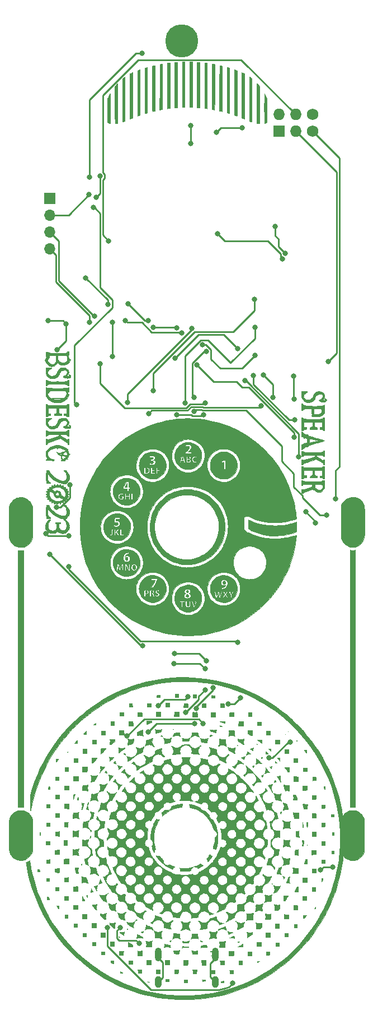
<source format=gbr>
%TF.GenerationSoftware,KiCad,Pcbnew,7.0.1*%
%TF.CreationDate,2023-08-25T16:25:03-05:00*%
%TF.ProjectId,BSidesKC23_Speaker,42536964-6573-44b4-9332-335f53706561,1.1*%
%TF.SameCoordinates,Original*%
%TF.FileFunction,Copper,L1,Top*%
%TF.FilePolarity,Positive*%
%FSLAX46Y46*%
G04 Gerber Fmt 4.6, Leading zero omitted, Abs format (unit mm)*
G04 Created by KiCad (PCBNEW 7.0.1) date 2023-08-25 16:25:03*
%MOMM*%
%LPD*%
G01*
G04 APERTURE LIST*
%TA.AperFunction,EtchedComponent*%
%ADD10C,0.010000*%
%TD*%
%TA.AperFunction,ComponentPad*%
%ADD11O,1.727200X1.727200*%
%TD*%
%TA.AperFunction,ComponentPad*%
%ADD12R,1.727200X1.727200*%
%TD*%
%TA.AperFunction,ComponentPad*%
%ADD13C,1.727200*%
%TD*%
%TA.AperFunction,ComponentPad*%
%ADD14C,5.000000*%
%TD*%
%TA.AperFunction,ComponentPad*%
%ADD15R,1.700000X1.700000*%
%TD*%
%TA.AperFunction,ComponentPad*%
%ADD16O,1.700000X1.700000*%
%TD*%
%TA.AperFunction,ComponentPad*%
%ADD17O,1.000000X1.800000*%
%TD*%
%TA.AperFunction,ComponentPad*%
%ADD18O,1.000000X2.100000*%
%TD*%
%TA.AperFunction,ViaPad*%
%ADD19C,0.800000*%
%TD*%
%TA.AperFunction,Conductor*%
%ADD20C,0.250000*%
%TD*%
G04 APERTURE END LIST*
%TO.C,G\u002A\u002A\u002A*%
D10*
X78736974Y-91574461D02*
X78768557Y-91583758D01*
X78778931Y-91604592D01*
X78779500Y-91616294D01*
X78793842Y-91658703D01*
X78829477Y-91709413D01*
X78841371Y-91722128D01*
X78903243Y-91784000D01*
X80271513Y-91784000D01*
X80588855Y-91783653D01*
X80866633Y-91782616D01*
X81104453Y-91780895D01*
X81301922Y-91778496D01*
X81458647Y-91775426D01*
X81574232Y-91771691D01*
X81648286Y-91767296D01*
X81680414Y-91762248D01*
X81680655Y-91762125D01*
X81715478Y-91730129D01*
X81753229Y-91676498D01*
X81764361Y-91656292D01*
X81789844Y-91609740D01*
X81814517Y-91584659D01*
X81851778Y-91574408D01*
X81915026Y-91572347D01*
X81933763Y-91572333D01*
X82060333Y-91572333D01*
X82060333Y-93477333D01*
X81901583Y-93477333D01*
X81820820Y-93476641D01*
X81773477Y-93472631D01*
X81750641Y-93462399D01*
X81743399Y-93443041D01*
X81742833Y-93425616D01*
X81727986Y-93371172D01*
X81681508Y-93334349D01*
X81600490Y-93313771D01*
X81494706Y-93308000D01*
X81340666Y-93308000D01*
X81340666Y-93011666D01*
X81700500Y-93011666D01*
X81700500Y-92207333D01*
X80515166Y-92207333D01*
X80515166Y-92867733D01*
X80584951Y-92937518D01*
X80681069Y-93005486D01*
X80800356Y-93045255D01*
X80890875Y-93053881D01*
X80959666Y-93054000D01*
X80959666Y-93308000D01*
X79880166Y-93308000D01*
X79880166Y-93057721D01*
X79964643Y-93043448D01*
X80027614Y-93023980D01*
X80085379Y-92983164D01*
X80133977Y-92932774D01*
X80218833Y-92836373D01*
X80218833Y-92207333D01*
X78906500Y-92207333D01*
X78906500Y-92990500D01*
X79287500Y-92990500D01*
X79287500Y-93308000D01*
X79165791Y-93308929D01*
X79037904Y-93320869D01*
X78931788Y-93352814D01*
X78855195Y-93402064D01*
X78836252Y-93423635D01*
X78806521Y-93455776D01*
X78768515Y-93471892D01*
X78707522Y-93477120D01*
X78682484Y-93477333D01*
X78567833Y-93477333D01*
X78567833Y-91572333D01*
X78673666Y-91572333D01*
X78736974Y-91574461D01*
%TA.AperFunction,EtchedComponent*%
G36*
X78736974Y-91574461D02*
G01*
X78768557Y-91583758D01*
X78778931Y-91604592D01*
X78779500Y-91616294D01*
X78793842Y-91658703D01*
X78829477Y-91709413D01*
X78841371Y-91722128D01*
X78903243Y-91784000D01*
X80271513Y-91784000D01*
X80588855Y-91783653D01*
X80866633Y-91782616D01*
X81104453Y-91780895D01*
X81301922Y-91778496D01*
X81458647Y-91775426D01*
X81574232Y-91771691D01*
X81648286Y-91767296D01*
X81680414Y-91762248D01*
X81680655Y-91762125D01*
X81715478Y-91730129D01*
X81753229Y-91676498D01*
X81764361Y-91656292D01*
X81789844Y-91609740D01*
X81814517Y-91584659D01*
X81851778Y-91574408D01*
X81915026Y-91572347D01*
X81933763Y-91572333D01*
X82060333Y-91572333D01*
X82060333Y-93477333D01*
X81901583Y-93477333D01*
X81820820Y-93476641D01*
X81773477Y-93472631D01*
X81750641Y-93462399D01*
X81743399Y-93443041D01*
X81742833Y-93425616D01*
X81727986Y-93371172D01*
X81681508Y-93334349D01*
X81600490Y-93313771D01*
X81494706Y-93308000D01*
X81340666Y-93308000D01*
X81340666Y-93011666D01*
X81700500Y-93011666D01*
X81700500Y-92207333D01*
X80515166Y-92207333D01*
X80515166Y-92867733D01*
X80584951Y-92937518D01*
X80681069Y-93005486D01*
X80800356Y-93045255D01*
X80890875Y-93053881D01*
X80959666Y-93054000D01*
X80959666Y-93308000D01*
X79880166Y-93308000D01*
X79880166Y-93057721D01*
X79964643Y-93043448D01*
X80027614Y-93023980D01*
X80085379Y-92983164D01*
X80133977Y-92932774D01*
X80218833Y-92836373D01*
X80218833Y-92207333D01*
X78906500Y-92207333D01*
X78906500Y-92990500D01*
X79287500Y-92990500D01*
X79287500Y-93308000D01*
X79165791Y-93308929D01*
X79037904Y-93320869D01*
X78931788Y-93352814D01*
X78855195Y-93402064D01*
X78836252Y-93423635D01*
X78806521Y-93455776D01*
X78768515Y-93471892D01*
X78707522Y-93477120D01*
X78682484Y-93477333D01*
X78567833Y-93477333D01*
X78567833Y-91572333D01*
X78673666Y-91572333D01*
X78736974Y-91574461D01*
G37*
%TD.AperFunction*%
X117472039Y-100951334D02*
X117503652Y-100960695D01*
X117513977Y-100981532D01*
X117514500Y-100992462D01*
X117528851Y-101036613D01*
X117563674Y-101084870D01*
X117566454Y-101087712D01*
X117618409Y-101139666D01*
X120411260Y-101139666D01*
X120454257Y-101085004D01*
X120488887Y-101033658D01*
X120510137Y-100989754D01*
X120523458Y-100967307D01*
X120552170Y-100954930D01*
X120606439Y-100949856D01*
X120659394Y-100949166D01*
X120795769Y-100949166D01*
X120790259Y-101896375D01*
X120784750Y-102843583D01*
X120631291Y-102849802D01*
X120552233Y-102852315D01*
X120506406Y-102850111D01*
X120484761Y-102840575D01*
X120478246Y-102821092D01*
X120477833Y-102805457D01*
X120466644Y-102750490D01*
X120429842Y-102713719D01*
X120362572Y-102692701D01*
X120259980Y-102684995D01*
X120238041Y-102684833D01*
X120075666Y-102684833D01*
X120075666Y-102388500D01*
X120435500Y-102388500D01*
X120435500Y-101584166D01*
X119250166Y-101584166D01*
X119250166Y-101907540D01*
X119251104Y-102045123D01*
X119255267Y-102147250D01*
X119264680Y-102220779D01*
X119281367Y-102272571D01*
X119307352Y-102309485D01*
X119344659Y-102338380D01*
X119383743Y-102360190D01*
X119444751Y-102382841D01*
X119524606Y-102401434D01*
X119567666Y-102407694D01*
X119684083Y-102420250D01*
X119690385Y-102552541D01*
X119696686Y-102684833D01*
X118591979Y-102684833D01*
X118598281Y-102552541D01*
X118603046Y-102479943D01*
X118611477Y-102439467D01*
X118627936Y-102420907D01*
X118656785Y-102414059D01*
X118657500Y-102413973D01*
X118763925Y-102385452D01*
X118849467Y-102324332D01*
X118890415Y-102275894D01*
X118953833Y-102189660D01*
X118953833Y-101584166D01*
X117641500Y-101584166D01*
X117641500Y-102367333D01*
X118022500Y-102367333D01*
X118022500Y-102680489D01*
X117843748Y-102687952D01*
X117754751Y-102692723D01*
X117695938Y-102700475D01*
X117655166Y-102714917D01*
X117620293Y-102739756D01*
X117594032Y-102764208D01*
X117543980Y-102806625D01*
X117495978Y-102826981D01*
X117429997Y-102832884D01*
X117412950Y-102833000D01*
X117302833Y-102833000D01*
X117302833Y-100949166D01*
X117408666Y-100949166D01*
X117472039Y-100951334D01*
%TA.AperFunction,EtchedComponent*%
G36*
X117472039Y-100951334D02*
G01*
X117503652Y-100960695D01*
X117513977Y-100981532D01*
X117514500Y-100992462D01*
X117528851Y-101036613D01*
X117563674Y-101084870D01*
X117566454Y-101087712D01*
X117618409Y-101139666D01*
X120411260Y-101139666D01*
X120454257Y-101085004D01*
X120488887Y-101033658D01*
X120510137Y-100989754D01*
X120523458Y-100967307D01*
X120552170Y-100954930D01*
X120606439Y-100949856D01*
X120659394Y-100949166D01*
X120795769Y-100949166D01*
X120790259Y-101896375D01*
X120784750Y-102843583D01*
X120631291Y-102849802D01*
X120552233Y-102852315D01*
X120506406Y-102850111D01*
X120484761Y-102840575D01*
X120478246Y-102821092D01*
X120477833Y-102805457D01*
X120466644Y-102750490D01*
X120429842Y-102713719D01*
X120362572Y-102692701D01*
X120259980Y-102684995D01*
X120238041Y-102684833D01*
X120075666Y-102684833D01*
X120075666Y-102388500D01*
X120435500Y-102388500D01*
X120435500Y-101584166D01*
X119250166Y-101584166D01*
X119250166Y-101907540D01*
X119251104Y-102045123D01*
X119255267Y-102147250D01*
X119264680Y-102220779D01*
X119281367Y-102272571D01*
X119307352Y-102309485D01*
X119344659Y-102338380D01*
X119383743Y-102360190D01*
X119444751Y-102382841D01*
X119524606Y-102401434D01*
X119567666Y-102407694D01*
X119684083Y-102420250D01*
X119690385Y-102552541D01*
X119696686Y-102684833D01*
X118591979Y-102684833D01*
X118598281Y-102552541D01*
X118603046Y-102479943D01*
X118611477Y-102439467D01*
X118627936Y-102420907D01*
X118656785Y-102414059D01*
X118657500Y-102413973D01*
X118763925Y-102385452D01*
X118849467Y-102324332D01*
X118890415Y-102275894D01*
X118953833Y-102189660D01*
X118953833Y-101584166D01*
X117641500Y-101584166D01*
X117641500Y-102367333D01*
X118022500Y-102367333D01*
X118022500Y-102680489D01*
X117843748Y-102687952D01*
X117754751Y-102692723D01*
X117695938Y-102700475D01*
X117655166Y-102714917D01*
X117620293Y-102739756D01*
X117594032Y-102764208D01*
X117543980Y-102806625D01*
X117495978Y-102826981D01*
X117429997Y-102832884D01*
X117412950Y-102833000D01*
X117302833Y-102833000D01*
X117302833Y-100949166D01*
X117408666Y-100949166D01*
X117472039Y-100951334D01*
G37*
%TD.AperFunction*%
X117466234Y-93648792D02*
X117499428Y-93660251D01*
X117517418Y-93688667D01*
X117525997Y-93715153D01*
X117557007Y-93773261D01*
X117599166Y-93810091D01*
X117620099Y-93815716D01*
X117660442Y-93820558D01*
X117722711Y-93824667D01*
X117809421Y-93828088D01*
X117923090Y-93830870D01*
X118066233Y-93833059D01*
X118241366Y-93834704D01*
X118451006Y-93835851D01*
X118697668Y-93836549D01*
X118983870Y-93836844D01*
X119017915Y-93836854D01*
X119298509Y-93836956D01*
X119539837Y-93836950D01*
X119744968Y-93836575D01*
X119916969Y-93835571D01*
X120058907Y-93833677D01*
X120173850Y-93830632D01*
X120264866Y-93826175D01*
X120335023Y-93820046D01*
X120387387Y-93811985D01*
X120425027Y-93801730D01*
X120451011Y-93789020D01*
X120468405Y-93773596D01*
X120480278Y-93755195D01*
X120489697Y-93733558D01*
X120498650Y-93711009D01*
X120515516Y-93676084D01*
X120537199Y-93656823D01*
X120575387Y-93648575D01*
X120641768Y-93646689D01*
X120660317Y-93646666D01*
X120795333Y-93646666D01*
X120795333Y-95530500D01*
X120636583Y-95530500D01*
X120555264Y-95529434D01*
X120507539Y-95524745D01*
X120484691Y-95514192D01*
X120478002Y-95495534D01*
X120477833Y-95489702D01*
X120458293Y-95433736D01*
X120402327Y-95392390D01*
X120313912Y-95367656D01*
X120220978Y-95361166D01*
X120075666Y-95361166D01*
X120075666Y-95064833D01*
X120435500Y-95064833D01*
X120435500Y-94281666D01*
X119250166Y-94281666D01*
X119250245Y-94593875D01*
X119250948Y-94719488D01*
X119253538Y-94810586D01*
X119258849Y-94874975D01*
X119267715Y-94920460D01*
X119280969Y-94954847D01*
X119290660Y-94972231D01*
X119345994Y-95028030D01*
X119430860Y-95072423D01*
X119532921Y-95100256D01*
X119613770Y-95107166D01*
X119694666Y-95107166D01*
X119694666Y-95361166D01*
X118594000Y-95361166D01*
X118594000Y-95112740D01*
X118683958Y-95100913D01*
X118743969Y-95086857D01*
X118795479Y-95056858D01*
X118853157Y-95001890D01*
X118863875Y-94990245D01*
X118953833Y-94891404D01*
X118953833Y-94260500D01*
X117641500Y-94260500D01*
X117641500Y-95064833D01*
X118022500Y-95064833D01*
X118022500Y-95355056D01*
X117869041Y-95366696D01*
X117746842Y-95381561D01*
X117659025Y-95406485D01*
X117598274Y-95444235D01*
X117567225Y-95480845D01*
X117541124Y-95510461D01*
X117504112Y-95525426D01*
X117442517Y-95530314D01*
X117418762Y-95530500D01*
X117302833Y-95530500D01*
X117302833Y-93646666D01*
X117404289Y-93646666D01*
X117466234Y-93648792D01*
%TA.AperFunction,EtchedComponent*%
G36*
X117466234Y-93648792D02*
G01*
X117499428Y-93660251D01*
X117517418Y-93688667D01*
X117525997Y-93715153D01*
X117557007Y-93773261D01*
X117599166Y-93810091D01*
X117620099Y-93815716D01*
X117660442Y-93820558D01*
X117722711Y-93824667D01*
X117809421Y-93828088D01*
X117923090Y-93830870D01*
X118066233Y-93833059D01*
X118241366Y-93834704D01*
X118451006Y-93835851D01*
X118697668Y-93836549D01*
X118983870Y-93836844D01*
X119017915Y-93836854D01*
X119298509Y-93836956D01*
X119539837Y-93836950D01*
X119744968Y-93836575D01*
X119916969Y-93835571D01*
X120058907Y-93833677D01*
X120173850Y-93830632D01*
X120264866Y-93826175D01*
X120335023Y-93820046D01*
X120387387Y-93811985D01*
X120425027Y-93801730D01*
X120451011Y-93789020D01*
X120468405Y-93773596D01*
X120480278Y-93755195D01*
X120489697Y-93733558D01*
X120498650Y-93711009D01*
X120515516Y-93676084D01*
X120537199Y-93656823D01*
X120575387Y-93648575D01*
X120641768Y-93646689D01*
X120660317Y-93646666D01*
X120795333Y-93646666D01*
X120795333Y-95530500D01*
X120636583Y-95530500D01*
X120555264Y-95529434D01*
X120507539Y-95524745D01*
X120484691Y-95514192D01*
X120478002Y-95495534D01*
X120477833Y-95489702D01*
X120458293Y-95433736D01*
X120402327Y-95392390D01*
X120313912Y-95367656D01*
X120220978Y-95361166D01*
X120075666Y-95361166D01*
X120075666Y-95064833D01*
X120435500Y-95064833D01*
X120435500Y-94281666D01*
X119250166Y-94281666D01*
X119250245Y-94593875D01*
X119250948Y-94719488D01*
X119253538Y-94810586D01*
X119258849Y-94874975D01*
X119267715Y-94920460D01*
X119280969Y-94954847D01*
X119290660Y-94972231D01*
X119345994Y-95028030D01*
X119430860Y-95072423D01*
X119532921Y-95100256D01*
X119613770Y-95107166D01*
X119694666Y-95107166D01*
X119694666Y-95361166D01*
X118594000Y-95361166D01*
X118594000Y-95112740D01*
X118683958Y-95100913D01*
X118743969Y-95086857D01*
X118795479Y-95056858D01*
X118853157Y-95001890D01*
X118863875Y-94990245D01*
X118953833Y-94891404D01*
X118953833Y-94260500D01*
X117641500Y-94260500D01*
X117641500Y-95064833D01*
X118022500Y-95064833D01*
X118022500Y-95355056D01*
X117869041Y-95366696D01*
X117746842Y-95381561D01*
X117659025Y-95406485D01*
X117598274Y-95444235D01*
X117567225Y-95480845D01*
X117541124Y-95510461D01*
X117504112Y-95525426D01*
X117442517Y-95530314D01*
X117418762Y-95530500D01*
X117302833Y-95530500D01*
X117302833Y-93646666D01*
X117404289Y-93646666D01*
X117466234Y-93648792D01*
G37*
%TD.AperFunction*%
X117427976Y-103091735D02*
X117448578Y-103110222D01*
X117451000Y-103129333D01*
X117456638Y-103154837D01*
X117480517Y-103167488D01*
X117533080Y-103171510D01*
X117555636Y-103171666D01*
X117621044Y-103174577D01*
X117659851Y-103187953D01*
X117687642Y-103218756D01*
X117697783Y-103235166D01*
X117735294Y-103298666D01*
X120249917Y-103298666D01*
X120384587Y-103192833D01*
X120453480Y-103140101D01*
X120503667Y-103108631D01*
X120549261Y-103092945D01*
X120604376Y-103087565D01*
X120657295Y-103087000D01*
X120795333Y-103087000D01*
X120795333Y-104273317D01*
X120528356Y-104558575D01*
X120261380Y-104843833D01*
X119640351Y-104843833D01*
X119302384Y-104632537D01*
X119194989Y-104566100D01*
X119099221Y-104508190D01*
X119021089Y-104462332D01*
X118966600Y-104432052D01*
X118941762Y-104420874D01*
X118941649Y-104420870D01*
X118918829Y-104428124D01*
X118862328Y-104448547D01*
X118777909Y-104479929D01*
X118671331Y-104520064D01*
X118548358Y-104566744D01*
X118414750Y-104617760D01*
X118276269Y-104670905D01*
X118138677Y-104723970D01*
X118007734Y-104774749D01*
X117889204Y-104821032D01*
X117788846Y-104860612D01*
X117712424Y-104891282D01*
X117689125Y-104900860D01*
X117666752Y-104928718D01*
X117662666Y-104951527D01*
X117643957Y-104988458D01*
X117615041Y-105002008D01*
X117494167Y-105030290D01*
X117409034Y-105047970D01*
X117353445Y-105050228D01*
X117321207Y-105032245D01*
X117306122Y-104989202D01*
X117301995Y-104916280D01*
X117302631Y-104808660D01*
X117302833Y-104759166D01*
X117302833Y-104462833D01*
X117459819Y-104462833D01*
X117543294Y-104465768D01*
X117600935Y-104473813D01*
X117624381Y-104485561D01*
X117645930Y-104485121D01*
X117703975Y-104471302D01*
X117795196Y-104445108D01*
X117916274Y-104407544D01*
X118063890Y-104359615D01*
X118234725Y-104302323D01*
X118271562Y-104289770D01*
X118911167Y-104071250D01*
X118911333Y-103917025D01*
X118911500Y-103762800D01*
X119324250Y-103774916D01*
X119330329Y-103970236D01*
X119336409Y-104165556D01*
X119829097Y-104505166D01*
X119989423Y-104505068D01*
X120149750Y-104504969D01*
X120324375Y-104355363D01*
X120499000Y-104205756D01*
X120499000Y-103828265D01*
X120386372Y-103753485D01*
X120273744Y-103678704D01*
X118984080Y-103687512D01*
X118750786Y-103689334D01*
X118527423Y-103691521D01*
X118318050Y-103694003D01*
X118126728Y-103696712D01*
X117957514Y-103699578D01*
X117814469Y-103702534D01*
X117701651Y-103705511D01*
X117623120Y-103708439D01*
X117583291Y-103711202D01*
X117518845Y-103721194D01*
X117485870Y-103734249D01*
X117473826Y-103758614D01*
X117472166Y-103798126D01*
X117469477Y-103844258D01*
X117453278Y-103864760D01*
X117411372Y-103870011D01*
X117387500Y-103870166D01*
X117302833Y-103870166D01*
X117302833Y-103087000D01*
X117376916Y-103087000D01*
X117427976Y-103091735D01*
%TA.AperFunction,EtchedComponent*%
G36*
X117427976Y-103091735D02*
G01*
X117448578Y-103110222D01*
X117451000Y-103129333D01*
X117456638Y-103154837D01*
X117480517Y-103167488D01*
X117533080Y-103171510D01*
X117555636Y-103171666D01*
X117621044Y-103174577D01*
X117659851Y-103187953D01*
X117687642Y-103218756D01*
X117697783Y-103235166D01*
X117735294Y-103298666D01*
X120249917Y-103298666D01*
X120384587Y-103192833D01*
X120453480Y-103140101D01*
X120503667Y-103108631D01*
X120549261Y-103092945D01*
X120604376Y-103087565D01*
X120657295Y-103087000D01*
X120795333Y-103087000D01*
X120795333Y-104273317D01*
X120528356Y-104558575D01*
X120261380Y-104843833D01*
X119640351Y-104843833D01*
X119302384Y-104632537D01*
X119194989Y-104566100D01*
X119099221Y-104508190D01*
X119021089Y-104462332D01*
X118966600Y-104432052D01*
X118941762Y-104420874D01*
X118941649Y-104420870D01*
X118918829Y-104428124D01*
X118862328Y-104448547D01*
X118777909Y-104479929D01*
X118671331Y-104520064D01*
X118548358Y-104566744D01*
X118414750Y-104617760D01*
X118276269Y-104670905D01*
X118138677Y-104723970D01*
X118007734Y-104774749D01*
X117889204Y-104821032D01*
X117788846Y-104860612D01*
X117712424Y-104891282D01*
X117689125Y-104900860D01*
X117666752Y-104928718D01*
X117662666Y-104951527D01*
X117643957Y-104988458D01*
X117615041Y-105002008D01*
X117494167Y-105030290D01*
X117409034Y-105047970D01*
X117353445Y-105050228D01*
X117321207Y-105032245D01*
X117306122Y-104989202D01*
X117301995Y-104916280D01*
X117302631Y-104808660D01*
X117302833Y-104759166D01*
X117302833Y-104462833D01*
X117459819Y-104462833D01*
X117543294Y-104465768D01*
X117600935Y-104473813D01*
X117624381Y-104485561D01*
X117645930Y-104485121D01*
X117703975Y-104471302D01*
X117795196Y-104445108D01*
X117916274Y-104407544D01*
X118063890Y-104359615D01*
X118234725Y-104302323D01*
X118271562Y-104289770D01*
X118911167Y-104071250D01*
X118911333Y-103917025D01*
X118911500Y-103762800D01*
X119324250Y-103774916D01*
X119330329Y-103970236D01*
X119336409Y-104165556D01*
X119829097Y-104505166D01*
X119989423Y-104505068D01*
X120149750Y-104504969D01*
X120324375Y-104355363D01*
X120499000Y-104205756D01*
X120499000Y-103828265D01*
X120386372Y-103753485D01*
X120273744Y-103678704D01*
X118984080Y-103687512D01*
X118750786Y-103689334D01*
X118527423Y-103691521D01*
X118318050Y-103694003D01*
X118126728Y-103696712D01*
X117957514Y-103699578D01*
X117814469Y-103702534D01*
X117701651Y-103705511D01*
X117623120Y-103708439D01*
X117583291Y-103711202D01*
X117518845Y-103721194D01*
X117485870Y-103734249D01*
X117473826Y-103758614D01*
X117472166Y-103798126D01*
X117469477Y-103844258D01*
X117453278Y-103864760D01*
X117411372Y-103870011D01*
X117387500Y-103870166D01*
X117302833Y-103870166D01*
X117302833Y-103087000D01*
X117376916Y-103087000D01*
X117427976Y-103091735D01*
G37*
%TD.AperFunction*%
X78708469Y-87943816D02*
X78742078Y-87974000D01*
X78785502Y-88008554D01*
X78824333Y-88016333D01*
X78876541Y-88027727D01*
X78906500Y-88048083D01*
X78949490Y-88070461D01*
X79031089Y-88079575D01*
X79052166Y-88079833D01*
X79125730Y-88082920D01*
X79169404Y-88094536D01*
X79195336Y-88118206D01*
X79197921Y-88122166D01*
X79207931Y-88135265D01*
X79222984Y-88145343D01*
X79248230Y-88152797D01*
X79288820Y-88158019D01*
X79349902Y-88161406D01*
X79436628Y-88163351D01*
X79554148Y-88164248D01*
X79707610Y-88164494D01*
X79750491Y-88164500D01*
X79913569Y-88164354D01*
X80039778Y-88163632D01*
X80134583Y-88161909D01*
X80203450Y-88158758D01*
X80251844Y-88153755D01*
X80285228Y-88146472D01*
X80309067Y-88136484D01*
X80328827Y-88123366D01*
X80334476Y-88118993D01*
X80377533Y-88093044D01*
X80404521Y-88091961D01*
X80406122Y-88093761D01*
X80432561Y-88119719D01*
X80472251Y-88149851D01*
X80494789Y-88161898D01*
X80526284Y-88170957D01*
X80572505Y-88177434D01*
X80639227Y-88181736D01*
X80732220Y-88184269D01*
X80857257Y-88185439D01*
X80981067Y-88185666D01*
X81133844Y-88185359D01*
X81250592Y-88184109D01*
X81337614Y-88181420D01*
X81401211Y-88176799D01*
X81447686Y-88169750D01*
X81483341Y-88159780D01*
X81514479Y-88146394D01*
X81520583Y-88143333D01*
X81587244Y-88116394D01*
X81650175Y-88101836D01*
X81663693Y-88101000D01*
X81753690Y-88082352D01*
X81839583Y-88032355D01*
X81886885Y-87985006D01*
X81944131Y-87940434D01*
X81994587Y-87931666D01*
X82060333Y-87931666D01*
X82060333Y-88778333D01*
X81962346Y-88778333D01*
X81904133Y-88775171D01*
X81861062Y-88760534D01*
X81817991Y-88726696D01*
X81775659Y-88683083D01*
X81722358Y-88629348D01*
X81680635Y-88600728D01*
X81635356Y-88589496D01*
X81589144Y-88587833D01*
X81528115Y-88583614D01*
X81486551Y-88572945D01*
X81478250Y-88566666D01*
X81453976Y-88561712D01*
X81388243Y-88557389D01*
X81281919Y-88553710D01*
X81135873Y-88550692D01*
X80950973Y-88548348D01*
X80728089Y-88546694D01*
X80468089Y-88545743D01*
X80228167Y-88545500D01*
X79967907Y-88545553D01*
X79746687Y-88545780D01*
X79561214Y-88546283D01*
X79408195Y-88547163D01*
X79284336Y-88548521D01*
X79186346Y-88550458D01*
X79110929Y-88553076D01*
X79054795Y-88556477D01*
X79014648Y-88560760D01*
X78987196Y-88566029D01*
X78969147Y-88572384D01*
X78957206Y-88579926D01*
X78951896Y-88584769D01*
X78899968Y-88620812D01*
X78856646Y-88638089D01*
X78812600Y-88661193D01*
X78800666Y-88702388D01*
X78790591Y-88743734D01*
X78755781Y-88767612D01*
X78689356Y-88777508D01*
X78650768Y-88778333D01*
X78567833Y-88778333D01*
X78567833Y-87931666D01*
X78641737Y-87931666D01*
X78708469Y-87943816D01*
%TA.AperFunction,EtchedComponent*%
G36*
X78708469Y-87943816D02*
G01*
X78742078Y-87974000D01*
X78785502Y-88008554D01*
X78824333Y-88016333D01*
X78876541Y-88027727D01*
X78906500Y-88048083D01*
X78949490Y-88070461D01*
X79031089Y-88079575D01*
X79052166Y-88079833D01*
X79125730Y-88082920D01*
X79169404Y-88094536D01*
X79195336Y-88118206D01*
X79197921Y-88122166D01*
X79207931Y-88135265D01*
X79222984Y-88145343D01*
X79248230Y-88152797D01*
X79288820Y-88158019D01*
X79349902Y-88161406D01*
X79436628Y-88163351D01*
X79554148Y-88164248D01*
X79707610Y-88164494D01*
X79750491Y-88164500D01*
X79913569Y-88164354D01*
X80039778Y-88163632D01*
X80134583Y-88161909D01*
X80203450Y-88158758D01*
X80251844Y-88153755D01*
X80285228Y-88146472D01*
X80309067Y-88136484D01*
X80328827Y-88123366D01*
X80334476Y-88118993D01*
X80377533Y-88093044D01*
X80404521Y-88091961D01*
X80406122Y-88093761D01*
X80432561Y-88119719D01*
X80472251Y-88149851D01*
X80494789Y-88161898D01*
X80526284Y-88170957D01*
X80572505Y-88177434D01*
X80639227Y-88181736D01*
X80732220Y-88184269D01*
X80857257Y-88185439D01*
X80981067Y-88185666D01*
X81133844Y-88185359D01*
X81250592Y-88184109D01*
X81337614Y-88181420D01*
X81401211Y-88176799D01*
X81447686Y-88169750D01*
X81483341Y-88159780D01*
X81514479Y-88146394D01*
X81520583Y-88143333D01*
X81587244Y-88116394D01*
X81650175Y-88101836D01*
X81663693Y-88101000D01*
X81753690Y-88082352D01*
X81839583Y-88032355D01*
X81886885Y-87985006D01*
X81944131Y-87940434D01*
X81994587Y-87931666D01*
X82060333Y-87931666D01*
X82060333Y-88778333D01*
X81962346Y-88778333D01*
X81904133Y-88775171D01*
X81861062Y-88760534D01*
X81817991Y-88726696D01*
X81775659Y-88683083D01*
X81722358Y-88629348D01*
X81680635Y-88600728D01*
X81635356Y-88589496D01*
X81589144Y-88587833D01*
X81528115Y-88583614D01*
X81486551Y-88572945D01*
X81478250Y-88566666D01*
X81453976Y-88561712D01*
X81388243Y-88557389D01*
X81281919Y-88553710D01*
X81135873Y-88550692D01*
X80950973Y-88548348D01*
X80728089Y-88546694D01*
X80468089Y-88545743D01*
X80228167Y-88545500D01*
X79967907Y-88545553D01*
X79746687Y-88545780D01*
X79561214Y-88546283D01*
X79408195Y-88547163D01*
X79284336Y-88548521D01*
X79186346Y-88550458D01*
X79110929Y-88553076D01*
X79054795Y-88556477D01*
X79014648Y-88560760D01*
X78987196Y-88566029D01*
X78969147Y-88572384D01*
X78957206Y-88579926D01*
X78951896Y-88584769D01*
X78899968Y-88620812D01*
X78856646Y-88638089D01*
X78812600Y-88661193D01*
X78800666Y-88702388D01*
X78790591Y-88743734D01*
X78755781Y-88767612D01*
X78689356Y-88777508D01*
X78650768Y-88778333D01*
X78567833Y-88778333D01*
X78567833Y-87931666D01*
X78641737Y-87931666D01*
X78708469Y-87943816D01*
G37*
%TD.AperFunction*%
X120706650Y-98624923D02*
X120784750Y-98631416D01*
X120790479Y-99060041D01*
X120796209Y-99488666D01*
X120701413Y-99488666D01*
X120643390Y-99485903D01*
X120606745Y-99471161D01*
X120575935Y-99434764D01*
X120552176Y-99395770D01*
X120522481Y-99351948D01*
X120487418Y-99318227D01*
X120441343Y-99293321D01*
X120378612Y-99275944D01*
X120293581Y-99264808D01*
X120180607Y-99258627D01*
X120034047Y-99256116D01*
X119938237Y-99255833D01*
X119565554Y-99255833D01*
X119578250Y-99493715D01*
X120074532Y-99797248D01*
X120229744Y-99891747D01*
X120352802Y-99965086D01*
X120447422Y-100018593D01*
X120517320Y-100053593D01*
X120566209Y-100071413D01*
X120597806Y-100073378D01*
X120615825Y-100060814D01*
X120623983Y-100035047D01*
X120625993Y-99997404D01*
X120626000Y-99994074D01*
X120629595Y-99954991D01*
X120648446Y-99937616D01*
X120694650Y-99933246D01*
X120710666Y-99933166D01*
X120795333Y-99933166D01*
X120795333Y-100758666D01*
X120710666Y-100758666D01*
X120656445Y-100756498D01*
X120632227Y-100742358D01*
X120625682Y-100704791D01*
X120625238Y-100679291D01*
X120606378Y-100590951D01*
X120577613Y-100543980D01*
X120547789Y-100518186D01*
X120487172Y-100473498D01*
X120400894Y-100413421D01*
X120294083Y-100341457D01*
X120171871Y-100261111D01*
X120039388Y-100175887D01*
X120028476Y-100168949D01*
X119526203Y-99849854D01*
X118790226Y-100115555D01*
X118610413Y-100180445D01*
X118432484Y-100244607D01*
X118262978Y-100305686D01*
X118108434Y-100361328D01*
X117975392Y-100409179D01*
X117870391Y-100446883D01*
X117810957Y-100468164D01*
X117686889Y-100515233D01*
X117598618Y-100556359D01*
X117540781Y-100595473D01*
X117508009Y-100636511D01*
X117494938Y-100683405D01*
X117494037Y-100700458D01*
X117490280Y-100736305D01*
X117472477Y-100753283D01*
X117429103Y-100758383D01*
X117398083Y-100758666D01*
X117302833Y-100758666D01*
X117302833Y-99933166D01*
X117398083Y-99933166D01*
X117463071Y-99938083D01*
X117491299Y-99953756D01*
X117493333Y-99962334D01*
X117509419Y-99995072D01*
X117539635Y-100022246D01*
X117553671Y-100029012D01*
X117573452Y-100032209D01*
X117602753Y-100030934D01*
X117645354Y-100024282D01*
X117705030Y-100011348D01*
X117785559Y-99991230D01*
X117890717Y-99963023D01*
X118024282Y-99925821D01*
X118190031Y-99878723D01*
X118391741Y-99820822D01*
X118444510Y-99805624D01*
X119303083Y-99558258D01*
X119309302Y-99407046D01*
X119315521Y-99255833D01*
X117749746Y-99255833D01*
X117624002Y-99372250D01*
X117558275Y-99431053D01*
X117510544Y-99465915D01*
X117469020Y-99482980D01*
X117421913Y-99488389D01*
X117400545Y-99488666D01*
X117302833Y-99488666D01*
X117302833Y-98705500D01*
X117404977Y-98705500D01*
X117478037Y-98711063D01*
X117527177Y-98731691D01*
X117554884Y-98756342D01*
X117606116Y-98793817D01*
X117674891Y-98824540D01*
X117694947Y-98830425D01*
X117740166Y-98836241D01*
X117826406Y-98841215D01*
X117953869Y-98845349D01*
X118122756Y-98848649D01*
X118333266Y-98851116D01*
X118585602Y-98852754D01*
X118879963Y-98853568D01*
X119039555Y-98853666D01*
X120291864Y-98853666D01*
X120424670Y-98790283D01*
X120497950Y-98749984D01*
X120559132Y-98706870D01*
X120593014Y-98672665D01*
X120626237Y-98635603D01*
X120670104Y-98623631D01*
X120706650Y-98624923D01*
%TA.AperFunction,EtchedComponent*%
G36*
X120706650Y-98624923D02*
G01*
X120784750Y-98631416D01*
X120790479Y-99060041D01*
X120796209Y-99488666D01*
X120701413Y-99488666D01*
X120643390Y-99485903D01*
X120606745Y-99471161D01*
X120575935Y-99434764D01*
X120552176Y-99395770D01*
X120522481Y-99351948D01*
X120487418Y-99318227D01*
X120441343Y-99293321D01*
X120378612Y-99275944D01*
X120293581Y-99264808D01*
X120180607Y-99258627D01*
X120034047Y-99256116D01*
X119938237Y-99255833D01*
X119565554Y-99255833D01*
X119578250Y-99493715D01*
X120074532Y-99797248D01*
X120229744Y-99891747D01*
X120352802Y-99965086D01*
X120447422Y-100018593D01*
X120517320Y-100053593D01*
X120566209Y-100071413D01*
X120597806Y-100073378D01*
X120615825Y-100060814D01*
X120623983Y-100035047D01*
X120625993Y-99997404D01*
X120626000Y-99994074D01*
X120629595Y-99954991D01*
X120648446Y-99937616D01*
X120694650Y-99933246D01*
X120710666Y-99933166D01*
X120795333Y-99933166D01*
X120795333Y-100758666D01*
X120710666Y-100758666D01*
X120656445Y-100756498D01*
X120632227Y-100742358D01*
X120625682Y-100704791D01*
X120625238Y-100679291D01*
X120606378Y-100590951D01*
X120577613Y-100543980D01*
X120547789Y-100518186D01*
X120487172Y-100473498D01*
X120400894Y-100413421D01*
X120294083Y-100341457D01*
X120171871Y-100261111D01*
X120039388Y-100175887D01*
X120028476Y-100168949D01*
X119526203Y-99849854D01*
X118790226Y-100115555D01*
X118610413Y-100180445D01*
X118432484Y-100244607D01*
X118262978Y-100305686D01*
X118108434Y-100361328D01*
X117975392Y-100409179D01*
X117870391Y-100446883D01*
X117810957Y-100468164D01*
X117686889Y-100515233D01*
X117598618Y-100556359D01*
X117540781Y-100595473D01*
X117508009Y-100636511D01*
X117494938Y-100683405D01*
X117494037Y-100700458D01*
X117490280Y-100736305D01*
X117472477Y-100753283D01*
X117429103Y-100758383D01*
X117398083Y-100758666D01*
X117302833Y-100758666D01*
X117302833Y-99933166D01*
X117398083Y-99933166D01*
X117463071Y-99938083D01*
X117491299Y-99953756D01*
X117493333Y-99962334D01*
X117509419Y-99995072D01*
X117539635Y-100022246D01*
X117553671Y-100029012D01*
X117573452Y-100032209D01*
X117602753Y-100030934D01*
X117645354Y-100024282D01*
X117705030Y-100011348D01*
X117785559Y-99991230D01*
X117890717Y-99963023D01*
X118024282Y-99925821D01*
X118190031Y-99878723D01*
X118391741Y-99820822D01*
X118444510Y-99805624D01*
X119303083Y-99558258D01*
X119309302Y-99407046D01*
X119315521Y-99255833D01*
X117749746Y-99255833D01*
X117624002Y-99372250D01*
X117558275Y-99431053D01*
X117510544Y-99465915D01*
X117469020Y-99482980D01*
X117421913Y-99488389D01*
X117400545Y-99488666D01*
X117302833Y-99488666D01*
X117302833Y-98705500D01*
X117404977Y-98705500D01*
X117478037Y-98711063D01*
X117527177Y-98731691D01*
X117554884Y-98756342D01*
X117606116Y-98793817D01*
X117674891Y-98824540D01*
X117694947Y-98830425D01*
X117740166Y-98836241D01*
X117826406Y-98841215D01*
X117953869Y-98845349D01*
X118122756Y-98848649D01*
X118333266Y-98851116D01*
X118585602Y-98852754D01*
X118879963Y-98853568D01*
X119039555Y-98853666D01*
X120291864Y-98853666D01*
X120424670Y-98790283D01*
X120497950Y-98749984D01*
X120559132Y-98706870D01*
X120593014Y-98672665D01*
X120626237Y-98635603D01*
X120670104Y-98623631D01*
X120706650Y-98624923D01*
G37*
%TD.AperFunction*%
X82060333Y-96377166D02*
X81964808Y-96377166D01*
X81905802Y-96374604D01*
X81870718Y-96360075D01*
X81843852Y-96323314D01*
X81824828Y-96285665D01*
X81799514Y-96241864D01*
X81767774Y-96208038D01*
X81724190Y-96182934D01*
X81663347Y-96165302D01*
X81579827Y-96153888D01*
X81468215Y-96147441D01*
X81323094Y-96144710D01*
X81213362Y-96144333D01*
X80832666Y-96144333D01*
X80832666Y-96370627D01*
X81335375Y-96678097D01*
X81491257Y-96773014D01*
X81614971Y-96846805D01*
X81710217Y-96900832D01*
X81780693Y-96936455D01*
X81830098Y-96955037D01*
X81862131Y-96957938D01*
X81880491Y-96946520D01*
X81888878Y-96922144D01*
X81890991Y-96886172D01*
X81891000Y-96882574D01*
X81894595Y-96843491D01*
X81913446Y-96826116D01*
X81959650Y-96821746D01*
X81975666Y-96821666D01*
X82060333Y-96821666D01*
X82060333Y-97647166D01*
X81975666Y-97647166D01*
X81921463Y-97644966D01*
X81897376Y-97631049D01*
X81891194Y-97594438D01*
X81891000Y-97571059D01*
X81879132Y-97501038D01*
X81850523Y-97438117D01*
X81849877Y-97437200D01*
X81821632Y-97411027D01*
X81762459Y-97366017D01*
X81677399Y-97305661D01*
X81571489Y-97233449D01*
X81449770Y-97152872D01*
X81317281Y-97067420D01*
X81302004Y-97057706D01*
X80795254Y-96735965D01*
X79810110Y-97090807D01*
X79583253Y-97172698D01*
X79393039Y-97241846D01*
X79236180Y-97299576D01*
X79109392Y-97347216D01*
X79009390Y-97386092D01*
X78932889Y-97417530D01*
X78876603Y-97442858D01*
X78837247Y-97463401D01*
X78811536Y-97480486D01*
X78796184Y-97495439D01*
X78791649Y-97502048D01*
X78767287Y-97557467D01*
X78758333Y-97602807D01*
X78752688Y-97630422D01*
X78728452Y-97643493D01*
X78674670Y-97647121D01*
X78663083Y-97647166D01*
X78567833Y-97647166D01*
X78567833Y-96800500D01*
X78661611Y-96800500D01*
X78721072Y-96803482D01*
X78750407Y-96816187D01*
X78761625Y-96844252D01*
X78762152Y-96847699D01*
X78767678Y-96873472D01*
X78778373Y-96893141D01*
X78797722Y-96906131D01*
X78829213Y-96911866D01*
X78876331Y-96909770D01*
X78942562Y-96899267D01*
X79031393Y-96879782D01*
X79146309Y-96850739D01*
X79290797Y-96811561D01*
X79468343Y-96761674D01*
X79682433Y-96700501D01*
X79721810Y-96689197D01*
X80568083Y-96446168D01*
X80574302Y-96295250D01*
X80580521Y-96144333D01*
X79019547Y-96144333D01*
X78890902Y-96260750D01*
X78823844Y-96319379D01*
X78775134Y-96354251D01*
X78733053Y-96371407D01*
X78685881Y-96376888D01*
X78665045Y-96377166D01*
X78567833Y-96377166D01*
X78567833Y-95572833D01*
X78671785Y-95572833D01*
X78740733Y-95576947D01*
X78785644Y-95593915D01*
X78824396Y-95630672D01*
X78826118Y-95632708D01*
X78845755Y-95654465D01*
X78867461Y-95673134D01*
X78894448Y-95688950D01*
X78929927Y-95702149D01*
X78977110Y-95712968D01*
X79039209Y-95721642D01*
X79119434Y-95728408D01*
X79220999Y-95733501D01*
X79347114Y-95737158D01*
X79500990Y-95739615D01*
X79685841Y-95741107D01*
X79904877Y-95741870D01*
X80161309Y-95742141D01*
X80315567Y-95742166D01*
X81557721Y-95742166D01*
X81691827Y-95676146D01*
X81764638Y-95635526D01*
X81825011Y-95593308D01*
X81858954Y-95559729D01*
X81894093Y-95524142D01*
X81946569Y-95510351D01*
X81976154Y-95509333D01*
X82060333Y-95509333D01*
X82060333Y-96377166D01*
%TA.AperFunction,EtchedComponent*%
G36*
X82060333Y-96377166D02*
G01*
X81964808Y-96377166D01*
X81905802Y-96374604D01*
X81870718Y-96360075D01*
X81843852Y-96323314D01*
X81824828Y-96285665D01*
X81799514Y-96241864D01*
X81767774Y-96208038D01*
X81724190Y-96182934D01*
X81663347Y-96165302D01*
X81579827Y-96153888D01*
X81468215Y-96147441D01*
X81323094Y-96144710D01*
X81213362Y-96144333D01*
X80832666Y-96144333D01*
X80832666Y-96370627D01*
X81335375Y-96678097D01*
X81491257Y-96773014D01*
X81614971Y-96846805D01*
X81710217Y-96900832D01*
X81780693Y-96936455D01*
X81830098Y-96955037D01*
X81862131Y-96957938D01*
X81880491Y-96946520D01*
X81888878Y-96922144D01*
X81890991Y-96886172D01*
X81891000Y-96882574D01*
X81894595Y-96843491D01*
X81913446Y-96826116D01*
X81959650Y-96821746D01*
X81975666Y-96821666D01*
X82060333Y-96821666D01*
X82060333Y-97647166D01*
X81975666Y-97647166D01*
X81921463Y-97644966D01*
X81897376Y-97631049D01*
X81891194Y-97594438D01*
X81891000Y-97571059D01*
X81879132Y-97501038D01*
X81850523Y-97438117D01*
X81849877Y-97437200D01*
X81821632Y-97411027D01*
X81762459Y-97366017D01*
X81677399Y-97305661D01*
X81571489Y-97233449D01*
X81449770Y-97152872D01*
X81317281Y-97067420D01*
X81302004Y-97057706D01*
X80795254Y-96735965D01*
X79810110Y-97090807D01*
X79583253Y-97172698D01*
X79393039Y-97241846D01*
X79236180Y-97299576D01*
X79109392Y-97347216D01*
X79009390Y-97386092D01*
X78932889Y-97417530D01*
X78876603Y-97442858D01*
X78837247Y-97463401D01*
X78811536Y-97480486D01*
X78796184Y-97495439D01*
X78791649Y-97502048D01*
X78767287Y-97557467D01*
X78758333Y-97602807D01*
X78752688Y-97630422D01*
X78728452Y-97643493D01*
X78674670Y-97647121D01*
X78663083Y-97647166D01*
X78567833Y-97647166D01*
X78567833Y-96800500D01*
X78661611Y-96800500D01*
X78721072Y-96803482D01*
X78750407Y-96816187D01*
X78761625Y-96844252D01*
X78762152Y-96847699D01*
X78767678Y-96873472D01*
X78778373Y-96893141D01*
X78797722Y-96906131D01*
X78829213Y-96911866D01*
X78876331Y-96909770D01*
X78942562Y-96899267D01*
X79031393Y-96879782D01*
X79146309Y-96850739D01*
X79290797Y-96811561D01*
X79468343Y-96761674D01*
X79682433Y-96700501D01*
X79721810Y-96689197D01*
X80568083Y-96446168D01*
X80574302Y-96295250D01*
X80580521Y-96144333D01*
X79019547Y-96144333D01*
X78890902Y-96260750D01*
X78823844Y-96319379D01*
X78775134Y-96354251D01*
X78733053Y-96371407D01*
X78685881Y-96376888D01*
X78665045Y-96377166D01*
X78567833Y-96377166D01*
X78567833Y-95572833D01*
X78671785Y-95572833D01*
X78740733Y-95576947D01*
X78785644Y-95593915D01*
X78824396Y-95630672D01*
X78826118Y-95632708D01*
X78845755Y-95654465D01*
X78867461Y-95673134D01*
X78894448Y-95688950D01*
X78929927Y-95702149D01*
X78977110Y-95712968D01*
X79039209Y-95721642D01*
X79119434Y-95728408D01*
X79220999Y-95733501D01*
X79347114Y-95737158D01*
X79500990Y-95739615D01*
X79685841Y-95741107D01*
X79904877Y-95741870D01*
X80161309Y-95742141D01*
X80315567Y-95742166D01*
X81557721Y-95742166D01*
X81691827Y-95676146D01*
X81764638Y-95635526D01*
X81825011Y-95593308D01*
X81858954Y-95559729D01*
X81894093Y-95524142D01*
X81946569Y-95510351D01*
X81976154Y-95509333D01*
X82060333Y-95509333D01*
X82060333Y-96377166D01*
G37*
%TD.AperFunction*%
X118149500Y-89727964D02*
X118145731Y-89760005D01*
X118129270Y-89786082D01*
X118092385Y-89812914D01*
X118027345Y-89847222D01*
X117993150Y-89863852D01*
X117843432Y-89950514D01*
X117729672Y-90050739D01*
X117646334Y-90169707D01*
X117628699Y-90204920D01*
X117585919Y-90339186D01*
X117584829Y-90469475D01*
X117625611Y-90596575D01*
X117708446Y-90721273D01*
X117759963Y-90777288D01*
X117845393Y-90849749D01*
X117937221Y-90898349D01*
X118044708Y-90925869D01*
X118177117Y-90935088D01*
X118277797Y-90932738D01*
X118434972Y-90916825D01*
X118563457Y-90882533D01*
X118674781Y-90824693D01*
X118780473Y-90738138D01*
X118833833Y-90683533D01*
X118892780Y-90615641D01*
X118943459Y-90545991D01*
X118990754Y-90465939D01*
X119039551Y-90366844D01*
X119094734Y-90240065D01*
X119122426Y-90172966D01*
X119201137Y-90013339D01*
X119294654Y-89890139D01*
X119408815Y-89798422D01*
X119549457Y-89733243D01*
X119684279Y-89697026D01*
X119864511Y-89672597D01*
X120039488Y-89673022D01*
X120198448Y-89697646D01*
X120308500Y-89735071D01*
X120454027Y-89820530D01*
X120578573Y-89932059D01*
X120676445Y-90062458D01*
X120741950Y-90204526D01*
X120766388Y-90314199D01*
X120766367Y-90445004D01*
X120731159Y-90562451D01*
X120657777Y-90675339D01*
X120634732Y-90702087D01*
X120577257Y-90772944D01*
X120552799Y-90827106D01*
X120561127Y-90874079D01*
X120602008Y-90923370D01*
X120628755Y-90946987D01*
X120705074Y-90992012D01*
X120777016Y-90996013D01*
X120825047Y-90973189D01*
X120853152Y-90930397D01*
X120850866Y-90877806D01*
X120820665Y-90832298D01*
X120802643Y-90820500D01*
X120772252Y-90791394D01*
X120776707Y-90759683D01*
X120810242Y-90734695D01*
X120861276Y-90725666D01*
X120948447Y-90740849D01*
X121011616Y-90789106D01*
X121038530Y-90831076D01*
X121069636Y-90931981D01*
X121062456Y-91030330D01*
X121020707Y-91118262D01*
X120948103Y-91187915D01*
X120849477Y-91231149D01*
X120726913Y-91250178D01*
X120587701Y-91252500D01*
X120441240Y-91239895D01*
X120296932Y-91214145D01*
X120164178Y-91177030D01*
X120052378Y-91130332D01*
X119970932Y-91075831D01*
X119957236Y-91062108D01*
X119937776Y-91036155D01*
X119938553Y-91012713D01*
X119963410Y-90979604D01*
X119993159Y-90948305D01*
X120056413Y-90896312D01*
X120112752Y-90874357D01*
X120118581Y-90874058D01*
X120170198Y-90864859D01*
X120228403Y-90834717D01*
X120300303Y-90779172D01*
X120368455Y-90717246D01*
X120463162Y-90611668D01*
X120518874Y-90509288D01*
X120538084Y-90404879D01*
X120536451Y-90364805D01*
X120510213Y-90257408D01*
X120451794Y-90170668D01*
X120357199Y-90099355D01*
X120317845Y-90078550D01*
X120242289Y-90045462D01*
X120178935Y-90030672D01*
X120105236Y-90030004D01*
X120069648Y-90032601D01*
X119894833Y-90065384D01*
X119735699Y-90130634D01*
X119598390Y-90224468D01*
X119489047Y-90343003D01*
X119434678Y-90433923D01*
X119398095Y-90509873D01*
X119352860Y-90604534D01*
X119308337Y-90698304D01*
X119305408Y-90704500D01*
X119196167Y-90891310D01*
X119060122Y-91045442D01*
X118896410Y-91167677D01*
X118704163Y-91258794D01*
X118680826Y-91267092D01*
X118532543Y-91305670D01*
X118372767Y-91326077D01*
X118217430Y-91327235D01*
X118082467Y-91308065D01*
X118080922Y-91307678D01*
X117965371Y-91272408D01*
X117865352Y-91225978D01*
X117769525Y-91161426D01*
X117666553Y-91071790D01*
X117615048Y-91021598D01*
X117523881Y-90925266D01*
X117451958Y-90834409D01*
X117397105Y-90742160D01*
X117357150Y-90641652D01*
X117329919Y-90526016D01*
X117313240Y-90388385D01*
X117304938Y-90221890D01*
X117302833Y-90034860D01*
X117302833Y-89667333D01*
X118149500Y-89667333D01*
X118149500Y-89727964D01*
%TA.AperFunction,EtchedComponent*%
G36*
X118149500Y-89727964D02*
G01*
X118145731Y-89760005D01*
X118129270Y-89786082D01*
X118092385Y-89812914D01*
X118027345Y-89847222D01*
X117993150Y-89863852D01*
X117843432Y-89950514D01*
X117729672Y-90050739D01*
X117646334Y-90169707D01*
X117628699Y-90204920D01*
X117585919Y-90339186D01*
X117584829Y-90469475D01*
X117625611Y-90596575D01*
X117708446Y-90721273D01*
X117759963Y-90777288D01*
X117845393Y-90849749D01*
X117937221Y-90898349D01*
X118044708Y-90925869D01*
X118177117Y-90935088D01*
X118277797Y-90932738D01*
X118434972Y-90916825D01*
X118563457Y-90882533D01*
X118674781Y-90824693D01*
X118780473Y-90738138D01*
X118833833Y-90683533D01*
X118892780Y-90615641D01*
X118943459Y-90545991D01*
X118990754Y-90465939D01*
X119039551Y-90366844D01*
X119094734Y-90240065D01*
X119122426Y-90172966D01*
X119201137Y-90013339D01*
X119294654Y-89890139D01*
X119408815Y-89798422D01*
X119549457Y-89733243D01*
X119684279Y-89697026D01*
X119864511Y-89672597D01*
X120039488Y-89673022D01*
X120198448Y-89697646D01*
X120308500Y-89735071D01*
X120454027Y-89820530D01*
X120578573Y-89932059D01*
X120676445Y-90062458D01*
X120741950Y-90204526D01*
X120766388Y-90314199D01*
X120766367Y-90445004D01*
X120731159Y-90562451D01*
X120657777Y-90675339D01*
X120634732Y-90702087D01*
X120577257Y-90772944D01*
X120552799Y-90827106D01*
X120561127Y-90874079D01*
X120602008Y-90923370D01*
X120628755Y-90946987D01*
X120705074Y-90992012D01*
X120777016Y-90996013D01*
X120825047Y-90973189D01*
X120853152Y-90930397D01*
X120850866Y-90877806D01*
X120820665Y-90832298D01*
X120802643Y-90820500D01*
X120772252Y-90791394D01*
X120776707Y-90759683D01*
X120810242Y-90734695D01*
X120861276Y-90725666D01*
X120948447Y-90740849D01*
X121011616Y-90789106D01*
X121038530Y-90831076D01*
X121069636Y-90931981D01*
X121062456Y-91030330D01*
X121020707Y-91118262D01*
X120948103Y-91187915D01*
X120849477Y-91231149D01*
X120726913Y-91250178D01*
X120587701Y-91252500D01*
X120441240Y-91239895D01*
X120296932Y-91214145D01*
X120164178Y-91177030D01*
X120052378Y-91130332D01*
X119970932Y-91075831D01*
X119957236Y-91062108D01*
X119937776Y-91036155D01*
X119938553Y-91012713D01*
X119963410Y-90979604D01*
X119993159Y-90948305D01*
X120056413Y-90896312D01*
X120112752Y-90874357D01*
X120118581Y-90874058D01*
X120170198Y-90864859D01*
X120228403Y-90834717D01*
X120300303Y-90779172D01*
X120368455Y-90717246D01*
X120463162Y-90611668D01*
X120518874Y-90509288D01*
X120538084Y-90404879D01*
X120536451Y-90364805D01*
X120510213Y-90257408D01*
X120451794Y-90170668D01*
X120357199Y-90099355D01*
X120317845Y-90078550D01*
X120242289Y-90045462D01*
X120178935Y-90030672D01*
X120105236Y-90030004D01*
X120069648Y-90032601D01*
X119894833Y-90065384D01*
X119735699Y-90130634D01*
X119598390Y-90224468D01*
X119489047Y-90343003D01*
X119434678Y-90433923D01*
X119398095Y-90509873D01*
X119352860Y-90604534D01*
X119308337Y-90698304D01*
X119305408Y-90704500D01*
X119196167Y-90891310D01*
X119060122Y-91045442D01*
X118896410Y-91167677D01*
X118704163Y-91258794D01*
X118680826Y-91267092D01*
X118532543Y-91305670D01*
X118372767Y-91326077D01*
X118217430Y-91327235D01*
X118082467Y-91308065D01*
X118080922Y-91307678D01*
X117965371Y-91272408D01*
X117865352Y-91225978D01*
X117769525Y-91161426D01*
X117666553Y-91071790D01*
X117615048Y-91021598D01*
X117523881Y-90925266D01*
X117451958Y-90834409D01*
X117397105Y-90742160D01*
X117357150Y-90641652D01*
X117329919Y-90526016D01*
X117313240Y-90388385D01*
X117304938Y-90221890D01*
X117302833Y-90034860D01*
X117302833Y-89667333D01*
X118149500Y-89667333D01*
X118149500Y-89727964D01*
G37*
%TD.AperFunction*%
X79414500Y-86131859D02*
X79411128Y-86164970D01*
X79395736Y-86190888D01*
X79360409Y-86216513D01*
X79297234Y-86248747D01*
X79261041Y-86265661D01*
X79120511Y-86348429D01*
X79003745Y-86453064D01*
X78915452Y-86573265D01*
X78860343Y-86702731D01*
X78843000Y-86824890D01*
X78861514Y-86922841D01*
X78912184Y-87027012D01*
X78987697Y-87128310D01*
X79080743Y-87217640D01*
X79184011Y-87285908D01*
X79230426Y-87306787D01*
X79333674Y-87331377D01*
X79461401Y-87339836D01*
X79599306Y-87333009D01*
X79733086Y-87311739D01*
X79848440Y-87276869D01*
X79865930Y-87269311D01*
X80005095Y-87183310D01*
X80129974Y-87061255D01*
X80235651Y-86908380D01*
X80273318Y-86835837D01*
X80321685Y-86733875D01*
X80377108Y-86617207D01*
X80428421Y-86509338D01*
X80433360Y-86498965D01*
X80511939Y-86361098D01*
X80604196Y-86253889D01*
X80715035Y-86174738D01*
X80849360Y-86121045D01*
X81012074Y-86090210D01*
X81208082Y-86079632D01*
X81224250Y-86079583D01*
X81332009Y-86080647D01*
X81409618Y-86085137D01*
X81469233Y-86095004D01*
X81523011Y-86112195D01*
X81578115Y-86136311D01*
X81723361Y-86223216D01*
X81847077Y-86334727D01*
X81943853Y-86463866D01*
X82008280Y-86603655D01*
X82033387Y-86723593D01*
X82033300Y-86846889D01*
X82005235Y-86952607D01*
X81944616Y-87053990D01*
X81901015Y-87106805D01*
X81844310Y-87179367D01*
X81822222Y-87236019D01*
X81834752Y-87285217D01*
X81881900Y-87335418D01*
X81901021Y-87350589D01*
X81977644Y-87393641D01*
X82043998Y-87396642D01*
X82102666Y-87360166D01*
X82137399Y-87317454D01*
X82137830Y-87283549D01*
X82102611Y-87245486D01*
X82089681Y-87235059D01*
X82049891Y-87190110D01*
X82050214Y-87153957D01*
X82088586Y-87131788D01*
X82132572Y-87127333D01*
X82215850Y-87144956D01*
X82279099Y-87192187D01*
X82320814Y-87260566D01*
X82339488Y-87341635D01*
X82333614Y-87426935D01*
X82301688Y-87508009D01*
X82242204Y-87576396D01*
X82215839Y-87595005D01*
X82129709Y-87629291D01*
X82014228Y-87648348D01*
X81879277Y-87652851D01*
X81734737Y-87643474D01*
X81590489Y-87620892D01*
X81456414Y-87585779D01*
X81342394Y-87538810D01*
X81335010Y-87534874D01*
X81258292Y-87490691D01*
X81216983Y-87456702D01*
X81208121Y-87425212D01*
X81228748Y-87388525D01*
X81264141Y-87350614D01*
X81326436Y-87300005D01*
X81381712Y-87276352D01*
X81391656Y-87275500D01*
X81434947Y-87262654D01*
X81498851Y-87228233D01*
X81572009Y-87178411D01*
X81576589Y-87174958D01*
X81690079Y-87070973D01*
X81766792Y-86961493D01*
X81806258Y-86850444D01*
X81808006Y-86741752D01*
X81771567Y-86639343D01*
X81696471Y-86547145D01*
X81655660Y-86514117D01*
X81543513Y-86457904D01*
X81412640Y-86433820D01*
X81270536Y-86440757D01*
X81124694Y-86477610D01*
X80982608Y-86543269D01*
X80856990Y-86632124D01*
X80813375Y-86675441D01*
X80770473Y-86732365D01*
X80723690Y-86810198D01*
X80668434Y-86916240D01*
X80634053Y-86986565D01*
X80545531Y-87158022D01*
X80460438Y-87294874D01*
X80373498Y-87403946D01*
X80279432Y-87492061D01*
X80198010Y-87550446D01*
X80040233Y-87632235D01*
X79863359Y-87690990D01*
X79679258Y-87724522D01*
X79499805Y-87730642D01*
X79341471Y-87708334D01*
X79222419Y-87669784D01*
X79113211Y-87613845D01*
X79003841Y-87534226D01*
X78884303Y-87424634D01*
X78873957Y-87414338D01*
X78783761Y-87317653D01*
X78712594Y-87223908D01*
X78658366Y-87126345D01*
X78618986Y-87018206D01*
X78592363Y-86892735D01*
X78576405Y-86743172D01*
X78569023Y-86562762D01*
X78567833Y-86424945D01*
X78567833Y-86069000D01*
X79414500Y-86069000D01*
X79414500Y-86131859D01*
%TA.AperFunction,EtchedComponent*%
G36*
X79414500Y-86131859D02*
G01*
X79411128Y-86164970D01*
X79395736Y-86190888D01*
X79360409Y-86216513D01*
X79297234Y-86248747D01*
X79261041Y-86265661D01*
X79120511Y-86348429D01*
X79003745Y-86453064D01*
X78915452Y-86573265D01*
X78860343Y-86702731D01*
X78843000Y-86824890D01*
X78861514Y-86922841D01*
X78912184Y-87027012D01*
X78987697Y-87128310D01*
X79080743Y-87217640D01*
X79184011Y-87285908D01*
X79230426Y-87306787D01*
X79333674Y-87331377D01*
X79461401Y-87339836D01*
X79599306Y-87333009D01*
X79733086Y-87311739D01*
X79848440Y-87276869D01*
X79865930Y-87269311D01*
X80005095Y-87183310D01*
X80129974Y-87061255D01*
X80235651Y-86908380D01*
X80273318Y-86835837D01*
X80321685Y-86733875D01*
X80377108Y-86617207D01*
X80428421Y-86509338D01*
X80433360Y-86498965D01*
X80511939Y-86361098D01*
X80604196Y-86253889D01*
X80715035Y-86174738D01*
X80849360Y-86121045D01*
X81012074Y-86090210D01*
X81208082Y-86079632D01*
X81224250Y-86079583D01*
X81332009Y-86080647D01*
X81409618Y-86085137D01*
X81469233Y-86095004D01*
X81523011Y-86112195D01*
X81578115Y-86136311D01*
X81723361Y-86223216D01*
X81847077Y-86334727D01*
X81943853Y-86463866D01*
X82008280Y-86603655D01*
X82033387Y-86723593D01*
X82033300Y-86846889D01*
X82005235Y-86952607D01*
X81944616Y-87053990D01*
X81901015Y-87106805D01*
X81844310Y-87179367D01*
X81822222Y-87236019D01*
X81834752Y-87285217D01*
X81881900Y-87335418D01*
X81901021Y-87350589D01*
X81977644Y-87393641D01*
X82043998Y-87396642D01*
X82102666Y-87360166D01*
X82137399Y-87317454D01*
X82137830Y-87283549D01*
X82102611Y-87245486D01*
X82089681Y-87235059D01*
X82049891Y-87190110D01*
X82050214Y-87153957D01*
X82088586Y-87131788D01*
X82132572Y-87127333D01*
X82215850Y-87144956D01*
X82279099Y-87192187D01*
X82320814Y-87260566D01*
X82339488Y-87341635D01*
X82333614Y-87426935D01*
X82301688Y-87508009D01*
X82242204Y-87576396D01*
X82215839Y-87595005D01*
X82129709Y-87629291D01*
X82014228Y-87648348D01*
X81879277Y-87652851D01*
X81734737Y-87643474D01*
X81590489Y-87620892D01*
X81456414Y-87585779D01*
X81342394Y-87538810D01*
X81335010Y-87534874D01*
X81258292Y-87490691D01*
X81216983Y-87456702D01*
X81208121Y-87425212D01*
X81228748Y-87388525D01*
X81264141Y-87350614D01*
X81326436Y-87300005D01*
X81381712Y-87276352D01*
X81391656Y-87275500D01*
X81434947Y-87262654D01*
X81498851Y-87228233D01*
X81572009Y-87178411D01*
X81576589Y-87174958D01*
X81690079Y-87070973D01*
X81766792Y-86961493D01*
X81806258Y-86850444D01*
X81808006Y-86741752D01*
X81771567Y-86639343D01*
X81696471Y-86547145D01*
X81655660Y-86514117D01*
X81543513Y-86457904D01*
X81412640Y-86433820D01*
X81270536Y-86440757D01*
X81124694Y-86477610D01*
X80982608Y-86543269D01*
X80856990Y-86632124D01*
X80813375Y-86675441D01*
X80770473Y-86732365D01*
X80723690Y-86810198D01*
X80668434Y-86916240D01*
X80634053Y-86986565D01*
X80545531Y-87158022D01*
X80460438Y-87294874D01*
X80373498Y-87403946D01*
X80279432Y-87492061D01*
X80198010Y-87550446D01*
X80040233Y-87632235D01*
X79863359Y-87690990D01*
X79679258Y-87724522D01*
X79499805Y-87730642D01*
X79341471Y-87708334D01*
X79222419Y-87669784D01*
X79113211Y-87613845D01*
X79003841Y-87534226D01*
X78884303Y-87424634D01*
X78873957Y-87414338D01*
X78783761Y-87317653D01*
X78712594Y-87223908D01*
X78658366Y-87126345D01*
X78618986Y-87018206D01*
X78592363Y-86892735D01*
X78576405Y-86743172D01*
X78569023Y-86562762D01*
X78567833Y-86424945D01*
X78567833Y-86069000D01*
X79414500Y-86069000D01*
X79414500Y-86131859D01*
G37*
%TD.AperFunction*%
X79414500Y-93730675D02*
X79410857Y-93765992D01*
X79394276Y-93792697D01*
X79356276Y-93818619D01*
X79288375Y-93851586D01*
X79278820Y-93855931D01*
X79127389Y-93943036D01*
X79004542Y-94052062D01*
X78914106Y-94178268D01*
X78859911Y-94316913D01*
X78847530Y-94390134D01*
X78855696Y-94506256D01*
X78903521Y-94620525D01*
X78992050Y-94735047D01*
X79043745Y-94785675D01*
X79127793Y-94853747D01*
X79211289Y-94899412D01*
X79304925Y-94925820D01*
X79419398Y-94936119D01*
X79548246Y-94934255D01*
X79652023Y-94927751D01*
X79729512Y-94916485D01*
X79796743Y-94896790D01*
X79869746Y-94864995D01*
X79886497Y-94856839D01*
X79965298Y-94814304D01*
X80033256Y-94767413D01*
X80094184Y-94710968D01*
X80151897Y-94639773D01*
X80210210Y-94548629D01*
X80272936Y-94432340D01*
X80343889Y-94285709D01*
X80407223Y-94147318D01*
X80450325Y-94060876D01*
X80499033Y-93976846D01*
X80540165Y-93916994D01*
X80633094Y-93830779D01*
X80756991Y-93761650D01*
X80903446Y-93711149D01*
X81064050Y-93680819D01*
X81230393Y-93672204D01*
X81394068Y-93686845D01*
X81546663Y-93726286D01*
X81557554Y-93730336D01*
X81695204Y-93802100D01*
X81817884Y-93903104D01*
X81919071Y-94025231D01*
X81992241Y-94160365D01*
X82030872Y-94300388D01*
X82033387Y-94322426D01*
X82033300Y-94445722D01*
X82005235Y-94551440D01*
X81944616Y-94652823D01*
X81901015Y-94705639D01*
X81844627Y-94777474D01*
X81822297Y-94833531D01*
X81833808Y-94882872D01*
X81878940Y-94934562D01*
X81895158Y-94948667D01*
X81970159Y-94992428D01*
X82040796Y-94995508D01*
X82103897Y-94957769D01*
X82103989Y-94957677D01*
X82136630Y-94910108D01*
X82128190Y-94871688D01*
X82085422Y-94842855D01*
X82045955Y-94809572D01*
X82043573Y-94771062D01*
X82077135Y-94740208D01*
X82095055Y-94734112D01*
X82179466Y-94732005D01*
X82252189Y-94765932D01*
X82306797Y-94829924D01*
X82336864Y-94918010D01*
X82340654Y-94962274D01*
X82327873Y-95064443D01*
X82284686Y-95142870D01*
X82209026Y-95199136D01*
X82098826Y-95234823D01*
X81963146Y-95250950D01*
X81759695Y-95248064D01*
X81567049Y-95218322D01*
X81396651Y-95163647D01*
X81369186Y-95151287D01*
X81280156Y-95106374D01*
X81227708Y-95070234D01*
X81208738Y-95036903D01*
X81220142Y-95000417D01*
X81258818Y-94954814D01*
X81264141Y-94949447D01*
X81316626Y-94905442D01*
X81365207Y-94878408D01*
X81383685Y-94874333D01*
X81451901Y-94857786D01*
X81533028Y-94813251D01*
X81617148Y-94748390D01*
X81694339Y-94670863D01*
X81754681Y-94588332D01*
X81755207Y-94587436D01*
X81802024Y-94472982D01*
X81810216Y-94362584D01*
X81783491Y-94260848D01*
X81725555Y-94172380D01*
X81640113Y-94101787D01*
X81530872Y-94053675D01*
X81401538Y-94032649D01*
X81311046Y-94035420D01*
X81184952Y-94061474D01*
X81054888Y-94110855D01*
X80934311Y-94176861D01*
X80836674Y-94252794D01*
X80804367Y-94287724D01*
X80767885Y-94340731D01*
X80719790Y-94421860D01*
X80665954Y-94520677D01*
X80612250Y-94626751D01*
X80604614Y-94642548D01*
X80548611Y-94756330D01*
X80502649Y-94840901D01*
X80460191Y-94906002D01*
X80414700Y-94961373D01*
X80359638Y-95016754D01*
X80343085Y-95032230D01*
X80178048Y-95158171D01*
X79992914Y-95252174D01*
X79795201Y-95312023D01*
X79592426Y-95335502D01*
X79392107Y-95320394D01*
X79375898Y-95317351D01*
X79211619Y-95264804D01*
X79051485Y-95172124D01*
X78914974Y-95058943D01*
X78810296Y-94952576D01*
X78728008Y-94849507D01*
X78665805Y-94742820D01*
X78621380Y-94625597D01*
X78592428Y-94490922D01*
X78576642Y-94331875D01*
X78571718Y-94141541D01*
X78572618Y-94031881D01*
X78578416Y-93678416D01*
X79414500Y-93666938D01*
X79414500Y-93730675D01*
%TA.AperFunction,EtchedComponent*%
G36*
X79414500Y-93730675D02*
G01*
X79410857Y-93765992D01*
X79394276Y-93792697D01*
X79356276Y-93818619D01*
X79288375Y-93851586D01*
X79278820Y-93855931D01*
X79127389Y-93943036D01*
X79004542Y-94052062D01*
X78914106Y-94178268D01*
X78859911Y-94316913D01*
X78847530Y-94390134D01*
X78855696Y-94506256D01*
X78903521Y-94620525D01*
X78992050Y-94735047D01*
X79043745Y-94785675D01*
X79127793Y-94853747D01*
X79211289Y-94899412D01*
X79304925Y-94925820D01*
X79419398Y-94936119D01*
X79548246Y-94934255D01*
X79652023Y-94927751D01*
X79729512Y-94916485D01*
X79796743Y-94896790D01*
X79869746Y-94864995D01*
X79886497Y-94856839D01*
X79965298Y-94814304D01*
X80033256Y-94767413D01*
X80094184Y-94710968D01*
X80151897Y-94639773D01*
X80210210Y-94548629D01*
X80272936Y-94432340D01*
X80343889Y-94285709D01*
X80407223Y-94147318D01*
X80450325Y-94060876D01*
X80499033Y-93976846D01*
X80540165Y-93916994D01*
X80633094Y-93830779D01*
X80756991Y-93761650D01*
X80903446Y-93711149D01*
X81064050Y-93680819D01*
X81230393Y-93672204D01*
X81394068Y-93686845D01*
X81546663Y-93726286D01*
X81557554Y-93730336D01*
X81695204Y-93802100D01*
X81817884Y-93903104D01*
X81919071Y-94025231D01*
X81992241Y-94160365D01*
X82030872Y-94300388D01*
X82033387Y-94322426D01*
X82033300Y-94445722D01*
X82005235Y-94551440D01*
X81944616Y-94652823D01*
X81901015Y-94705639D01*
X81844627Y-94777474D01*
X81822297Y-94833531D01*
X81833808Y-94882872D01*
X81878940Y-94934562D01*
X81895158Y-94948667D01*
X81970159Y-94992428D01*
X82040796Y-94995508D01*
X82103897Y-94957769D01*
X82103989Y-94957677D01*
X82136630Y-94910108D01*
X82128190Y-94871688D01*
X82085422Y-94842855D01*
X82045955Y-94809572D01*
X82043573Y-94771062D01*
X82077135Y-94740208D01*
X82095055Y-94734112D01*
X82179466Y-94732005D01*
X82252189Y-94765932D01*
X82306797Y-94829924D01*
X82336864Y-94918010D01*
X82340654Y-94962274D01*
X82327873Y-95064443D01*
X82284686Y-95142870D01*
X82209026Y-95199136D01*
X82098826Y-95234823D01*
X81963146Y-95250950D01*
X81759695Y-95248064D01*
X81567049Y-95218322D01*
X81396651Y-95163647D01*
X81369186Y-95151287D01*
X81280156Y-95106374D01*
X81227708Y-95070234D01*
X81208738Y-95036903D01*
X81220142Y-95000417D01*
X81258818Y-94954814D01*
X81264141Y-94949447D01*
X81316626Y-94905442D01*
X81365207Y-94878408D01*
X81383685Y-94874333D01*
X81451901Y-94857786D01*
X81533028Y-94813251D01*
X81617148Y-94748390D01*
X81694339Y-94670863D01*
X81754681Y-94588332D01*
X81755207Y-94587436D01*
X81802024Y-94472982D01*
X81810216Y-94362584D01*
X81783491Y-94260848D01*
X81725555Y-94172380D01*
X81640113Y-94101787D01*
X81530872Y-94053675D01*
X81401538Y-94032649D01*
X81311046Y-94035420D01*
X81184952Y-94061474D01*
X81054888Y-94110855D01*
X80934311Y-94176861D01*
X80836674Y-94252794D01*
X80804367Y-94287724D01*
X80767885Y-94340731D01*
X80719790Y-94421860D01*
X80665954Y-94520677D01*
X80612250Y-94626751D01*
X80604614Y-94642548D01*
X80548611Y-94756330D01*
X80502649Y-94840901D01*
X80460191Y-94906002D01*
X80414700Y-94961373D01*
X80359638Y-95016754D01*
X80343085Y-95032230D01*
X80178048Y-95158171D01*
X79992914Y-95252174D01*
X79795201Y-95312023D01*
X79592426Y-95335502D01*
X79392107Y-95320394D01*
X79375898Y-95317351D01*
X79211619Y-95264804D01*
X79051485Y-95172124D01*
X78914974Y-95058943D01*
X78810296Y-94952576D01*
X78728008Y-94849507D01*
X78665805Y-94742820D01*
X78621380Y-94625597D01*
X78592428Y-94490922D01*
X78576642Y-94331875D01*
X78571718Y-94141541D01*
X78572618Y-94031881D01*
X78578416Y-93678416D01*
X79414500Y-93666938D01*
X79414500Y-93730675D01*
G37*
%TD.AperFunction*%
X118816274Y-92686774D02*
X119114533Y-92686774D01*
X119127346Y-92829687D01*
X119153585Y-92949502D01*
X119188383Y-93030568D01*
X119231220Y-93101007D01*
X119605818Y-93091611D01*
X119747851Y-93087397D01*
X119855528Y-93082274D01*
X119936825Y-93075345D01*
X119999719Y-93065712D01*
X120052185Y-93052478D01*
X120098638Y-93036141D01*
X120209477Y-92980299D01*
X120288692Y-92908489D01*
X120339777Y-92814843D01*
X120366225Y-92693493D01*
X120372000Y-92577038D01*
X120370991Y-92493548D01*
X120365126Y-92426804D01*
X120350144Y-92374932D01*
X120321783Y-92336058D01*
X120275785Y-92308309D01*
X120207888Y-92289809D01*
X120113832Y-92278687D01*
X119989356Y-92273066D01*
X119830201Y-92271074D01*
X119675848Y-92270833D01*
X119146927Y-92270833D01*
X119132299Y-92368378D01*
X119115925Y-92529944D01*
X119114533Y-92686774D01*
X118816274Y-92686774D01*
X118816250Y-92683583D01*
X118817334Y-92569562D01*
X118820306Y-92465201D01*
X118824740Y-92380601D01*
X118830211Y-92325867D01*
X118831595Y-92318458D01*
X118846941Y-92249666D01*
X118390353Y-92249666D01*
X118196247Y-92251275D01*
X118039571Y-92256607D01*
X117915525Y-92266422D01*
X117819310Y-92281480D01*
X117746126Y-92302541D01*
X117691173Y-92330365D01*
X117649652Y-92365711D01*
X117648359Y-92367120D01*
X117561548Y-92441253D01*
X117464923Y-92488950D01*
X117382208Y-92503587D01*
X117302833Y-92503666D01*
X117302833Y-91530000D01*
X117364393Y-91530000D01*
X117422762Y-91545343D01*
X117500068Y-91592619D01*
X117549012Y-91630541D01*
X117624446Y-91687764D01*
X117698082Y-91731975D01*
X117777098Y-91764947D01*
X117868669Y-91788450D01*
X117979970Y-91804257D01*
X118118176Y-91814140D01*
X118290465Y-91819869D01*
X118318202Y-91820451D01*
X118464134Y-91824040D01*
X118573178Y-91828548D01*
X118650779Y-91834477D01*
X118702379Y-91842330D01*
X118733422Y-91852610D01*
X118744034Y-91859773D01*
X118758190Y-91868054D01*
X118783109Y-91874674D01*
X118822809Y-91879759D01*
X118881309Y-91883434D01*
X118962626Y-91885823D01*
X119070780Y-91887053D01*
X119209787Y-91887247D01*
X119383666Y-91886533D01*
X119563131Y-91885294D01*
X119765960Y-91883676D01*
X119930807Y-91882080D01*
X120062022Y-91880231D01*
X120163956Y-91877854D01*
X120240958Y-91874673D01*
X120297378Y-91870414D01*
X120337568Y-91864802D01*
X120365876Y-91857561D01*
X120386654Y-91848416D01*
X120404251Y-91837092D01*
X120411733Y-91831625D01*
X120499092Y-91791284D01*
X120557682Y-91784000D01*
X120626057Y-91774206D01*
X120682021Y-91738262D01*
X120700083Y-91720500D01*
X120742453Y-91680775D01*
X120774432Y-91658642D01*
X120780405Y-91657000D01*
X120785861Y-91677497D01*
X120789841Y-91736358D01*
X120792271Y-91829636D01*
X120793080Y-91953384D01*
X120792192Y-92103656D01*
X120790690Y-92212625D01*
X120787646Y-92382808D01*
X120784489Y-92516583D01*
X120780723Y-92619872D01*
X120775850Y-92698598D01*
X120769376Y-92758685D01*
X120760804Y-92806054D01*
X120749639Y-92846630D01*
X120735383Y-92886335D01*
X120733957Y-92890002D01*
X120646784Y-93057906D01*
X120527411Y-93198552D01*
X120376833Y-93310955D01*
X120242408Y-93376778D01*
X120206253Y-93390216D01*
X120168852Y-93400865D01*
X120124686Y-93409138D01*
X120068234Y-93415449D01*
X119993979Y-93420212D01*
X119896400Y-93423839D01*
X119769978Y-93426746D01*
X119609194Y-93429344D01*
X119525333Y-93430508D01*
X118922083Y-93438641D01*
X118871780Y-93384981D01*
X118839881Y-93342178D01*
X118837587Y-93303055D01*
X118865086Y-93252283D01*
X118873577Y-93240220D01*
X118886042Y-93210457D01*
X118882563Y-93168782D01*
X118861839Y-93102953D01*
X118857836Y-93092053D01*
X118840102Y-93036292D01*
X118828050Y-92975348D01*
X118820709Y-92899666D01*
X118817104Y-92799688D01*
X118816274Y-92686774D01*
%TA.AperFunction,EtchedComponent*%
G36*
X118816274Y-92686774D02*
G01*
X119114533Y-92686774D01*
X119127346Y-92829687D01*
X119153585Y-92949502D01*
X119188383Y-93030568D01*
X119231220Y-93101007D01*
X119605818Y-93091611D01*
X119747851Y-93087397D01*
X119855528Y-93082274D01*
X119936825Y-93075345D01*
X119999719Y-93065712D01*
X120052185Y-93052478D01*
X120098638Y-93036141D01*
X120209477Y-92980299D01*
X120288692Y-92908489D01*
X120339777Y-92814843D01*
X120366225Y-92693493D01*
X120372000Y-92577038D01*
X120370991Y-92493548D01*
X120365126Y-92426804D01*
X120350144Y-92374932D01*
X120321783Y-92336058D01*
X120275785Y-92308309D01*
X120207888Y-92289809D01*
X120113832Y-92278687D01*
X119989356Y-92273066D01*
X119830201Y-92271074D01*
X119675848Y-92270833D01*
X119146927Y-92270833D01*
X119132299Y-92368378D01*
X119115925Y-92529944D01*
X119114533Y-92686774D01*
X118816274Y-92686774D01*
X118816250Y-92683583D01*
X118817334Y-92569562D01*
X118820306Y-92465201D01*
X118824740Y-92380601D01*
X118830211Y-92325867D01*
X118831595Y-92318458D01*
X118846941Y-92249666D01*
X118390353Y-92249666D01*
X118196247Y-92251275D01*
X118039571Y-92256607D01*
X117915525Y-92266422D01*
X117819310Y-92281480D01*
X117746126Y-92302541D01*
X117691173Y-92330365D01*
X117649652Y-92365711D01*
X117648359Y-92367120D01*
X117561548Y-92441253D01*
X117464923Y-92488950D01*
X117382208Y-92503587D01*
X117302833Y-92503666D01*
X117302833Y-91530000D01*
X117364393Y-91530000D01*
X117422762Y-91545343D01*
X117500068Y-91592619D01*
X117549012Y-91630541D01*
X117624446Y-91687764D01*
X117698082Y-91731975D01*
X117777098Y-91764947D01*
X117868669Y-91788450D01*
X117979970Y-91804257D01*
X118118176Y-91814140D01*
X118290465Y-91819869D01*
X118318202Y-91820451D01*
X118464134Y-91824040D01*
X118573178Y-91828548D01*
X118650779Y-91834477D01*
X118702379Y-91842330D01*
X118733422Y-91852610D01*
X118744034Y-91859773D01*
X118758190Y-91868054D01*
X118783109Y-91874674D01*
X118822809Y-91879759D01*
X118881309Y-91883434D01*
X118962626Y-91885823D01*
X119070780Y-91887053D01*
X119209787Y-91887247D01*
X119383666Y-91886533D01*
X119563131Y-91885294D01*
X119765960Y-91883676D01*
X119930807Y-91882080D01*
X120062022Y-91880231D01*
X120163956Y-91877854D01*
X120240958Y-91874673D01*
X120297378Y-91870414D01*
X120337568Y-91864802D01*
X120365876Y-91857561D01*
X120386654Y-91848416D01*
X120404251Y-91837092D01*
X120411733Y-91831625D01*
X120499092Y-91791284D01*
X120557682Y-91784000D01*
X120626057Y-91774206D01*
X120682021Y-91738262D01*
X120700083Y-91720500D01*
X120742453Y-91680775D01*
X120774432Y-91658642D01*
X120780405Y-91657000D01*
X120785861Y-91677497D01*
X120789841Y-91736358D01*
X120792271Y-91829636D01*
X120793080Y-91953384D01*
X120792192Y-92103656D01*
X120790690Y-92212625D01*
X120787646Y-92382808D01*
X120784489Y-92516583D01*
X120780723Y-92619872D01*
X120775850Y-92698598D01*
X120769376Y-92758685D01*
X120760804Y-92806054D01*
X120749639Y-92846630D01*
X120735383Y-92886335D01*
X120733957Y-92890002D01*
X120646784Y-93057906D01*
X120527411Y-93198552D01*
X120376833Y-93310955D01*
X120242408Y-93376778D01*
X120206253Y-93390216D01*
X120168852Y-93400865D01*
X120124686Y-93409138D01*
X120068234Y-93415449D01*
X119993979Y-93420212D01*
X119896400Y-93423839D01*
X119769978Y-93426746D01*
X119609194Y-93429344D01*
X119525333Y-93430508D01*
X118922083Y-93438641D01*
X118871780Y-93384981D01*
X118839881Y-93342178D01*
X118837587Y-93303055D01*
X118865086Y-93252283D01*
X118873577Y-93240220D01*
X118886042Y-93210457D01*
X118882563Y-93168782D01*
X118861839Y-93102953D01*
X118857836Y-93092053D01*
X118840102Y-93036292D01*
X118828050Y-92975348D01*
X118820709Y-92899666D01*
X118817104Y-92799688D01*
X118816274Y-92686774D01*
G37*
%TD.AperFunction*%
X79080768Y-106955208D02*
X79128664Y-107069967D01*
X79190482Y-107181401D01*
X79270962Y-107296064D01*
X79374841Y-107420511D01*
X79506861Y-107561296D01*
X79552083Y-107607116D01*
X79750599Y-107795492D01*
X79942626Y-107953464D01*
X80139353Y-108089093D01*
X80351973Y-108210440D01*
X80474670Y-108271593D01*
X80691464Y-108363040D01*
X80897530Y-108426046D01*
X81088865Y-108460047D01*
X81261464Y-108464479D01*
X81411325Y-108438777D01*
X81479340Y-108413130D01*
X81539380Y-108381802D01*
X81580158Y-108347803D01*
X81613245Y-108298391D01*
X81646564Y-108228974D01*
X81697509Y-108068708D01*
X81719281Y-107884985D01*
X81712136Y-107684779D01*
X81676327Y-107475066D01*
X81612111Y-107262821D01*
X81611207Y-107260390D01*
X81565738Y-107163095D01*
X81510575Y-107082645D01*
X81452301Y-107026754D01*
X81397497Y-107003133D01*
X81391390Y-107002833D01*
X81357005Y-106996885D01*
X81342945Y-106970833D01*
X81340666Y-106928750D01*
X81340666Y-106854666D01*
X81605250Y-106856070D01*
X81742833Y-107047758D01*
X81803540Y-107130397D01*
X81860127Y-107203989D01*
X81905309Y-107259247D01*
X81927586Y-107283310D01*
X81962261Y-107333066D01*
X81962333Y-107376671D01*
X81960876Y-107416330D01*
X81979909Y-107426166D01*
X82019758Y-107438038D01*
X82050996Y-107456491D01*
X82078042Y-107484286D01*
X82069778Y-107509203D01*
X82065625Y-107513641D01*
X82041013Y-107554705D01*
X82049610Y-107585544D01*
X82081500Y-107595500D01*
X82113590Y-107611796D01*
X82125203Y-107647572D01*
X82111967Y-107683156D01*
X82102666Y-107690750D01*
X82082727Y-107719822D01*
X82088420Y-107751408D01*
X82113914Y-107764833D01*
X82149197Y-107780358D01*
X82159068Y-107817648D01*
X82140880Y-107862778D01*
X82134102Y-107871013D01*
X82109696Y-107902182D01*
X82114951Y-107917834D01*
X82131535Y-107925406D01*
X82159387Y-107955100D01*
X82164071Y-108001481D01*
X82145915Y-108046020D01*
X82129125Y-108061343D01*
X82106500Y-108083126D01*
X82118541Y-108095909D01*
X82142369Y-108124936D01*
X82144047Y-108169126D01*
X82125963Y-108209145D01*
X82102666Y-108224366D01*
X82065326Y-108242579D01*
X82068588Y-108270143D01*
X82083602Y-108287635D01*
X82097555Y-108326060D01*
X82085158Y-108369019D01*
X82054087Y-108397100D01*
X82039239Y-108399833D01*
X82003591Y-108417583D01*
X81957977Y-108465550D01*
X81932725Y-108500375D01*
X81844374Y-108628003D01*
X81763665Y-108735385D01*
X81694325Y-108817969D01*
X81640079Y-108871207D01*
X81615833Y-108887401D01*
X81537956Y-108909249D01*
X81432288Y-108919192D01*
X81311844Y-108916588D01*
X81224250Y-108906733D01*
X81143431Y-108891489D01*
X81040854Y-108868204D01*
X80935246Y-108841208D01*
X80906750Y-108833309D01*
X80619346Y-108740249D01*
X80343651Y-108628166D01*
X80083394Y-108499723D01*
X79842307Y-108357583D01*
X79624120Y-108204407D01*
X79432564Y-108042858D01*
X79271370Y-107875599D01*
X79144268Y-107705291D01*
X79054989Y-107534597D01*
X79042937Y-107503246D01*
X79016341Y-107436893D01*
X78992658Y-107390049D01*
X78977641Y-107373250D01*
X78959682Y-107390758D01*
X78930191Y-107436635D01*
X78895916Y-107500250D01*
X78868759Y-107557155D01*
X78850687Y-107605979D01*
X78839859Y-107657757D01*
X78834438Y-107723524D01*
X78832583Y-107814314D01*
X78832416Y-107881250D01*
X78833890Y-108002078D01*
X78839372Y-108093383D01*
X78850453Y-108167907D01*
X78868727Y-108238392D01*
X78882131Y-108279219D01*
X78948469Y-108430430D01*
X79030423Y-108547381D01*
X79125780Y-108627126D01*
X79155257Y-108642702D01*
X79211206Y-108672544D01*
X79237621Y-108701757D01*
X79245036Y-108743361D01*
X79245166Y-108753827D01*
X79245166Y-108823166D01*
X78700651Y-108823166D01*
X78655167Y-108609557D01*
X78598972Y-108270136D01*
X78576208Y-107931395D01*
X78586871Y-107585372D01*
X78630956Y-107224103D01*
X78654241Y-107092791D01*
X78699638Y-106854666D01*
X79044730Y-106854666D01*
X79080768Y-106955208D01*
%TA.AperFunction,EtchedComponent*%
G36*
X79080768Y-106955208D02*
G01*
X79128664Y-107069967D01*
X79190482Y-107181401D01*
X79270962Y-107296064D01*
X79374841Y-107420511D01*
X79506861Y-107561296D01*
X79552083Y-107607116D01*
X79750599Y-107795492D01*
X79942626Y-107953464D01*
X80139353Y-108089093D01*
X80351973Y-108210440D01*
X80474670Y-108271593D01*
X80691464Y-108363040D01*
X80897530Y-108426046D01*
X81088865Y-108460047D01*
X81261464Y-108464479D01*
X81411325Y-108438777D01*
X81479340Y-108413130D01*
X81539380Y-108381802D01*
X81580158Y-108347803D01*
X81613245Y-108298391D01*
X81646564Y-108228974D01*
X81697509Y-108068708D01*
X81719281Y-107884985D01*
X81712136Y-107684779D01*
X81676327Y-107475066D01*
X81612111Y-107262821D01*
X81611207Y-107260390D01*
X81565738Y-107163095D01*
X81510575Y-107082645D01*
X81452301Y-107026754D01*
X81397497Y-107003133D01*
X81391390Y-107002833D01*
X81357005Y-106996885D01*
X81342945Y-106970833D01*
X81340666Y-106928750D01*
X81340666Y-106854666D01*
X81605250Y-106856070D01*
X81742833Y-107047758D01*
X81803540Y-107130397D01*
X81860127Y-107203989D01*
X81905309Y-107259247D01*
X81927586Y-107283310D01*
X81962261Y-107333066D01*
X81962333Y-107376671D01*
X81960876Y-107416330D01*
X81979909Y-107426166D01*
X82019758Y-107438038D01*
X82050996Y-107456491D01*
X82078042Y-107484286D01*
X82069778Y-107509203D01*
X82065625Y-107513641D01*
X82041013Y-107554705D01*
X82049610Y-107585544D01*
X82081500Y-107595500D01*
X82113590Y-107611796D01*
X82125203Y-107647572D01*
X82111967Y-107683156D01*
X82102666Y-107690750D01*
X82082727Y-107719822D01*
X82088420Y-107751408D01*
X82113914Y-107764833D01*
X82149197Y-107780358D01*
X82159068Y-107817648D01*
X82140880Y-107862778D01*
X82134102Y-107871013D01*
X82109696Y-107902182D01*
X82114951Y-107917834D01*
X82131535Y-107925406D01*
X82159387Y-107955100D01*
X82164071Y-108001481D01*
X82145915Y-108046020D01*
X82129125Y-108061343D01*
X82106500Y-108083126D01*
X82118541Y-108095909D01*
X82142369Y-108124936D01*
X82144047Y-108169126D01*
X82125963Y-108209145D01*
X82102666Y-108224366D01*
X82065326Y-108242579D01*
X82068588Y-108270143D01*
X82083602Y-108287635D01*
X82097555Y-108326060D01*
X82085158Y-108369019D01*
X82054087Y-108397100D01*
X82039239Y-108399833D01*
X82003591Y-108417583D01*
X81957977Y-108465550D01*
X81932725Y-108500375D01*
X81844374Y-108628003D01*
X81763665Y-108735385D01*
X81694325Y-108817969D01*
X81640079Y-108871207D01*
X81615833Y-108887401D01*
X81537956Y-108909249D01*
X81432288Y-108919192D01*
X81311844Y-108916588D01*
X81224250Y-108906733D01*
X81143431Y-108891489D01*
X81040854Y-108868204D01*
X80935246Y-108841208D01*
X80906750Y-108833309D01*
X80619346Y-108740249D01*
X80343651Y-108628166D01*
X80083394Y-108499723D01*
X79842307Y-108357583D01*
X79624120Y-108204407D01*
X79432564Y-108042858D01*
X79271370Y-107875599D01*
X79144268Y-107705291D01*
X79054989Y-107534597D01*
X79042937Y-107503246D01*
X79016341Y-107436893D01*
X78992658Y-107390049D01*
X78977641Y-107373250D01*
X78959682Y-107390758D01*
X78930191Y-107436635D01*
X78895916Y-107500250D01*
X78868759Y-107557155D01*
X78850687Y-107605979D01*
X78839859Y-107657757D01*
X78834438Y-107723524D01*
X78832583Y-107814314D01*
X78832416Y-107881250D01*
X78833890Y-108002078D01*
X78839372Y-108093383D01*
X78850453Y-108167907D01*
X78868727Y-108238392D01*
X78882131Y-108279219D01*
X78948469Y-108430430D01*
X79030423Y-108547381D01*
X79125780Y-108627126D01*
X79155257Y-108642702D01*
X79211206Y-108672544D01*
X79237621Y-108701757D01*
X79245036Y-108743361D01*
X79245166Y-108753827D01*
X79245166Y-108823166D01*
X78700651Y-108823166D01*
X78655167Y-108609557D01*
X78598972Y-108270136D01*
X78576208Y-107931395D01*
X78586871Y-107585372D01*
X78630956Y-107224103D01*
X78654241Y-107092791D01*
X78699638Y-106854666D01*
X79044730Y-106854666D01*
X79080768Y-106955208D01*
G37*
%TD.AperFunction*%
X118067843Y-97408351D02*
X118474744Y-97408351D01*
X118476908Y-97414333D01*
X118499010Y-97409756D01*
X118557313Y-97396789D01*
X118646771Y-97376578D01*
X118762340Y-97350271D01*
X118898974Y-97319013D01*
X119051629Y-97283951D01*
X119127378Y-97266507D01*
X119288386Y-97229348D01*
X119438010Y-97194725D01*
X119570737Y-97163919D01*
X119681054Y-97138213D01*
X119763450Y-97118891D01*
X119812411Y-97107235D01*
X119821666Y-97104938D01*
X119847698Y-97095788D01*
X119844140Y-97086318D01*
X119806455Y-97072864D01*
X119768750Y-97062224D01*
X119714156Y-97049014D01*
X119626708Y-97029897D01*
X119515173Y-97006698D01*
X119388316Y-96981242D01*
X119260956Y-96956508D01*
X119057551Y-96915767D01*
X118874915Y-96875377D01*
X118718354Y-96836651D01*
X118593174Y-96800900D01*
X118505068Y-96769601D01*
X118482811Y-96764901D01*
X118476552Y-96783068D01*
X118483424Y-96833048D01*
X118483902Y-96835671D01*
X118493927Y-96924750D01*
X118498067Y-97038442D01*
X118496344Y-97159439D01*
X118488779Y-97270435D01*
X118483279Y-97313791D01*
X118476009Y-97372063D01*
X118474744Y-97408351D01*
X118067843Y-97408351D01*
X118091497Y-97394568D01*
X118091534Y-97394535D01*
X118104712Y-97368241D01*
X118124475Y-97312446D01*
X118146801Y-97238627D01*
X118149296Y-97229702D01*
X118172254Y-97133295D01*
X118178695Y-97065101D01*
X118171255Y-97019336D01*
X118153225Y-96959654D01*
X118132913Y-96886105D01*
X118128031Y-96867358D01*
X118112679Y-96817596D01*
X118090994Y-96783401D01*
X118052823Y-96755022D01*
X117988007Y-96722710D01*
X117967706Y-96713444D01*
X117877092Y-96677867D01*
X117812695Y-96667973D01*
X117766637Y-96684355D01*
X117731041Y-96727604D01*
X117728885Y-96731390D01*
X117714812Y-96746466D01*
X117693944Y-96742456D01*
X117659240Y-96715305D01*
X117603659Y-96660957D01*
X117599819Y-96657060D01*
X117518104Y-96583256D01*
X117444705Y-96539072D01*
X117396923Y-96522833D01*
X117302833Y-96499141D01*
X117302833Y-96120653D01*
X117303555Y-95999369D01*
X117305559Y-95894193D01*
X117308605Y-95811826D01*
X117312451Y-95758970D01*
X117316459Y-95742166D01*
X117337162Y-95754222D01*
X117385669Y-95787557D01*
X117456017Y-95837921D01*
X117542239Y-95901064D01*
X117606104Y-95948541D01*
X117882122Y-96154916D01*
X118061400Y-96165500D01*
X118240678Y-96176083D01*
X118269345Y-96259159D01*
X118288390Y-96312029D01*
X118301487Y-96344172D01*
X118303619Y-96347841D01*
X118324359Y-96354679D01*
X118382185Y-96372444D01*
X118473580Y-96400083D01*
X118595027Y-96436547D01*
X118743009Y-96480782D01*
X118914007Y-96531739D01*
X119104505Y-96588365D01*
X119310986Y-96649610D01*
X119529933Y-96714421D01*
X119536404Y-96716335D01*
X119755784Y-96781307D01*
X119962887Y-96842837D01*
X120154184Y-96899863D01*
X120326145Y-96951323D01*
X120475239Y-96996155D01*
X120597936Y-97033299D01*
X120690707Y-97061693D01*
X120750021Y-97080274D01*
X120772347Y-97087982D01*
X120772402Y-97088028D01*
X120772402Y-97103631D01*
X120751057Y-97110626D01*
X120692609Y-97128426D01*
X120600593Y-97155984D01*
X120478548Y-97192254D01*
X120330011Y-97236190D01*
X120158518Y-97286747D01*
X119967606Y-97342876D01*
X119760814Y-97403533D01*
X119541676Y-97467672D01*
X119538219Y-97468682D01*
X118312855Y-97826936D01*
X118235671Y-98007000D01*
X118085360Y-98007000D01*
X118003041Y-98010398D01*
X117932291Y-98019303D01*
X117888816Y-98031638D01*
X117855588Y-98052967D01*
X117796209Y-98094551D01*
X117718208Y-98150991D01*
X117629110Y-98216892D01*
X117599166Y-98239335D01*
X117510108Y-98306037D01*
X117431827Y-98364155D01*
X117371170Y-98408644D01*
X117334986Y-98434459D01*
X117329291Y-98438196D01*
X117319623Y-98435365D01*
X117312481Y-98410747D01*
X117307551Y-98359926D01*
X117304519Y-98278484D01*
X117303072Y-98162006D01*
X117302833Y-98065555D01*
X117302833Y-97677113D01*
X117399583Y-97651236D01*
X117479951Y-97617935D01*
X117558778Y-97558068D01*
X117596695Y-97520685D01*
X117697056Y-97416010D01*
X117752619Y-97471574D01*
X117808182Y-97527137D01*
X117941799Y-97468113D01*
X118011224Y-97436429D01*
X118064990Y-97410014D01*
X118067843Y-97408351D01*
%TA.AperFunction,EtchedComponent*%
G36*
X118067843Y-97408351D02*
G01*
X118474744Y-97408351D01*
X118476908Y-97414333D01*
X118499010Y-97409756D01*
X118557313Y-97396789D01*
X118646771Y-97376578D01*
X118762340Y-97350271D01*
X118898974Y-97319013D01*
X119051629Y-97283951D01*
X119127378Y-97266507D01*
X119288386Y-97229348D01*
X119438010Y-97194725D01*
X119570737Y-97163919D01*
X119681054Y-97138213D01*
X119763450Y-97118891D01*
X119812411Y-97107235D01*
X119821666Y-97104938D01*
X119847698Y-97095788D01*
X119844140Y-97086318D01*
X119806455Y-97072864D01*
X119768750Y-97062224D01*
X119714156Y-97049014D01*
X119626708Y-97029897D01*
X119515173Y-97006698D01*
X119388316Y-96981242D01*
X119260956Y-96956508D01*
X119057551Y-96915767D01*
X118874915Y-96875377D01*
X118718354Y-96836651D01*
X118593174Y-96800900D01*
X118505068Y-96769601D01*
X118482811Y-96764901D01*
X118476552Y-96783068D01*
X118483424Y-96833048D01*
X118483902Y-96835671D01*
X118493927Y-96924750D01*
X118498067Y-97038442D01*
X118496344Y-97159439D01*
X118488779Y-97270435D01*
X118483279Y-97313791D01*
X118476009Y-97372063D01*
X118474744Y-97408351D01*
X118067843Y-97408351D01*
X118091497Y-97394568D01*
X118091534Y-97394535D01*
X118104712Y-97368241D01*
X118124475Y-97312446D01*
X118146801Y-97238627D01*
X118149296Y-97229702D01*
X118172254Y-97133295D01*
X118178695Y-97065101D01*
X118171255Y-97019336D01*
X118153225Y-96959654D01*
X118132913Y-96886105D01*
X118128031Y-96867358D01*
X118112679Y-96817596D01*
X118090994Y-96783401D01*
X118052823Y-96755022D01*
X117988007Y-96722710D01*
X117967706Y-96713444D01*
X117877092Y-96677867D01*
X117812695Y-96667973D01*
X117766637Y-96684355D01*
X117731041Y-96727604D01*
X117728885Y-96731390D01*
X117714812Y-96746466D01*
X117693944Y-96742456D01*
X117659240Y-96715305D01*
X117603659Y-96660957D01*
X117599819Y-96657060D01*
X117518104Y-96583256D01*
X117444705Y-96539072D01*
X117396923Y-96522833D01*
X117302833Y-96499141D01*
X117302833Y-96120653D01*
X117303555Y-95999369D01*
X117305559Y-95894193D01*
X117308605Y-95811826D01*
X117312451Y-95758970D01*
X117316459Y-95742166D01*
X117337162Y-95754222D01*
X117385669Y-95787557D01*
X117456017Y-95837921D01*
X117542239Y-95901064D01*
X117606104Y-95948541D01*
X117882122Y-96154916D01*
X118061400Y-96165500D01*
X118240678Y-96176083D01*
X118269345Y-96259159D01*
X118288390Y-96312029D01*
X118301487Y-96344172D01*
X118303619Y-96347841D01*
X118324359Y-96354679D01*
X118382185Y-96372444D01*
X118473580Y-96400083D01*
X118595027Y-96436547D01*
X118743009Y-96480782D01*
X118914007Y-96531739D01*
X119104505Y-96588365D01*
X119310986Y-96649610D01*
X119529933Y-96714421D01*
X119536404Y-96716335D01*
X119755784Y-96781307D01*
X119962887Y-96842837D01*
X120154184Y-96899863D01*
X120326145Y-96951323D01*
X120475239Y-96996155D01*
X120597936Y-97033299D01*
X120690707Y-97061693D01*
X120750021Y-97080274D01*
X120772347Y-97087982D01*
X120772402Y-97088028D01*
X120772402Y-97103631D01*
X120751057Y-97110626D01*
X120692609Y-97128426D01*
X120600593Y-97155984D01*
X120478548Y-97192254D01*
X120330011Y-97236190D01*
X120158518Y-97286747D01*
X119967606Y-97342876D01*
X119760814Y-97403533D01*
X119541676Y-97467672D01*
X119538219Y-97468682D01*
X118312855Y-97826936D01*
X118235671Y-98007000D01*
X118085360Y-98007000D01*
X118003041Y-98010398D01*
X117932291Y-98019303D01*
X117888816Y-98031638D01*
X117855588Y-98052967D01*
X117796209Y-98094551D01*
X117718208Y-98150991D01*
X117629110Y-98216892D01*
X117599166Y-98239335D01*
X117510108Y-98306037D01*
X117431827Y-98364155D01*
X117371170Y-98408644D01*
X117334986Y-98434459D01*
X117329291Y-98438196D01*
X117319623Y-98435365D01*
X117312481Y-98410747D01*
X117307551Y-98359926D01*
X117304519Y-98278484D01*
X117303072Y-98162006D01*
X117302833Y-98065555D01*
X117302833Y-97677113D01*
X117399583Y-97651236D01*
X117479951Y-97617935D01*
X117558778Y-97558068D01*
X117596695Y-97520685D01*
X117697056Y-97416010D01*
X117752619Y-97471574D01*
X117808182Y-97527137D01*
X117941799Y-97468113D01*
X118011224Y-97436429D01*
X118064990Y-97410014D01*
X118067843Y-97408351D01*
G37*
%TD.AperFunction*%
X81472958Y-101563697D02*
X81605250Y-101564395D01*
X81732250Y-101734766D01*
X81788578Y-101810967D01*
X81836782Y-101877344D01*
X81870204Y-101924671D01*
X81880416Y-101940121D01*
X81915372Y-101982511D01*
X81938711Y-102003147D01*
X81965585Y-102044695D01*
X81962875Y-102082844D01*
X81960407Y-102123543D01*
X81979909Y-102134500D01*
X82019758Y-102146371D01*
X82050996Y-102164825D01*
X82078042Y-102192620D01*
X82069778Y-102217536D01*
X82065625Y-102221975D01*
X82041013Y-102263038D01*
X82049610Y-102293877D01*
X82081500Y-102303833D01*
X82113590Y-102320129D01*
X82125203Y-102355905D01*
X82111967Y-102391490D01*
X82102666Y-102399083D01*
X82082727Y-102428156D01*
X82088420Y-102459741D01*
X82113914Y-102473166D01*
X82149730Y-102488574D01*
X82160638Y-102523911D01*
X82143581Y-102562850D01*
X82132564Y-102572786D01*
X82104888Y-102597438D01*
X82111426Y-102616191D01*
X82129125Y-102630267D01*
X82159597Y-102672039D01*
X82166166Y-102701990D01*
X82149705Y-102749142D01*
X82129125Y-102769676D01*
X82106500Y-102791459D01*
X82118541Y-102804242D01*
X82142369Y-102833270D01*
X82144047Y-102877459D01*
X82125963Y-102917479D01*
X82102666Y-102932700D01*
X82065326Y-102950913D01*
X82068588Y-102978477D01*
X82083602Y-102995969D01*
X82097493Y-103034227D01*
X82085357Y-103077177D01*
X82054762Y-103105369D01*
X82039943Y-103108166D01*
X82008254Y-103126110D01*
X81958159Y-103178109D01*
X81892168Y-103261412D01*
X81861114Y-103303958D01*
X81789829Y-103403417D01*
X81738518Y-103474104D01*
X81702514Y-103521671D01*
X81677153Y-103551772D01*
X81657770Y-103570059D01*
X81639700Y-103582186D01*
X81624786Y-103590327D01*
X81555489Y-103612505D01*
X81458378Y-103624243D01*
X81346871Y-103624676D01*
X81245416Y-103614707D01*
X80968050Y-103557107D01*
X80681243Y-103469659D01*
X80393653Y-103356510D01*
X80113935Y-103221807D01*
X79850748Y-103069697D01*
X79612746Y-102904326D01*
X79419025Y-102739827D01*
X79308287Y-102624104D01*
X79207410Y-102498814D01*
X79122695Y-102373134D01*
X79060440Y-102256240D01*
X79030792Y-102174251D01*
X79011729Y-102116471D01*
X78991926Y-102081718D01*
X78981771Y-102076728D01*
X78961489Y-102097736D01*
X78930143Y-102146369D01*
X78895916Y-102209416D01*
X78868768Y-102265924D01*
X78850699Y-102314435D01*
X78839871Y-102365948D01*
X78834445Y-102431465D01*
X78832585Y-102521988D01*
X78832416Y-102589583D01*
X78833890Y-102710411D01*
X78839372Y-102801716D01*
X78850453Y-102876241D01*
X78868727Y-102946725D01*
X78882131Y-102987553D01*
X78948469Y-103138764D01*
X79030423Y-103255715D01*
X79125780Y-103335460D01*
X79155257Y-103351035D01*
X79211206Y-103380877D01*
X79237621Y-103410090D01*
X79245036Y-103451695D01*
X79245166Y-103462160D01*
X79245166Y-103531500D01*
X78700651Y-103531500D01*
X78655607Y-103319958D01*
X78595258Y-102935444D01*
X78576186Y-102544672D01*
X78598397Y-102150812D01*
X78652607Y-101801644D01*
X78670341Y-101712518D01*
X78684388Y-101639238D01*
X78692917Y-101591515D01*
X78694634Y-101578875D01*
X78714271Y-101571700D01*
X78766503Y-101566213D01*
X78841597Y-101563271D01*
X78874750Y-101563000D01*
X78970069Y-101565062D01*
X79027884Y-101571705D01*
X79052844Y-101583611D01*
X79054683Y-101589458D01*
X79065703Y-101633382D01*
X79095326Y-101702744D01*
X79138446Y-101787911D01*
X79189957Y-101879248D01*
X79244754Y-101967121D01*
X79286812Y-102027491D01*
X79374711Y-102135025D01*
X79487492Y-102256884D01*
X79615194Y-102383356D01*
X79747852Y-102504727D01*
X79875503Y-102611282D01*
X79922500Y-102647261D01*
X80138417Y-102795111D01*
X80355820Y-102920500D01*
X80570558Y-103022164D01*
X80778478Y-103098839D01*
X80975429Y-103149260D01*
X81157260Y-103172162D01*
X81319818Y-103166281D01*
X81458954Y-103130352D01*
X81479340Y-103121463D01*
X81539380Y-103090136D01*
X81580158Y-103056137D01*
X81613245Y-103006724D01*
X81646564Y-102937307D01*
X81697509Y-102777042D01*
X81719281Y-102593318D01*
X81712136Y-102393112D01*
X81676327Y-102183399D01*
X81612111Y-101971154D01*
X81611207Y-101968723D01*
X81565738Y-101871428D01*
X81510575Y-101790979D01*
X81452301Y-101735088D01*
X81397497Y-101711466D01*
X81391390Y-101711166D01*
X81357005Y-101705218D01*
X81342945Y-101679167D01*
X81340666Y-101637083D01*
X81340666Y-101563000D01*
X81472958Y-101563697D01*
%TA.AperFunction,EtchedComponent*%
G36*
X81472958Y-101563697D02*
G01*
X81605250Y-101564395D01*
X81732250Y-101734766D01*
X81788578Y-101810967D01*
X81836782Y-101877344D01*
X81870204Y-101924671D01*
X81880416Y-101940121D01*
X81915372Y-101982511D01*
X81938711Y-102003147D01*
X81965585Y-102044695D01*
X81962875Y-102082844D01*
X81960407Y-102123543D01*
X81979909Y-102134500D01*
X82019758Y-102146371D01*
X82050996Y-102164825D01*
X82078042Y-102192620D01*
X82069778Y-102217536D01*
X82065625Y-102221975D01*
X82041013Y-102263038D01*
X82049610Y-102293877D01*
X82081500Y-102303833D01*
X82113590Y-102320129D01*
X82125203Y-102355905D01*
X82111967Y-102391490D01*
X82102666Y-102399083D01*
X82082727Y-102428156D01*
X82088420Y-102459741D01*
X82113914Y-102473166D01*
X82149730Y-102488574D01*
X82160638Y-102523911D01*
X82143581Y-102562850D01*
X82132564Y-102572786D01*
X82104888Y-102597438D01*
X82111426Y-102616191D01*
X82129125Y-102630267D01*
X82159597Y-102672039D01*
X82166166Y-102701990D01*
X82149705Y-102749142D01*
X82129125Y-102769676D01*
X82106500Y-102791459D01*
X82118541Y-102804242D01*
X82142369Y-102833270D01*
X82144047Y-102877459D01*
X82125963Y-102917479D01*
X82102666Y-102932700D01*
X82065326Y-102950913D01*
X82068588Y-102978477D01*
X82083602Y-102995969D01*
X82097493Y-103034227D01*
X82085357Y-103077177D01*
X82054762Y-103105369D01*
X82039943Y-103108166D01*
X82008254Y-103126110D01*
X81958159Y-103178109D01*
X81892168Y-103261412D01*
X81861114Y-103303958D01*
X81789829Y-103403417D01*
X81738518Y-103474104D01*
X81702514Y-103521671D01*
X81677153Y-103551772D01*
X81657770Y-103570059D01*
X81639700Y-103582186D01*
X81624786Y-103590327D01*
X81555489Y-103612505D01*
X81458378Y-103624243D01*
X81346871Y-103624676D01*
X81245416Y-103614707D01*
X80968050Y-103557107D01*
X80681243Y-103469659D01*
X80393653Y-103356510D01*
X80113935Y-103221807D01*
X79850748Y-103069697D01*
X79612746Y-102904326D01*
X79419025Y-102739827D01*
X79308287Y-102624104D01*
X79207410Y-102498814D01*
X79122695Y-102373134D01*
X79060440Y-102256240D01*
X79030792Y-102174251D01*
X79011729Y-102116471D01*
X78991926Y-102081718D01*
X78981771Y-102076728D01*
X78961489Y-102097736D01*
X78930143Y-102146369D01*
X78895916Y-102209416D01*
X78868768Y-102265924D01*
X78850699Y-102314435D01*
X78839871Y-102365948D01*
X78834445Y-102431465D01*
X78832585Y-102521988D01*
X78832416Y-102589583D01*
X78833890Y-102710411D01*
X78839372Y-102801716D01*
X78850453Y-102876241D01*
X78868727Y-102946725D01*
X78882131Y-102987553D01*
X78948469Y-103138764D01*
X79030423Y-103255715D01*
X79125780Y-103335460D01*
X79155257Y-103351035D01*
X79211206Y-103380877D01*
X79237621Y-103410090D01*
X79245036Y-103451695D01*
X79245166Y-103462160D01*
X79245166Y-103531500D01*
X78700651Y-103531500D01*
X78655607Y-103319958D01*
X78595258Y-102935444D01*
X78576186Y-102544672D01*
X78598397Y-102150812D01*
X78652607Y-101801644D01*
X78670341Y-101712518D01*
X78684388Y-101639238D01*
X78692917Y-101591515D01*
X78694634Y-101578875D01*
X78714271Y-101571700D01*
X78766503Y-101566213D01*
X78841597Y-101563271D01*
X78874750Y-101563000D01*
X78970069Y-101565062D01*
X79027884Y-101571705D01*
X79052844Y-101583611D01*
X79054683Y-101589458D01*
X79065703Y-101633382D01*
X79095326Y-101702744D01*
X79138446Y-101787911D01*
X79189957Y-101879248D01*
X79244754Y-101967121D01*
X79286812Y-102027491D01*
X79374711Y-102135025D01*
X79487492Y-102256884D01*
X79615194Y-102383356D01*
X79747852Y-102504727D01*
X79875503Y-102611282D01*
X79922500Y-102647261D01*
X80138417Y-102795111D01*
X80355820Y-102920500D01*
X80570558Y-103022164D01*
X80778478Y-103098839D01*
X80975429Y-103149260D01*
X81157260Y-103172162D01*
X81319818Y-103166281D01*
X81458954Y-103130352D01*
X81479340Y-103121463D01*
X81539380Y-103090136D01*
X81580158Y-103056137D01*
X81613245Y-103006724D01*
X81646564Y-102937307D01*
X81697509Y-102777042D01*
X81719281Y-102593318D01*
X81712136Y-102393112D01*
X81676327Y-102183399D01*
X81612111Y-101971154D01*
X81611207Y-101968723D01*
X81565738Y-101871428D01*
X81510575Y-101790979D01*
X81452301Y-101735088D01*
X81397497Y-101711466D01*
X81391390Y-101711166D01*
X81357005Y-101705218D01*
X81342945Y-101679167D01*
X81340666Y-101637083D01*
X81340666Y-101563000D01*
X81472958Y-101563697D01*
G37*
%TD.AperFunction*%
X78444874Y-84974682D02*
X78863186Y-84974682D01*
X78884458Y-85067287D01*
X78940415Y-85163758D01*
X79030472Y-85270592D01*
X79169623Y-85398650D01*
X79312563Y-85490875D01*
X79455877Y-85546066D01*
X79596150Y-85563021D01*
X79729967Y-85540535D01*
X79762593Y-85528368D01*
X79869839Y-85464298D01*
X79970477Y-85368703D01*
X80054225Y-85252232D01*
X80083675Y-85195821D01*
X80104366Y-85149778D01*
X80119867Y-85108959D01*
X80131041Y-85066203D01*
X80138750Y-85014349D01*
X80143857Y-84946236D01*
X80147225Y-84854704D01*
X80149716Y-84732591D01*
X80151252Y-84634958D01*
X80157754Y-84206333D01*
X80388166Y-84206333D01*
X80388166Y-84503977D01*
X80388755Y-84625069D01*
X80391317Y-84713142D01*
X80397043Y-84777506D01*
X80407128Y-84827467D01*
X80422761Y-84872333D01*
X80440361Y-84911435D01*
X80526489Y-85058404D01*
X80631895Y-85172217D01*
X80762652Y-85257793D01*
X80924835Y-85320051D01*
X80955339Y-85328504D01*
X81058292Y-85350322D01*
X81149650Y-85354988D01*
X81242265Y-85340972D01*
X81348992Y-85306741D01*
X81435916Y-85271252D01*
X81567579Y-85210451D01*
X81665058Y-85154645D01*
X81735280Y-85098712D01*
X81785168Y-85037535D01*
X81808362Y-84995890D01*
X81830565Y-84939462D01*
X81842704Y-84877585D01*
X81844477Y-84803228D01*
X81835578Y-84709359D01*
X81815704Y-84588946D01*
X81784551Y-84434959D01*
X81783972Y-84432247D01*
X81735766Y-84206333D01*
X80388166Y-84206333D01*
X80157754Y-84206333D01*
X79075833Y-84206333D01*
X79075833Y-84375617D01*
X79074492Y-84463177D01*
X79067890Y-84523042D01*
X79052154Y-84569830D01*
X79023415Y-84618157D01*
X79004363Y-84645492D01*
X78923450Y-84771241D01*
X78876287Y-84878485D01*
X78863186Y-84974682D01*
X78444874Y-84974682D01*
X78410614Y-84905604D01*
X78476413Y-84836427D01*
X78533803Y-84762369D01*
X78590870Y-84666572D01*
X78637306Y-84567919D01*
X78659586Y-84500851D01*
X78658575Y-84445412D01*
X78625826Y-84382705D01*
X78620280Y-84375030D01*
X78599614Y-84344854D01*
X78585231Y-84314500D01*
X78575998Y-84275875D01*
X78570779Y-84220887D01*
X78568439Y-84141445D01*
X78567843Y-84029458D01*
X78567833Y-84001137D01*
X78567833Y-83698333D01*
X78759699Y-83698333D01*
X78851087Y-83698965D01*
X78910622Y-83702671D01*
X78948785Y-83712164D01*
X78976056Y-83730156D01*
X79002915Y-83759361D01*
X79004998Y-83761833D01*
X79064492Y-83812183D01*
X79120712Y-83825333D01*
X79171141Y-83835417D01*
X79195178Y-83857083D01*
X79201982Y-83863974D01*
X79218797Y-83869810D01*
X79248807Y-83874676D01*
X79295193Y-83878657D01*
X79361136Y-83881836D01*
X79449819Y-83884299D01*
X79564422Y-83886130D01*
X79708127Y-83887415D01*
X79884117Y-83888236D01*
X80095573Y-83888680D01*
X80345676Y-83888830D01*
X80389024Y-83888833D01*
X81570687Y-83888833D01*
X81677513Y-83822426D01*
X81743643Y-83776141D01*
X81780356Y-83734350D01*
X81797518Y-83685759D01*
X81797691Y-83684843D01*
X81811044Y-83613666D01*
X82060333Y-83613666D01*
X82060333Y-83863191D01*
X82059137Y-83977877D01*
X82054707Y-84060185D01*
X82045783Y-84120023D01*
X82031103Y-84167301D01*
X82018000Y-84195750D01*
X81990792Y-84265699D01*
X81976365Y-84335120D01*
X81975666Y-84349235D01*
X81991982Y-84437881D01*
X82035725Y-84537911D01*
X82099086Y-84637241D01*
X82174258Y-84723790D01*
X82253432Y-84785476D01*
X82259914Y-84789088D01*
X82307467Y-84819165D01*
X82333702Y-84844441D01*
X82335500Y-84849726D01*
X82325771Y-84877362D01*
X82300409Y-84929634D01*
X82269018Y-84987788D01*
X82131008Y-85198119D01*
X81974676Y-85370422D01*
X81799006Y-85505300D01*
X81602985Y-85603360D01*
X81385597Y-85665204D01*
X81145829Y-85691439D01*
X81086666Y-85692501D01*
X80932019Y-85686015D01*
X80805928Y-85662614D01*
X80696356Y-85617388D01*
X80591263Y-85545425D01*
X80483017Y-85446232D01*
X80332001Y-85295216D01*
X80270125Y-85398547D01*
X80196900Y-85498523D01*
X80098071Y-85603225D01*
X79986795Y-85700556D01*
X79876228Y-85778422D01*
X79828049Y-85804952D01*
X79713503Y-85844794D01*
X79574535Y-85868441D01*
X79426237Y-85874893D01*
X79283700Y-85863152D01*
X79204555Y-85846218D01*
X79100605Y-85810725D01*
X79013122Y-85763939D01*
X78928597Y-85697186D01*
X78848152Y-85617385D01*
X78753234Y-85507402D01*
X78665369Y-85383677D01*
X78578272Y-85236625D01*
X78501364Y-85088587D01*
X78444874Y-84974682D01*
%TA.AperFunction,EtchedComponent*%
G36*
X78444874Y-84974682D02*
G01*
X78863186Y-84974682D01*
X78884458Y-85067287D01*
X78940415Y-85163758D01*
X79030472Y-85270592D01*
X79169623Y-85398650D01*
X79312563Y-85490875D01*
X79455877Y-85546066D01*
X79596150Y-85563021D01*
X79729967Y-85540535D01*
X79762593Y-85528368D01*
X79869839Y-85464298D01*
X79970477Y-85368703D01*
X80054225Y-85252232D01*
X80083675Y-85195821D01*
X80104366Y-85149778D01*
X80119867Y-85108959D01*
X80131041Y-85066203D01*
X80138750Y-85014349D01*
X80143857Y-84946236D01*
X80147225Y-84854704D01*
X80149716Y-84732591D01*
X80151252Y-84634958D01*
X80157754Y-84206333D01*
X80388166Y-84206333D01*
X80388166Y-84503977D01*
X80388755Y-84625069D01*
X80391317Y-84713142D01*
X80397043Y-84777506D01*
X80407128Y-84827467D01*
X80422761Y-84872333D01*
X80440361Y-84911435D01*
X80526489Y-85058404D01*
X80631895Y-85172217D01*
X80762652Y-85257793D01*
X80924835Y-85320051D01*
X80955339Y-85328504D01*
X81058292Y-85350322D01*
X81149650Y-85354988D01*
X81242265Y-85340972D01*
X81348992Y-85306741D01*
X81435916Y-85271252D01*
X81567579Y-85210451D01*
X81665058Y-85154645D01*
X81735280Y-85098712D01*
X81785168Y-85037535D01*
X81808362Y-84995890D01*
X81830565Y-84939462D01*
X81842704Y-84877585D01*
X81844477Y-84803228D01*
X81835578Y-84709359D01*
X81815704Y-84588946D01*
X81784551Y-84434959D01*
X81783972Y-84432247D01*
X81735766Y-84206333D01*
X80388166Y-84206333D01*
X80157754Y-84206333D01*
X79075833Y-84206333D01*
X79075833Y-84375617D01*
X79074492Y-84463177D01*
X79067890Y-84523042D01*
X79052154Y-84569830D01*
X79023415Y-84618157D01*
X79004363Y-84645492D01*
X78923450Y-84771241D01*
X78876287Y-84878485D01*
X78863186Y-84974682D01*
X78444874Y-84974682D01*
X78410614Y-84905604D01*
X78476413Y-84836427D01*
X78533803Y-84762369D01*
X78590870Y-84666572D01*
X78637306Y-84567919D01*
X78659586Y-84500851D01*
X78658575Y-84445412D01*
X78625826Y-84382705D01*
X78620280Y-84375030D01*
X78599614Y-84344854D01*
X78585231Y-84314500D01*
X78575998Y-84275875D01*
X78570779Y-84220887D01*
X78568439Y-84141445D01*
X78567843Y-84029458D01*
X78567833Y-84001137D01*
X78567833Y-83698333D01*
X78759699Y-83698333D01*
X78851087Y-83698965D01*
X78910622Y-83702671D01*
X78948785Y-83712164D01*
X78976056Y-83730156D01*
X79002915Y-83759361D01*
X79004998Y-83761833D01*
X79064492Y-83812183D01*
X79120712Y-83825333D01*
X79171141Y-83835417D01*
X79195178Y-83857083D01*
X79201982Y-83863974D01*
X79218797Y-83869810D01*
X79248807Y-83874676D01*
X79295193Y-83878657D01*
X79361136Y-83881836D01*
X79449819Y-83884299D01*
X79564422Y-83886130D01*
X79708127Y-83887415D01*
X79884117Y-83888236D01*
X80095573Y-83888680D01*
X80345676Y-83888830D01*
X80389024Y-83888833D01*
X81570687Y-83888833D01*
X81677513Y-83822426D01*
X81743643Y-83776141D01*
X81780356Y-83734350D01*
X81797518Y-83685759D01*
X81797691Y-83684843D01*
X81811044Y-83613666D01*
X82060333Y-83613666D01*
X82060333Y-83863191D01*
X82059137Y-83977877D01*
X82054707Y-84060185D01*
X82045783Y-84120023D01*
X82031103Y-84167301D01*
X82018000Y-84195750D01*
X81990792Y-84265699D01*
X81976365Y-84335120D01*
X81975666Y-84349235D01*
X81991982Y-84437881D01*
X82035725Y-84537911D01*
X82099086Y-84637241D01*
X82174258Y-84723790D01*
X82253432Y-84785476D01*
X82259914Y-84789088D01*
X82307467Y-84819165D01*
X82333702Y-84844441D01*
X82335500Y-84849726D01*
X82325771Y-84877362D01*
X82300409Y-84929634D01*
X82269018Y-84987788D01*
X82131008Y-85198119D01*
X81974676Y-85370422D01*
X81799006Y-85505300D01*
X81602985Y-85603360D01*
X81385597Y-85665204D01*
X81145829Y-85691439D01*
X81086666Y-85692501D01*
X80932019Y-85686015D01*
X80805928Y-85662614D01*
X80696356Y-85617388D01*
X80591263Y-85545425D01*
X80483017Y-85446232D01*
X80332001Y-85295216D01*
X80270125Y-85398547D01*
X80196900Y-85498523D01*
X80098071Y-85603225D01*
X79986795Y-85700556D01*
X79876228Y-85778422D01*
X79828049Y-85804952D01*
X79713503Y-85844794D01*
X79574535Y-85868441D01*
X79426237Y-85874893D01*
X79283700Y-85863152D01*
X79204555Y-85846218D01*
X79100605Y-85810725D01*
X79013122Y-85763939D01*
X78928597Y-85697186D01*
X78848152Y-85617385D01*
X78753234Y-85507402D01*
X78665369Y-85383677D01*
X78578272Y-85236625D01*
X78501364Y-85088587D01*
X78444874Y-84974682D01*
G37*
%TD.AperFunction*%
X78574273Y-89812560D02*
X78572221Y-89630291D01*
X78571091Y-89473309D01*
X78570913Y-89330973D01*
X78571624Y-89208520D01*
X78573165Y-89111191D01*
X78575474Y-89044223D01*
X78578489Y-89012856D01*
X78579466Y-89011166D01*
X78603816Y-89023001D01*
X78644375Y-89051661D01*
X78646632Y-89053428D01*
X78684603Y-89077988D01*
X78733705Y-89099319D01*
X78796813Y-89117626D01*
X78876799Y-89133115D01*
X78976539Y-89145991D01*
X79098905Y-89156461D01*
X79246771Y-89164729D01*
X79423011Y-89171001D01*
X79630498Y-89175482D01*
X79872107Y-89178378D01*
X80150712Y-89179895D01*
X80419916Y-89180254D01*
X80706183Y-89179830D01*
X80953364Y-89178497D01*
X81164703Y-89176076D01*
X81343440Y-89172388D01*
X81492818Y-89167254D01*
X81616078Y-89160493D01*
X81716463Y-89151929D01*
X81797215Y-89141380D01*
X81861575Y-89128668D01*
X81912785Y-89113614D01*
X81954088Y-89096040D01*
X81955315Y-89095417D01*
X82007916Y-89069804D01*
X82043008Y-89054977D01*
X82048906Y-89053500D01*
X82052709Y-89073503D01*
X82055976Y-89128862D01*
X82058478Y-89212602D01*
X82059988Y-89317746D01*
X82060333Y-89402750D01*
X82060333Y-89752000D01*
X81891000Y-89752000D01*
X81891000Y-90090666D01*
X81976069Y-90090666D01*
X82029902Y-90092596D01*
X82051518Y-90103879D01*
X82051022Y-90132759D01*
X82047417Y-90148875D01*
X81987030Y-90337211D01*
X81897579Y-90525092D01*
X81785919Y-90701277D01*
X81658903Y-90854525D01*
X81562916Y-90943440D01*
X81452331Y-91021550D01*
X81313503Y-91102220D01*
X81159546Y-91178968D01*
X81003573Y-91245313D01*
X80858699Y-91294774D01*
X80843250Y-91299112D01*
X80725844Y-91323245D01*
X80580714Y-91340999D01*
X80420147Y-91351985D01*
X80256431Y-91355816D01*
X80101855Y-91352103D01*
X79968704Y-91340458D01*
X79901333Y-91328870D01*
X79626435Y-91251753D01*
X79378308Y-91149358D01*
X79159598Y-91023283D01*
X78972948Y-90875124D01*
X78921258Y-90817751D01*
X79711891Y-90817751D01*
X79734622Y-90853290D01*
X79758458Y-90865042D01*
X79826262Y-90881544D01*
X79922637Y-90898521D01*
X80033884Y-90914139D01*
X80146305Y-90926565D01*
X80246201Y-90933966D01*
X80282333Y-90935153D01*
X80368263Y-90932412D01*
X80476362Y-90923354D01*
X80587243Y-90909729D01*
X80620122Y-90904694D01*
X80729561Y-90883698D01*
X80842448Y-90856536D01*
X80949360Y-90826071D01*
X81040878Y-90795165D01*
X81107578Y-90766680D01*
X81136471Y-90747828D01*
X81122628Y-90741924D01*
X81072332Y-90736896D01*
X80991456Y-90732751D01*
X80885874Y-90729495D01*
X80761456Y-90727135D01*
X80624076Y-90725677D01*
X80479605Y-90725128D01*
X80333917Y-90725494D01*
X80192884Y-90726781D01*
X80062377Y-90728997D01*
X79948270Y-90732148D01*
X79856434Y-90736239D01*
X79792743Y-90741278D01*
X79765127Y-90746309D01*
X79722312Y-90777590D01*
X79711891Y-90817751D01*
X78921258Y-90817751D01*
X78821004Y-90706477D01*
X78784166Y-90654498D01*
X78728962Y-90570995D01*
X78684641Y-90499059D01*
X78649956Y-90432656D01*
X78623658Y-90365752D01*
X78604498Y-90292315D01*
X78591228Y-90206310D01*
X78582600Y-90101705D01*
X78577601Y-89978310D01*
X78821833Y-89978310D01*
X78838815Y-90072750D01*
X78886211Y-90182660D01*
X78958698Y-90300819D01*
X79050951Y-90420008D01*
X79157647Y-90533006D01*
X79273462Y-90632591D01*
X79337922Y-90678250D01*
X79396635Y-90715440D01*
X79433075Y-90731687D01*
X79460297Y-90729371D01*
X79491360Y-90710872D01*
X79496672Y-90707186D01*
X79557507Y-90672516D01*
X79624033Y-90644237D01*
X79664335Y-90637047D01*
X79739815Y-90631160D01*
X79851790Y-90626541D01*
X80001581Y-90623153D01*
X80190506Y-90620961D01*
X80419883Y-90619929D01*
X80527215Y-90619833D01*
X81358447Y-90619833D01*
X81463090Y-90502425D01*
X81528830Y-90419199D01*
X81593235Y-90322356D01*
X81634117Y-90248871D01*
X81670898Y-90166239D01*
X81691121Y-90095776D01*
X81699377Y-90016960D01*
X81700500Y-89952137D01*
X81697088Y-89848548D01*
X81683884Y-89773329D01*
X81656429Y-89712850D01*
X81610268Y-89653487D01*
X81598703Y-89640875D01*
X81544413Y-89582666D01*
X80393398Y-89582666D01*
X80112140Y-89582997D01*
X79871644Y-89584009D01*
X79670339Y-89585735D01*
X79506660Y-89588204D01*
X79379037Y-89591450D01*
X79285903Y-89595501D01*
X79225690Y-89600391D01*
X79196831Y-89606150D01*
X79196150Y-89606478D01*
X79112095Y-89663401D01*
X79066322Y-89730003D01*
X79054666Y-89798022D01*
X79054666Y-89879000D01*
X78821833Y-89879000D01*
X78821833Y-89978310D01*
X78577601Y-89978310D01*
X78577364Y-89972466D01*
X78575558Y-89879000D01*
X78574273Y-89812560D01*
%TA.AperFunction,EtchedComponent*%
G36*
X78574273Y-89812560D02*
G01*
X78572221Y-89630291D01*
X78571091Y-89473309D01*
X78570913Y-89330973D01*
X78571624Y-89208520D01*
X78573165Y-89111191D01*
X78575474Y-89044223D01*
X78578489Y-89012856D01*
X78579466Y-89011166D01*
X78603816Y-89023001D01*
X78644375Y-89051661D01*
X78646632Y-89053428D01*
X78684603Y-89077988D01*
X78733705Y-89099319D01*
X78796813Y-89117626D01*
X78876799Y-89133115D01*
X78976539Y-89145991D01*
X79098905Y-89156461D01*
X79246771Y-89164729D01*
X79423011Y-89171001D01*
X79630498Y-89175482D01*
X79872107Y-89178378D01*
X80150712Y-89179895D01*
X80419916Y-89180254D01*
X80706183Y-89179830D01*
X80953364Y-89178497D01*
X81164703Y-89176076D01*
X81343440Y-89172388D01*
X81492818Y-89167254D01*
X81616078Y-89160493D01*
X81716463Y-89151929D01*
X81797215Y-89141380D01*
X81861575Y-89128668D01*
X81912785Y-89113614D01*
X81954088Y-89096040D01*
X81955315Y-89095417D01*
X82007916Y-89069804D01*
X82043008Y-89054977D01*
X82048906Y-89053500D01*
X82052709Y-89073503D01*
X82055976Y-89128862D01*
X82058478Y-89212602D01*
X82059988Y-89317746D01*
X82060333Y-89402750D01*
X82060333Y-89752000D01*
X81891000Y-89752000D01*
X81891000Y-90090666D01*
X81976069Y-90090666D01*
X82029902Y-90092596D01*
X82051518Y-90103879D01*
X82051022Y-90132759D01*
X82047417Y-90148875D01*
X81987030Y-90337211D01*
X81897579Y-90525092D01*
X81785919Y-90701277D01*
X81658903Y-90854525D01*
X81562916Y-90943440D01*
X81452331Y-91021550D01*
X81313503Y-91102220D01*
X81159546Y-91178968D01*
X81003573Y-91245313D01*
X80858699Y-91294774D01*
X80843250Y-91299112D01*
X80725844Y-91323245D01*
X80580714Y-91340999D01*
X80420147Y-91351985D01*
X80256431Y-91355816D01*
X80101855Y-91352103D01*
X79968704Y-91340458D01*
X79901333Y-91328870D01*
X79626435Y-91251753D01*
X79378308Y-91149358D01*
X79159598Y-91023283D01*
X78972948Y-90875124D01*
X78921258Y-90817751D01*
X79711891Y-90817751D01*
X79734622Y-90853290D01*
X79758458Y-90865042D01*
X79826262Y-90881544D01*
X79922637Y-90898521D01*
X80033884Y-90914139D01*
X80146305Y-90926565D01*
X80246201Y-90933966D01*
X80282333Y-90935153D01*
X80368263Y-90932412D01*
X80476362Y-90923354D01*
X80587243Y-90909729D01*
X80620122Y-90904694D01*
X80729561Y-90883698D01*
X80842448Y-90856536D01*
X80949360Y-90826071D01*
X81040878Y-90795165D01*
X81107578Y-90766680D01*
X81136471Y-90747828D01*
X81122628Y-90741924D01*
X81072332Y-90736896D01*
X80991456Y-90732751D01*
X80885874Y-90729495D01*
X80761456Y-90727135D01*
X80624076Y-90725677D01*
X80479605Y-90725128D01*
X80333917Y-90725494D01*
X80192884Y-90726781D01*
X80062377Y-90728997D01*
X79948270Y-90732148D01*
X79856434Y-90736239D01*
X79792743Y-90741278D01*
X79765127Y-90746309D01*
X79722312Y-90777590D01*
X79711891Y-90817751D01*
X78921258Y-90817751D01*
X78821004Y-90706477D01*
X78784166Y-90654498D01*
X78728962Y-90570995D01*
X78684641Y-90499059D01*
X78649956Y-90432656D01*
X78623658Y-90365752D01*
X78604498Y-90292315D01*
X78591228Y-90206310D01*
X78582600Y-90101705D01*
X78577601Y-89978310D01*
X78821833Y-89978310D01*
X78838815Y-90072750D01*
X78886211Y-90182660D01*
X78958698Y-90300819D01*
X79050951Y-90420008D01*
X79157647Y-90533006D01*
X79273462Y-90632591D01*
X79337922Y-90678250D01*
X79396635Y-90715440D01*
X79433075Y-90731687D01*
X79460297Y-90729371D01*
X79491360Y-90710872D01*
X79496672Y-90707186D01*
X79557507Y-90672516D01*
X79624033Y-90644237D01*
X79664335Y-90637047D01*
X79739815Y-90631160D01*
X79851790Y-90626541D01*
X80001581Y-90623153D01*
X80190506Y-90620961D01*
X80419883Y-90619929D01*
X80527215Y-90619833D01*
X81358447Y-90619833D01*
X81463090Y-90502425D01*
X81528830Y-90419199D01*
X81593235Y-90322356D01*
X81634117Y-90248871D01*
X81670898Y-90166239D01*
X81691121Y-90095776D01*
X81699377Y-90016960D01*
X81700500Y-89952137D01*
X81697088Y-89848548D01*
X81683884Y-89773329D01*
X81656429Y-89712850D01*
X81610268Y-89653487D01*
X81598703Y-89640875D01*
X81544413Y-89582666D01*
X80393398Y-89582666D01*
X80112140Y-89582997D01*
X79871644Y-89584009D01*
X79670339Y-89585735D01*
X79506660Y-89588204D01*
X79379037Y-89591450D01*
X79285903Y-89595501D01*
X79225690Y-89600391D01*
X79196831Y-89606150D01*
X79196150Y-89606478D01*
X79112095Y-89663401D01*
X79066322Y-89730003D01*
X79054666Y-89798022D01*
X79054666Y-89879000D01*
X78821833Y-89879000D01*
X78821833Y-89978310D01*
X78577601Y-89978310D01*
X78577364Y-89972466D01*
X78575558Y-89879000D01*
X78574273Y-89812560D01*
G37*
%TD.AperFunction*%
X81730063Y-109175072D02*
X81787090Y-109251893D01*
X81832889Y-109318025D01*
X81862072Y-109365403D01*
X81869833Y-109384270D01*
X81887596Y-109410245D01*
X81913882Y-109422415D01*
X81945854Y-109441857D01*
X81951858Y-109484313D01*
X81950924Y-109493675D01*
X81952325Y-109538398D01*
X81976973Y-109557263D01*
X81992835Y-109560350D01*
X82038533Y-109580570D01*
X82057267Y-109616271D01*
X82042105Y-109654194D01*
X82041977Y-109654322D01*
X82019124Y-109694246D01*
X82030416Y-109724305D01*
X82062193Y-109733333D01*
X82089680Y-109737784D01*
X82098850Y-109758802D01*
X82093761Y-109807885D01*
X82092083Y-109818000D01*
X82085769Y-109873134D01*
X82093329Y-109897853D01*
X82111389Y-109902666D01*
X82137563Y-109918621D01*
X82144977Y-109954920D01*
X82134146Y-109994219D01*
X82107958Y-110018330D01*
X82082422Y-110031613D01*
X82091888Y-110047695D01*
X82107958Y-110059970D01*
X82138568Y-110102273D01*
X82141764Y-110152030D01*
X82117011Y-110191027D01*
X82111912Y-110194246D01*
X82090127Y-110213212D01*
X82106118Y-110235385D01*
X82108951Y-110237765D01*
X82129970Y-110275829D01*
X82127592Y-110321778D01*
X82105841Y-110358048D01*
X82079032Y-110368333D01*
X82044267Y-110378561D01*
X82046216Y-110405388D01*
X82070471Y-110431464D01*
X82088004Y-110467543D01*
X82075514Y-110506937D01*
X82040745Y-110533836D01*
X82018454Y-110537666D01*
X81980211Y-110556037D01*
X81937794Y-110604995D01*
X81929241Y-110618415D01*
X81826716Y-110775775D01*
X81729039Y-110896677D01*
X81629901Y-110985501D01*
X81522992Y-111046625D01*
X81402004Y-111084429D01*
X81260627Y-111103291D01*
X81227807Y-111105253D01*
X81091977Y-111105678D01*
X80964655Y-111090954D01*
X80834984Y-111058432D01*
X80692109Y-111005464D01*
X80543570Y-110938269D01*
X80328558Y-110835149D01*
X80187661Y-110929630D01*
X80006868Y-111025978D01*
X79811840Y-111083057D01*
X79605727Y-111100197D01*
X79448043Y-111086795D01*
X79357601Y-111069809D01*
X79247919Y-111044845D01*
X79135119Y-111015979D01*
X79035324Y-110987288D01*
X78976982Y-110967691D01*
X78944758Y-110943276D01*
X78896518Y-110892459D01*
X78839433Y-110824257D01*
X78780674Y-110747685D01*
X78727411Y-110671762D01*
X78686814Y-110605503D01*
X78682480Y-110597377D01*
X78646758Y-110554121D01*
X78607270Y-110533877D01*
X78557806Y-110513295D01*
X78532357Y-110477489D01*
X78537113Y-110438871D01*
X78551958Y-110422968D01*
X78584999Y-110390557D01*
X78578495Y-110372326D01*
X78548961Y-110368333D01*
X78512564Y-110351043D01*
X78493164Y-110310606D01*
X78494792Y-110264176D01*
X78516918Y-110231903D01*
X78541122Y-110210254D01*
X78529976Y-110197430D01*
X78517886Y-110192485D01*
X78490805Y-110162610D01*
X78484489Y-110113873D01*
X78500037Y-110064903D01*
X78509625Y-110052420D01*
X78525468Y-110027301D01*
X78509625Y-110014673D01*
X78488294Y-109989807D01*
X78483540Y-109950048D01*
X78494448Y-109914738D01*
X78514916Y-109902666D01*
X78542027Y-109887907D01*
X78543074Y-109854340D01*
X78524806Y-109825772D01*
X78512829Y-109790446D01*
X78525731Y-109752584D01*
X78555821Y-109733425D01*
X78558265Y-109733333D01*
X78594540Y-109718196D01*
X78601404Y-109683140D01*
X78588454Y-109658592D01*
X78572338Y-109614354D01*
X78590883Y-109577872D01*
X78633136Y-109564000D01*
X78665846Y-109556123D01*
X78670740Y-109524549D01*
X78668693Y-109512168D01*
X78677091Y-109452199D01*
X78703267Y-109418807D01*
X78733688Y-109384809D01*
X78781240Y-109325277D01*
X78838782Y-109249360D01*
X78885333Y-109185591D01*
X79022916Y-108993903D01*
X79155208Y-108993201D01*
X79287500Y-108992500D01*
X79287500Y-109066583D01*
X79283427Y-109116803D01*
X79265590Y-109137338D01*
X79236776Y-109140666D01*
X79177881Y-109160791D01*
X79120483Y-109217002D01*
X79066409Y-109303051D01*
X79017489Y-109412693D01*
X78975550Y-109539682D01*
X78942420Y-109677770D01*
X78919927Y-109820711D01*
X78909900Y-109962259D01*
X78914166Y-110096167D01*
X78928893Y-110192666D01*
X78974860Y-110339288D01*
X79044048Y-110456481D01*
X79141149Y-110549055D01*
X79270855Y-110621822D01*
X79390122Y-110665601D01*
X79566620Y-110704029D01*
X79727974Y-110706220D01*
X79871535Y-110673053D01*
X79994657Y-110605405D01*
X80094692Y-110504155D01*
X80149518Y-110413844D01*
X80173576Y-110361688D01*
X80190361Y-110313614D01*
X80201459Y-110259805D01*
X80208456Y-110190443D01*
X80212939Y-110095711D01*
X80215526Y-110005193D01*
X80218039Y-109888524D01*
X80218132Y-109806468D01*
X80214952Y-109751335D01*
X80207643Y-109715434D01*
X80195352Y-109691073D01*
X80178484Y-109671818D01*
X80128043Y-109638924D01*
X80081250Y-109627500D01*
X80047229Y-109622915D01*
X80032057Y-109601244D01*
X80028356Y-109550614D01*
X80028333Y-109542333D01*
X80028333Y-109457167D01*
X80393458Y-109462958D01*
X80758583Y-109468750D01*
X80765152Y-109548125D01*
X80771722Y-109627500D01*
X80669902Y-109627824D01*
X80608808Y-109628920D01*
X80565836Y-109635947D01*
X80538023Y-109655187D01*
X80522408Y-109692923D01*
X80516025Y-109755441D01*
X80515913Y-109849023D01*
X80518316Y-109949282D01*
X80521775Y-110065263D01*
X80526213Y-110148185D01*
X80533340Y-110207319D01*
X80544862Y-110251933D01*
X80562487Y-110291297D01*
X80587923Y-110334679D01*
X80589919Y-110337910D01*
X80682195Y-110452080D01*
X80802839Y-110549747D01*
X80938331Y-110620542D01*
X80975632Y-110633682D01*
X81085602Y-110655890D01*
X81207675Y-110660948D01*
X81325861Y-110649538D01*
X81424171Y-110622343D01*
X81442583Y-110613775D01*
X81508725Y-110561367D01*
X81575006Y-110476537D01*
X81635024Y-110368687D01*
X81673136Y-110275305D01*
X81699462Y-110164845D01*
X81710207Y-110037226D01*
X81706928Y-109898684D01*
X81691180Y-109755453D01*
X81664519Y-109613767D01*
X81628502Y-109479860D01*
X81584686Y-109359967D01*
X81534626Y-109260321D01*
X81479878Y-109187158D01*
X81421999Y-109146710D01*
X81389893Y-109140666D01*
X81356457Y-109134400D01*
X81342800Y-109107475D01*
X81340666Y-109066583D01*
X81340666Y-108992500D01*
X81590294Y-108992500D01*
X81730063Y-109175072D01*
%TA.AperFunction,EtchedComponent*%
G36*
X81730063Y-109175072D02*
G01*
X81787090Y-109251893D01*
X81832889Y-109318025D01*
X81862072Y-109365403D01*
X81869833Y-109384270D01*
X81887596Y-109410245D01*
X81913882Y-109422415D01*
X81945854Y-109441857D01*
X81951858Y-109484313D01*
X81950924Y-109493675D01*
X81952325Y-109538398D01*
X81976973Y-109557263D01*
X81992835Y-109560350D01*
X82038533Y-109580570D01*
X82057267Y-109616271D01*
X82042105Y-109654194D01*
X82041977Y-109654322D01*
X82019124Y-109694246D01*
X82030416Y-109724305D01*
X82062193Y-109733333D01*
X82089680Y-109737784D01*
X82098850Y-109758802D01*
X82093761Y-109807885D01*
X82092083Y-109818000D01*
X82085769Y-109873134D01*
X82093329Y-109897853D01*
X82111389Y-109902666D01*
X82137563Y-109918621D01*
X82144977Y-109954920D01*
X82134146Y-109994219D01*
X82107958Y-110018330D01*
X82082422Y-110031613D01*
X82091888Y-110047695D01*
X82107958Y-110059970D01*
X82138568Y-110102273D01*
X82141764Y-110152030D01*
X82117011Y-110191027D01*
X82111912Y-110194246D01*
X82090127Y-110213212D01*
X82106118Y-110235385D01*
X82108951Y-110237765D01*
X82129970Y-110275829D01*
X82127592Y-110321778D01*
X82105841Y-110358048D01*
X82079032Y-110368333D01*
X82044267Y-110378561D01*
X82046216Y-110405388D01*
X82070471Y-110431464D01*
X82088004Y-110467543D01*
X82075514Y-110506937D01*
X82040745Y-110533836D01*
X82018454Y-110537666D01*
X81980211Y-110556037D01*
X81937794Y-110604995D01*
X81929241Y-110618415D01*
X81826716Y-110775775D01*
X81729039Y-110896677D01*
X81629901Y-110985501D01*
X81522992Y-111046625D01*
X81402004Y-111084429D01*
X81260627Y-111103291D01*
X81227807Y-111105253D01*
X81091977Y-111105678D01*
X80964655Y-111090954D01*
X80834984Y-111058432D01*
X80692109Y-111005464D01*
X80543570Y-110938269D01*
X80328558Y-110835149D01*
X80187661Y-110929630D01*
X80006868Y-111025978D01*
X79811840Y-111083057D01*
X79605727Y-111100197D01*
X79448043Y-111086795D01*
X79357601Y-111069809D01*
X79247919Y-111044845D01*
X79135119Y-111015979D01*
X79035324Y-110987288D01*
X78976982Y-110967691D01*
X78944758Y-110943276D01*
X78896518Y-110892459D01*
X78839433Y-110824257D01*
X78780674Y-110747685D01*
X78727411Y-110671762D01*
X78686814Y-110605503D01*
X78682480Y-110597377D01*
X78646758Y-110554121D01*
X78607270Y-110533877D01*
X78557806Y-110513295D01*
X78532357Y-110477489D01*
X78537113Y-110438871D01*
X78551958Y-110422968D01*
X78584999Y-110390557D01*
X78578495Y-110372326D01*
X78548961Y-110368333D01*
X78512564Y-110351043D01*
X78493164Y-110310606D01*
X78494792Y-110264176D01*
X78516918Y-110231903D01*
X78541122Y-110210254D01*
X78529976Y-110197430D01*
X78517886Y-110192485D01*
X78490805Y-110162610D01*
X78484489Y-110113873D01*
X78500037Y-110064903D01*
X78509625Y-110052420D01*
X78525468Y-110027301D01*
X78509625Y-110014673D01*
X78488294Y-109989807D01*
X78483540Y-109950048D01*
X78494448Y-109914738D01*
X78514916Y-109902666D01*
X78542027Y-109887907D01*
X78543074Y-109854340D01*
X78524806Y-109825772D01*
X78512829Y-109790446D01*
X78525731Y-109752584D01*
X78555821Y-109733425D01*
X78558265Y-109733333D01*
X78594540Y-109718196D01*
X78601404Y-109683140D01*
X78588454Y-109658592D01*
X78572338Y-109614354D01*
X78590883Y-109577872D01*
X78633136Y-109564000D01*
X78665846Y-109556123D01*
X78670740Y-109524549D01*
X78668693Y-109512168D01*
X78677091Y-109452199D01*
X78703267Y-109418807D01*
X78733688Y-109384809D01*
X78781240Y-109325277D01*
X78838782Y-109249360D01*
X78885333Y-109185591D01*
X79022916Y-108993903D01*
X79155208Y-108993201D01*
X79287500Y-108992500D01*
X79287500Y-109066583D01*
X79283427Y-109116803D01*
X79265590Y-109137338D01*
X79236776Y-109140666D01*
X79177881Y-109160791D01*
X79120483Y-109217002D01*
X79066409Y-109303051D01*
X79017489Y-109412693D01*
X78975550Y-109539682D01*
X78942420Y-109677770D01*
X78919927Y-109820711D01*
X78909900Y-109962259D01*
X78914166Y-110096167D01*
X78928893Y-110192666D01*
X78974860Y-110339288D01*
X79044048Y-110456481D01*
X79141149Y-110549055D01*
X79270855Y-110621822D01*
X79390122Y-110665601D01*
X79566620Y-110704029D01*
X79727974Y-110706220D01*
X79871535Y-110673053D01*
X79994657Y-110605405D01*
X80094692Y-110504155D01*
X80149518Y-110413844D01*
X80173576Y-110361688D01*
X80190361Y-110313614D01*
X80201459Y-110259805D01*
X80208456Y-110190443D01*
X80212939Y-110095711D01*
X80215526Y-110005193D01*
X80218039Y-109888524D01*
X80218132Y-109806468D01*
X80214952Y-109751335D01*
X80207643Y-109715434D01*
X80195352Y-109691073D01*
X80178484Y-109671818D01*
X80128043Y-109638924D01*
X80081250Y-109627500D01*
X80047229Y-109622915D01*
X80032057Y-109601244D01*
X80028356Y-109550614D01*
X80028333Y-109542333D01*
X80028333Y-109457167D01*
X80393458Y-109462958D01*
X80758583Y-109468750D01*
X80765152Y-109548125D01*
X80771722Y-109627500D01*
X80669902Y-109627824D01*
X80608808Y-109628920D01*
X80565836Y-109635947D01*
X80538023Y-109655187D01*
X80522408Y-109692923D01*
X80516025Y-109755441D01*
X80515913Y-109849023D01*
X80518316Y-109949282D01*
X80521775Y-110065263D01*
X80526213Y-110148185D01*
X80533340Y-110207319D01*
X80544862Y-110251933D01*
X80562487Y-110291297D01*
X80587923Y-110334679D01*
X80589919Y-110337910D01*
X80682195Y-110452080D01*
X80802839Y-110549747D01*
X80938331Y-110620542D01*
X80975632Y-110633682D01*
X81085602Y-110655890D01*
X81207675Y-110660948D01*
X81325861Y-110649538D01*
X81424171Y-110622343D01*
X81442583Y-110613775D01*
X81508725Y-110561367D01*
X81575006Y-110476537D01*
X81635024Y-110368687D01*
X81673136Y-110275305D01*
X81699462Y-110164845D01*
X81710207Y-110037226D01*
X81706928Y-109898684D01*
X81691180Y-109755453D01*
X81664519Y-109613767D01*
X81628502Y-109479860D01*
X81584686Y-109359967D01*
X81534626Y-109260321D01*
X81479878Y-109187158D01*
X81421999Y-109146710D01*
X81389893Y-109140666D01*
X81356457Y-109134400D01*
X81342800Y-109107475D01*
X81340666Y-109066583D01*
X81340666Y-108992500D01*
X81590294Y-108992500D01*
X81730063Y-109175072D01*
G37*
%TD.AperFunction*%
X80338113Y-99034483D02*
X80508027Y-99034483D01*
X80510102Y-99048187D01*
X80514950Y-99054489D01*
X80556498Y-99087810D01*
X80623066Y-99125512D01*
X80698987Y-99160290D01*
X80768591Y-99184840D01*
X80810364Y-99192215D01*
X80849224Y-99188046D01*
X81143560Y-99188046D01*
X81164763Y-99199504D01*
X81218348Y-99217747D01*
X81295347Y-99240484D01*
X81386792Y-99265426D01*
X81483716Y-99290280D01*
X81577152Y-99312758D01*
X81658131Y-99330567D01*
X81717687Y-99341417D01*
X81746852Y-99343017D01*
X81747938Y-99342431D01*
X81760866Y-99314618D01*
X81775645Y-99260497D01*
X81782015Y-99229745D01*
X81790926Y-99120943D01*
X81780619Y-99010151D01*
X81753975Y-98907983D01*
X81713872Y-98825056D01*
X81663190Y-98771985D01*
X81656844Y-98768292D01*
X81616290Y-98757254D01*
X81560239Y-98764655D01*
X81509744Y-98779668D01*
X81459052Y-98799445D01*
X81416647Y-98825578D01*
X81374059Y-98865723D01*
X81322820Y-98927537D01*
X81272722Y-98993934D01*
X81218353Y-99069095D01*
X81175496Y-99131699D01*
X81149253Y-99174080D01*
X81143560Y-99188046D01*
X80849224Y-99188046D01*
X80868632Y-99185964D01*
X80935540Y-99170996D01*
X80938500Y-99170130D01*
X81007920Y-99132438D01*
X81083388Y-99057449D01*
X81102541Y-99033900D01*
X81147501Y-98975400D01*
X81179755Y-98930775D01*
X81192490Y-98909462D01*
X81192500Y-98909301D01*
X81174743Y-98911109D01*
X81128439Y-98926064D01*
X81070791Y-98948093D01*
X80917839Y-98999650D01*
X80769003Y-99030986D01*
X80636690Y-99039796D01*
X80593436Y-99036771D01*
X80533433Y-99031213D01*
X80508027Y-99034483D01*
X80338113Y-99034483D01*
X80273793Y-98968137D01*
X80219494Y-98907028D01*
X80185037Y-98860986D01*
X80176500Y-98840612D01*
X80189404Y-98805861D01*
X80223224Y-98802761D01*
X80270614Y-98831444D01*
X80278761Y-98838799D01*
X80359308Y-98891691D01*
X80469177Y-98924304D01*
X80612439Y-98937727D01*
X80649788Y-98938215D01*
X80706533Y-98936631D01*
X80761476Y-98930401D01*
X80822306Y-98917451D01*
X80896709Y-98895708D01*
X80992373Y-98863098D01*
X81116984Y-98817547D01*
X81168372Y-98798347D01*
X81286664Y-98753515D01*
X81391382Y-98712915D01*
X81476011Y-98679147D01*
X81534036Y-98654810D01*
X81558943Y-98642504D01*
X81559017Y-98642437D01*
X81552733Y-98622626D01*
X81517055Y-98586536D01*
X81459059Y-98539380D01*
X81385821Y-98486372D01*
X81304419Y-98432726D01*
X81221929Y-98383657D01*
X81171343Y-98356817D01*
X80974396Y-98270887D01*
X80775780Y-98211823D01*
X80656103Y-98187725D01*
X80573549Y-98174910D01*
X80518007Y-98171911D01*
X80475138Y-98179480D01*
X80430602Y-98198368D01*
X80427927Y-98199696D01*
X80375084Y-98235979D01*
X80340924Y-98277607D01*
X80337415Y-98286501D01*
X80323559Y-98335083D01*
X80293275Y-98279907D01*
X80244403Y-98212975D01*
X80183349Y-98176666D01*
X80101140Y-98167526D01*
X80023141Y-98175941D01*
X79756927Y-98236158D01*
X79514425Y-98325267D01*
X79299193Y-98441599D01*
X79114788Y-98583485D01*
X79076431Y-98620234D01*
X78959514Y-98756596D01*
X78883008Y-98892656D01*
X78845168Y-99031994D01*
X78840199Y-99104609D01*
X78846496Y-99226080D01*
X78869856Y-99329646D01*
X78915063Y-99425885D01*
X78986900Y-99525377D01*
X79074223Y-99622231D01*
X79195433Y-99736252D01*
X79312557Y-99817393D01*
X79437505Y-99871965D01*
X79582193Y-99906280D01*
X79621585Y-99912259D01*
X79707856Y-99925491D01*
X79776813Y-99938458D01*
X79818720Y-99949208D01*
X79826661Y-99953381D01*
X79828380Y-99984077D01*
X79819303Y-100036789D01*
X79803751Y-100093990D01*
X79786046Y-100138154D01*
X79778367Y-100149265D01*
X79752961Y-100157197D01*
X79745359Y-100149325D01*
X79717325Y-100135424D01*
X79653784Y-100120182D01*
X79561507Y-100104353D01*
X79447269Y-100088689D01*
X79317844Y-100073944D01*
X79180004Y-100060869D01*
X79040524Y-100050219D01*
X78906176Y-100042746D01*
X78783735Y-100039202D01*
X78753041Y-100039017D01*
X78670437Y-100036904D01*
X78606814Y-100031269D01*
X78571748Y-100023144D01*
X78567833Y-100019070D01*
X78583497Y-99997462D01*
X78624911Y-99958540D01*
X78683709Y-99910054D01*
X78694941Y-99901333D01*
X78822050Y-99803525D01*
X78757575Y-99709815D01*
X78662145Y-99539999D01*
X78604286Y-99359692D01*
X78581657Y-99161183D01*
X78581154Y-99128833D01*
X78586479Y-98980543D01*
X78604518Y-98862849D01*
X78619006Y-98811333D01*
X78707464Y-98610479D01*
X78832127Y-98427030D01*
X78989750Y-98263031D01*
X79177090Y-98120528D01*
X79390902Y-98001565D01*
X79627942Y-97908188D01*
X79884966Y-97842442D01*
X80158730Y-97806373D01*
X80218833Y-97802722D01*
X80513463Y-97807544D01*
X80797856Y-97850047D01*
X81068150Y-97928906D01*
X81320481Y-98042793D01*
X81550987Y-98190382D01*
X81693130Y-98309163D01*
X81743177Y-98348921D01*
X81785893Y-98361486D01*
X81825960Y-98356588D01*
X81892075Y-98342066D01*
X81878826Y-98424921D01*
X81875375Y-98481215D01*
X81887046Y-98537916D01*
X81917545Y-98610217D01*
X81930294Y-98635979D01*
X81969186Y-98721458D01*
X82003030Y-98810332D01*
X82020180Y-98867132D01*
X82053636Y-98978414D01*
X82091317Y-99051772D01*
X82135783Y-99091580D01*
X82155968Y-99099071D01*
X82198954Y-99119745D01*
X82200695Y-99149755D01*
X82161208Y-99188979D01*
X82140714Y-99202916D01*
X82099101Y-99232047D01*
X82069917Y-99262685D01*
X82046844Y-99305562D01*
X82023564Y-99371411D01*
X82004578Y-99434157D01*
X81970598Y-99522433D01*
X81924177Y-99611098D01*
X81895447Y-99654017D01*
X81854528Y-99711480D01*
X81837499Y-99750194D01*
X81840082Y-99783015D01*
X81846860Y-99800071D01*
X81861919Y-99851948D01*
X81846306Y-99874663D01*
X81799795Y-99868468D01*
X81788878Y-99864588D01*
X81755203Y-99855778D01*
X81720355Y-99859112D01*
X81674071Y-99877890D01*
X81606085Y-99915413D01*
X81576389Y-99932916D01*
X81423506Y-100023743D01*
X81468344Y-100071472D01*
X81494409Y-100106945D01*
X81496543Y-100127962D01*
X81495716Y-100128494D01*
X81469243Y-100131649D01*
X81408622Y-100133906D01*
X81322030Y-100135101D01*
X81217647Y-100135069D01*
X81181916Y-100134774D01*
X81056182Y-100132717D01*
X80968791Y-100128224D01*
X80915752Y-100119351D01*
X80893077Y-100104155D01*
X80896778Y-100080692D01*
X80922866Y-100047017D01*
X80947944Y-100020758D01*
X80997111Y-99970767D01*
X80945821Y-99844543D01*
X80919170Y-99765603D01*
X80891691Y-99662308D01*
X80867885Y-99552297D01*
X80860048Y-99508243D01*
X80846639Y-99426550D01*
X80960119Y-99426550D01*
X80967413Y-99511791D01*
X80984897Y-99609255D01*
X81011304Y-99709698D01*
X81045370Y-99803874D01*
X81046423Y-99806335D01*
X81075148Y-99864907D01*
X81100729Y-99903277D01*
X81112768Y-99912000D01*
X81140817Y-99902658D01*
X81194415Y-99878149D01*
X81262038Y-99843748D01*
X81263054Y-99843208D01*
X81321596Y-99807210D01*
X81392522Y-99756478D01*
X81467983Y-99697587D01*
X81540128Y-99637111D01*
X81601105Y-99581624D01*
X81643063Y-99537701D01*
X81658166Y-99512330D01*
X81638951Y-99501212D01*
X81586835Y-99482576D01*
X81510110Y-99458658D01*
X81417068Y-99431695D01*
X81316003Y-99403924D01*
X81215206Y-99377581D01*
X81122971Y-99354905D01*
X81047589Y-99338131D01*
X80997354Y-99329497D01*
X80981162Y-99329713D01*
X80964280Y-99362776D01*
X80960119Y-99426550D01*
X80846639Y-99426550D01*
X80825564Y-99298166D01*
X80754189Y-99298166D01*
X80690226Y-99288319D01*
X80616443Y-99263683D01*
X80593698Y-99253202D01*
X80546999Y-99222393D01*
X80484538Y-99171440D01*
X80413436Y-99107385D01*
X80340814Y-99037270D01*
X80338113Y-99034483D01*
%TA.AperFunction,EtchedComponent*%
G36*
X80338113Y-99034483D02*
G01*
X80508027Y-99034483D01*
X80510102Y-99048187D01*
X80514950Y-99054489D01*
X80556498Y-99087810D01*
X80623066Y-99125512D01*
X80698987Y-99160290D01*
X80768591Y-99184840D01*
X80810364Y-99192215D01*
X80849224Y-99188046D01*
X81143560Y-99188046D01*
X81164763Y-99199504D01*
X81218348Y-99217747D01*
X81295347Y-99240484D01*
X81386792Y-99265426D01*
X81483716Y-99290280D01*
X81577152Y-99312758D01*
X81658131Y-99330567D01*
X81717687Y-99341417D01*
X81746852Y-99343017D01*
X81747938Y-99342431D01*
X81760866Y-99314618D01*
X81775645Y-99260497D01*
X81782015Y-99229745D01*
X81790926Y-99120943D01*
X81780619Y-99010151D01*
X81753975Y-98907983D01*
X81713872Y-98825056D01*
X81663190Y-98771985D01*
X81656844Y-98768292D01*
X81616290Y-98757254D01*
X81560239Y-98764655D01*
X81509744Y-98779668D01*
X81459052Y-98799445D01*
X81416647Y-98825578D01*
X81374059Y-98865723D01*
X81322820Y-98927537D01*
X81272722Y-98993934D01*
X81218353Y-99069095D01*
X81175496Y-99131699D01*
X81149253Y-99174080D01*
X81143560Y-99188046D01*
X80849224Y-99188046D01*
X80868632Y-99185964D01*
X80935540Y-99170996D01*
X80938500Y-99170130D01*
X81007920Y-99132438D01*
X81083388Y-99057449D01*
X81102541Y-99033900D01*
X81147501Y-98975400D01*
X81179755Y-98930775D01*
X81192490Y-98909462D01*
X81192500Y-98909301D01*
X81174743Y-98911109D01*
X81128439Y-98926064D01*
X81070791Y-98948093D01*
X80917839Y-98999650D01*
X80769003Y-99030986D01*
X80636690Y-99039796D01*
X80593436Y-99036771D01*
X80533433Y-99031213D01*
X80508027Y-99034483D01*
X80338113Y-99034483D01*
X80273793Y-98968137D01*
X80219494Y-98907028D01*
X80185037Y-98860986D01*
X80176500Y-98840612D01*
X80189404Y-98805861D01*
X80223224Y-98802761D01*
X80270614Y-98831444D01*
X80278761Y-98838799D01*
X80359308Y-98891691D01*
X80469177Y-98924304D01*
X80612439Y-98937727D01*
X80649788Y-98938215D01*
X80706533Y-98936631D01*
X80761476Y-98930401D01*
X80822306Y-98917451D01*
X80896709Y-98895708D01*
X80992373Y-98863098D01*
X81116984Y-98817547D01*
X81168372Y-98798347D01*
X81286664Y-98753515D01*
X81391382Y-98712915D01*
X81476011Y-98679147D01*
X81534036Y-98654810D01*
X81558943Y-98642504D01*
X81559017Y-98642437D01*
X81552733Y-98622626D01*
X81517055Y-98586536D01*
X81459059Y-98539380D01*
X81385821Y-98486372D01*
X81304419Y-98432726D01*
X81221929Y-98383657D01*
X81171343Y-98356817D01*
X80974396Y-98270887D01*
X80775780Y-98211823D01*
X80656103Y-98187725D01*
X80573549Y-98174910D01*
X80518007Y-98171911D01*
X80475138Y-98179480D01*
X80430602Y-98198368D01*
X80427927Y-98199696D01*
X80375084Y-98235979D01*
X80340924Y-98277607D01*
X80337415Y-98286501D01*
X80323559Y-98335083D01*
X80293275Y-98279907D01*
X80244403Y-98212975D01*
X80183349Y-98176666D01*
X80101140Y-98167526D01*
X80023141Y-98175941D01*
X79756927Y-98236158D01*
X79514425Y-98325267D01*
X79299193Y-98441599D01*
X79114788Y-98583485D01*
X79076431Y-98620234D01*
X78959514Y-98756596D01*
X78883008Y-98892656D01*
X78845168Y-99031994D01*
X78840199Y-99104609D01*
X78846496Y-99226080D01*
X78869856Y-99329646D01*
X78915063Y-99425885D01*
X78986900Y-99525377D01*
X79074223Y-99622231D01*
X79195433Y-99736252D01*
X79312557Y-99817393D01*
X79437505Y-99871965D01*
X79582193Y-99906280D01*
X79621585Y-99912259D01*
X79707856Y-99925491D01*
X79776813Y-99938458D01*
X79818720Y-99949208D01*
X79826661Y-99953381D01*
X79828380Y-99984077D01*
X79819303Y-100036789D01*
X79803751Y-100093990D01*
X79786046Y-100138154D01*
X79778367Y-100149265D01*
X79752961Y-100157197D01*
X79745359Y-100149325D01*
X79717325Y-100135424D01*
X79653784Y-100120182D01*
X79561507Y-100104353D01*
X79447269Y-100088689D01*
X79317844Y-100073944D01*
X79180004Y-100060869D01*
X79040524Y-100050219D01*
X78906176Y-100042746D01*
X78783735Y-100039202D01*
X78753041Y-100039017D01*
X78670437Y-100036904D01*
X78606814Y-100031269D01*
X78571748Y-100023144D01*
X78567833Y-100019070D01*
X78583497Y-99997462D01*
X78624911Y-99958540D01*
X78683709Y-99910054D01*
X78694941Y-99901333D01*
X78822050Y-99803525D01*
X78757575Y-99709815D01*
X78662145Y-99539999D01*
X78604286Y-99359692D01*
X78581657Y-99161183D01*
X78581154Y-99128833D01*
X78586479Y-98980543D01*
X78604518Y-98862849D01*
X78619006Y-98811333D01*
X78707464Y-98610479D01*
X78832127Y-98427030D01*
X78989750Y-98263031D01*
X79177090Y-98120528D01*
X79390902Y-98001565D01*
X79627942Y-97908188D01*
X79884966Y-97842442D01*
X80158730Y-97806373D01*
X80218833Y-97802722D01*
X80513463Y-97807544D01*
X80797856Y-97850047D01*
X81068150Y-97928906D01*
X81320481Y-98042793D01*
X81550987Y-98190382D01*
X81693130Y-98309163D01*
X81743177Y-98348921D01*
X81785893Y-98361486D01*
X81825960Y-98356588D01*
X81892075Y-98342066D01*
X81878826Y-98424921D01*
X81875375Y-98481215D01*
X81887046Y-98537916D01*
X81917545Y-98610217D01*
X81930294Y-98635979D01*
X81969186Y-98721458D01*
X82003030Y-98810332D01*
X82020180Y-98867132D01*
X82053636Y-98978414D01*
X82091317Y-99051772D01*
X82135783Y-99091580D01*
X82155968Y-99099071D01*
X82198954Y-99119745D01*
X82200695Y-99149755D01*
X82161208Y-99188979D01*
X82140714Y-99202916D01*
X82099101Y-99232047D01*
X82069917Y-99262685D01*
X82046844Y-99305562D01*
X82023564Y-99371411D01*
X82004578Y-99434157D01*
X81970598Y-99522433D01*
X81924177Y-99611098D01*
X81895447Y-99654017D01*
X81854528Y-99711480D01*
X81837499Y-99750194D01*
X81840082Y-99783015D01*
X81846860Y-99800071D01*
X81861919Y-99851948D01*
X81846306Y-99874663D01*
X81799795Y-99868468D01*
X81788878Y-99864588D01*
X81755203Y-99855778D01*
X81720355Y-99859112D01*
X81674071Y-99877890D01*
X81606085Y-99915413D01*
X81576389Y-99932916D01*
X81423506Y-100023743D01*
X81468344Y-100071472D01*
X81494409Y-100106945D01*
X81496543Y-100127962D01*
X81495716Y-100128494D01*
X81469243Y-100131649D01*
X81408622Y-100133906D01*
X81322030Y-100135101D01*
X81217647Y-100135069D01*
X81181916Y-100134774D01*
X81056182Y-100132717D01*
X80968791Y-100128224D01*
X80915752Y-100119351D01*
X80893077Y-100104155D01*
X80896778Y-100080692D01*
X80922866Y-100047017D01*
X80947944Y-100020758D01*
X80997111Y-99970767D01*
X80945821Y-99844543D01*
X80919170Y-99765603D01*
X80891691Y-99662308D01*
X80867885Y-99552297D01*
X80860048Y-99508243D01*
X80846639Y-99426550D01*
X80960119Y-99426550D01*
X80967413Y-99511791D01*
X80984897Y-99609255D01*
X81011304Y-99709698D01*
X81045370Y-99803874D01*
X81046423Y-99806335D01*
X81075148Y-99864907D01*
X81100729Y-99903277D01*
X81112768Y-99912000D01*
X81140817Y-99902658D01*
X81194415Y-99878149D01*
X81262038Y-99843748D01*
X81263054Y-99843208D01*
X81321596Y-99807210D01*
X81392522Y-99756478D01*
X81467983Y-99697587D01*
X81540128Y-99637111D01*
X81601105Y-99581624D01*
X81643063Y-99537701D01*
X81658166Y-99512330D01*
X81638951Y-99501212D01*
X81586835Y-99482576D01*
X81510110Y-99458658D01*
X81417068Y-99431695D01*
X81316003Y-99403924D01*
X81215206Y-99377581D01*
X81122971Y-99354905D01*
X81047589Y-99338131D01*
X80997354Y-99329497D01*
X80981162Y-99329713D01*
X80964280Y-99362776D01*
X80960119Y-99426550D01*
X80846639Y-99426550D01*
X80825564Y-99298166D01*
X80754189Y-99298166D01*
X80690226Y-99288319D01*
X80616443Y-99263683D01*
X80593698Y-99253202D01*
X80546999Y-99222393D01*
X80484538Y-99171440D01*
X80413436Y-99107385D01*
X80340814Y-99037270D01*
X80338113Y-99034483D01*
G37*
%TD.AperFunction*%
X78826223Y-104421921D02*
X79456797Y-104421921D01*
X79471170Y-104442890D01*
X79508709Y-104473700D01*
X79573652Y-104517712D01*
X79670234Y-104578286D01*
X79698978Y-104595897D01*
X79963829Y-104757660D01*
X80072822Y-104701113D01*
X80209755Y-104653028D01*
X80354411Y-104643472D01*
X80497256Y-104672315D01*
X80577978Y-104707918D01*
X80700934Y-104795950D01*
X80788072Y-104906514D01*
X80839138Y-105039180D01*
X80854047Y-105176528D01*
X80854262Y-105298916D01*
X81134506Y-105471712D01*
X81231909Y-105531237D01*
X81316846Y-105582139D01*
X81382726Y-105620546D01*
X81422956Y-105642587D01*
X81431815Y-105646337D01*
X81449310Y-105629764D01*
X81475427Y-105585360D01*
X81492496Y-105549565D01*
X81550375Y-105369800D01*
X81568694Y-105187764D01*
X81549761Y-105007445D01*
X81495885Y-104832829D01*
X81409372Y-104667901D01*
X81292532Y-104516648D01*
X81147673Y-104383055D01*
X80977103Y-104271110D01*
X80783130Y-104184797D01*
X80684500Y-104154210D01*
X80525243Y-104125393D01*
X80345179Y-104115863D01*
X80160962Y-104125192D01*
X79989245Y-104152951D01*
X79911916Y-104174047D01*
X79810286Y-104211886D01*
X79702336Y-104260525D01*
X79599888Y-104313840D01*
X79514767Y-104365707D01*
X79461354Y-104407434D01*
X79456797Y-104421921D01*
X78826223Y-104421921D01*
X78849085Y-104413412D01*
X78911526Y-104409598D01*
X78922646Y-104409519D01*
X79000746Y-104403887D01*
X79052576Y-104384728D01*
X79078628Y-104363612D01*
X79106234Y-104332129D01*
X79113007Y-104303273D01*
X79100587Y-104259725D01*
X79090820Y-104234835D01*
X79071275Y-104180158D01*
X79069623Y-104148207D01*
X79085821Y-104123364D01*
X79090494Y-104118577D01*
X79116249Y-104099351D01*
X79147779Y-104097533D01*
X79200579Y-104112818D01*
X79210284Y-104116212D01*
X79269539Y-104133908D01*
X79311551Y-104133497D01*
X79357737Y-104114128D01*
X79365384Y-104110055D01*
X79408166Y-104083289D01*
X79425272Y-104054286D01*
X79424300Y-104006036D01*
X79421506Y-103984432D01*
X79417014Y-103924683D01*
X79427388Y-103891480D01*
X79450886Y-103873349D01*
X79486233Y-103864190D01*
X79528514Y-103878137D01*
X79570758Y-103904325D01*
X79624990Y-103936927D01*
X79666452Y-103946126D01*
X79714688Y-103935867D01*
X79719426Y-103934323D01*
X79766929Y-103912142D01*
X79793269Y-103876395D01*
X79808514Y-103821844D01*
X79825267Y-103763292D01*
X79848882Y-103735159D01*
X79880772Y-103726337D01*
X79929552Y-103734138D01*
X79974620Y-103774958D01*
X79981947Y-103784546D01*
X80040920Y-103835578D01*
X80108157Y-103851199D01*
X80172662Y-103832847D01*
X80223439Y-103781961D01*
X80238104Y-103751020D01*
X80261160Y-103701680D01*
X80289525Y-103683439D01*
X80321190Y-103683727D01*
X80372868Y-103705894D01*
X80407150Y-103757385D01*
X80453501Y-103819191D01*
X80516398Y-103847830D01*
X80584651Y-103842118D01*
X80647069Y-103800871D01*
X80660914Y-103784244D01*
X80704860Y-103738467D01*
X80750692Y-103725106D01*
X80765436Y-103726036D01*
X80802304Y-103735569D01*
X80820354Y-103761312D01*
X80828183Y-103816019D01*
X80828443Y-103819511D01*
X80836167Y-103876392D01*
X80856694Y-103906816D01*
X80902617Y-103926657D01*
X80916881Y-103931030D01*
X80972786Y-103944049D01*
X81014816Y-103938697D01*
X81064245Y-103911217D01*
X81076827Y-103902778D01*
X81131855Y-103870392D01*
X81170257Y-103863309D01*
X81197350Y-103872762D01*
X81224074Y-103894578D01*
X81232511Y-103929886D01*
X81227788Y-103984711D01*
X81222858Y-104043007D01*
X81233592Y-104077054D01*
X81266966Y-104104036D01*
X81279231Y-104111436D01*
X81322792Y-104133785D01*
X81358970Y-104137496D01*
X81407571Y-104123004D01*
X81428691Y-104114709D01*
X81490359Y-104094632D01*
X81528599Y-104095761D01*
X81543996Y-104104864D01*
X81571222Y-104151628D01*
X81560056Y-104212466D01*
X81539062Y-104248580D01*
X81518613Y-104283457D01*
X81522108Y-104310202D01*
X81552926Y-104346017D01*
X81559505Y-104352626D01*
X81601605Y-104386953D01*
X81647983Y-104401506D01*
X81717164Y-104402050D01*
X81718132Y-104401999D01*
X81795492Y-104405900D01*
X81834891Y-104428330D01*
X81836775Y-104470015D01*
X81801592Y-104531684D01*
X81799557Y-104534395D01*
X81768222Y-104581426D01*
X81761643Y-104617999D01*
X81776443Y-104665289D01*
X81778052Y-104669208D01*
X81801936Y-104714430D01*
X81834082Y-104733884D01*
X81890315Y-104738000D01*
X81962854Y-104749424D01*
X82000467Y-104779376D01*
X82002385Y-104821374D01*
X81967839Y-104868937D01*
X81910516Y-104908216D01*
X81876883Y-104948866D01*
X81869833Y-104991495D01*
X81875999Y-105038809D01*
X81900836Y-105070800D01*
X81953854Y-105097017D01*
X81986250Y-105108416D01*
X82034276Y-105134658D01*
X82049643Y-105175580D01*
X82049750Y-105180736D01*
X82037278Y-105223358D01*
X81993404Y-105249954D01*
X81986250Y-105252369D01*
X81916870Y-105281230D01*
X81881002Y-105316426D01*
X81869915Y-105367045D01*
X81869833Y-105373500D01*
X81880829Y-105421477D01*
X81920121Y-105460885D01*
X81943916Y-105476028D01*
X81990532Y-105508099D01*
X82016242Y-105534664D01*
X82018000Y-105540107D01*
X81999104Y-105580076D01*
X81951499Y-105611800D01*
X81888808Y-105626735D01*
X81879448Y-105627000D01*
X81823346Y-105635116D01*
X81787757Y-105667587D01*
X81774367Y-105690916D01*
X81755547Y-105733204D01*
X81756251Y-105765145D01*
X81779456Y-105804419D01*
X81797541Y-105828550D01*
X81831339Y-105877732D01*
X81839699Y-105909066D01*
X81826037Y-105935676D01*
X81825579Y-105936230D01*
X81793884Y-105957729D01*
X81741782Y-105961461D01*
X81705392Y-105957585D01*
X81643749Y-105952803D01*
X81604343Y-105964101D01*
X81568304Y-105997438D01*
X81564194Y-106002173D01*
X81532644Y-106043752D01*
X81527450Y-106076872D01*
X81545619Y-106123582D01*
X81547250Y-106127011D01*
X81567918Y-106196667D01*
X81555809Y-106242474D01*
X81515010Y-106261396D01*
X81449610Y-106250393D01*
X81406625Y-106231521D01*
X81363369Y-106213791D01*
X81327048Y-106217340D01*
X81278165Y-106243320D01*
X81233510Y-106274765D01*
X81217076Y-106306796D01*
X81220319Y-106358368D01*
X81221859Y-106368239D01*
X81226962Y-106425100D01*
X81215432Y-106456788D01*
X81190892Y-106474526D01*
X81155101Y-106485378D01*
X81114982Y-106474270D01*
X81069063Y-106446901D01*
X81015400Y-106415494D01*
X80974253Y-106407060D01*
X80925137Y-106418054D01*
X80917333Y-106420647D01*
X80861130Y-106450292D01*
X80837134Y-106486123D01*
X80823083Y-106560921D01*
X80806306Y-106603459D01*
X80782112Y-106623768D01*
X80771046Y-106627474D01*
X80722910Y-106618524D01*
X80671605Y-106577087D01*
X80613515Y-106531561D01*
X80546888Y-106516291D01*
X80532803Y-106516000D01*
X80480160Y-106520214D01*
X80446734Y-106540018D01*
X80416864Y-106586150D01*
X80409333Y-106600666D01*
X80364060Y-106664473D01*
X80316516Y-106688730D01*
X80271369Y-106673084D01*
X80233284Y-106617184D01*
X80231940Y-106614025D01*
X80200926Y-106561696D01*
X80154312Y-106535241D01*
X80123063Y-106527882D01*
X80069147Y-106522236D01*
X80028692Y-106534867D01*
X79982768Y-106572442D01*
X79974775Y-106580121D01*
X79911722Y-106627443D01*
X79861994Y-106634766D01*
X79826200Y-106602246D01*
X79806117Y-106537371D01*
X79790639Y-106479750D01*
X79761136Y-106448075D01*
X79720854Y-106431147D01*
X79669018Y-106419205D01*
X79623979Y-106426500D01*
X79567427Y-106454890D01*
X79493246Y-106488214D01*
X79444446Y-106487824D01*
X79420491Y-106453480D01*
X79420333Y-106388621D01*
X79423946Y-106330570D01*
X79409470Y-106294138D01*
X79369630Y-106260194D01*
X79328365Y-106234120D01*
X79293423Y-106226979D01*
X79246267Y-106237285D01*
X79214514Y-106247768D01*
X79155846Y-106265765D01*
X79121956Y-106267751D01*
X79098269Y-106253322D01*
X79089664Y-106244288D01*
X79069554Y-106212671D01*
X79075986Y-106178144D01*
X79087295Y-106156166D01*
X79111922Y-106103011D01*
X79110867Y-106063289D01*
X79082019Y-106017912D01*
X79070436Y-106003709D01*
X79035977Y-105968187D01*
X79001444Y-105955718D01*
X78948400Y-105960941D01*
X78933160Y-105963789D01*
X78858240Y-105966092D01*
X78813980Y-105942833D01*
X78803212Y-105900352D01*
X78828770Y-105844989D01*
X78863375Y-105807633D01*
X78888569Y-105780229D01*
X78891569Y-105752650D01*
X78873452Y-105707337D01*
X78869983Y-105700027D01*
X78843792Y-105655262D01*
X78810950Y-105633056D01*
X78755348Y-105623899D01*
X78739024Y-105622727D01*
X78677791Y-105615560D01*
X78647187Y-105600486D01*
X78635551Y-105571464D01*
X78635171Y-105568935D01*
X78641680Y-105529354D01*
X78678764Y-105492897D01*
X78703963Y-105476886D01*
X78751122Y-105443639D01*
X78777303Y-105414641D01*
X78779210Y-105407950D01*
X78764248Y-105334710D01*
X78717517Y-105283847D01*
X78670238Y-105260150D01*
X78615917Y-105234179D01*
X78610344Y-105227483D01*
X79079868Y-105227483D01*
X79106019Y-105402853D01*
X79165287Y-105568951D01*
X79254604Y-105723088D01*
X79370905Y-105862575D01*
X79511122Y-105984725D01*
X79672189Y-106086848D01*
X79851039Y-106166257D01*
X80044606Y-106220262D01*
X80249824Y-106246174D01*
X80463624Y-106241306D01*
X80673916Y-106205225D01*
X80799300Y-106166202D01*
X80926687Y-106112708D01*
X81041201Y-106051738D01*
X81124548Y-105993243D01*
X81194179Y-105933916D01*
X80928540Y-105772863D01*
X80662901Y-105611809D01*
X80564280Y-105661738D01*
X80433428Y-105705436D01*
X80293947Y-105713087D01*
X80155344Y-105686896D01*
X80027127Y-105629066D01*
X79918803Y-105541802D01*
X79887437Y-105504829D01*
X79839996Y-105423216D01*
X79802512Y-105322942D01*
X79780130Y-105221411D01*
X79778639Y-105161804D01*
X80061089Y-105161804D01*
X80069022Y-105251186D01*
X80106618Y-105330902D01*
X80170824Y-105393090D01*
X80258585Y-105429884D01*
X80321580Y-105436500D01*
X80394834Y-105429264D01*
X80455243Y-105410885D01*
X80468244Y-105403465D01*
X80530905Y-105335612D01*
X80569386Y-105242764D01*
X80578666Y-105165238D01*
X80560215Y-105073593D01*
X80510835Y-104999650D01*
X80439485Y-104947134D01*
X80355124Y-104919770D01*
X80266710Y-104921284D01*
X80183203Y-104955401D01*
X80146431Y-104985507D01*
X80085874Y-105070623D01*
X80061089Y-105161804D01*
X79778639Y-105161804D01*
X79777993Y-105136031D01*
X79778141Y-105134959D01*
X79776190Y-105113871D01*
X79761029Y-105090418D01*
X79727740Y-105060668D01*
X79671400Y-105020691D01*
X79587090Y-104966558D01*
X79499804Y-104912625D01*
X79401664Y-104853069D01*
X79316182Y-104802240D01*
X79249841Y-104763912D01*
X79209124Y-104741854D01*
X79199700Y-104738000D01*
X79185034Y-104756189D01*
X79161896Y-104803521D01*
X79139181Y-104859682D01*
X79089899Y-105045530D01*
X79079868Y-105227483D01*
X78610344Y-105227483D01*
X78593632Y-105207407D01*
X78592679Y-105178277D01*
X78615779Y-105135083D01*
X78672359Y-105106060D01*
X78741653Y-105068436D01*
X78774127Y-105017169D01*
X78768597Y-104960013D01*
X78723881Y-104904724D01*
X78705154Y-104891263D01*
X78647023Y-104841633D01*
X78629522Y-104797693D01*
X78650986Y-104763344D01*
X78709749Y-104742486D01*
X78770587Y-104738000D01*
X78823553Y-104731511D01*
X78854859Y-104703793D01*
X78871943Y-104669208D01*
X78888781Y-104620215D01*
X78882788Y-104586197D01*
X78849958Y-104545460D01*
X78848882Y-104544301D01*
X78815955Y-104496555D01*
X78803941Y-104453512D01*
X78804465Y-104449051D01*
X78816893Y-104425394D01*
X78826223Y-104421921D01*
%TA.AperFunction,EtchedComponent*%
G36*
X78826223Y-104421921D02*
G01*
X79456797Y-104421921D01*
X79471170Y-104442890D01*
X79508709Y-104473700D01*
X79573652Y-104517712D01*
X79670234Y-104578286D01*
X79698978Y-104595897D01*
X79963829Y-104757660D01*
X80072822Y-104701113D01*
X80209755Y-104653028D01*
X80354411Y-104643472D01*
X80497256Y-104672315D01*
X80577978Y-104707918D01*
X80700934Y-104795950D01*
X80788072Y-104906514D01*
X80839138Y-105039180D01*
X80854047Y-105176528D01*
X80854262Y-105298916D01*
X81134506Y-105471712D01*
X81231909Y-105531237D01*
X81316846Y-105582139D01*
X81382726Y-105620546D01*
X81422956Y-105642587D01*
X81431815Y-105646337D01*
X81449310Y-105629764D01*
X81475427Y-105585360D01*
X81492496Y-105549565D01*
X81550375Y-105369800D01*
X81568694Y-105187764D01*
X81549761Y-105007445D01*
X81495885Y-104832829D01*
X81409372Y-104667901D01*
X81292532Y-104516648D01*
X81147673Y-104383055D01*
X80977103Y-104271110D01*
X80783130Y-104184797D01*
X80684500Y-104154210D01*
X80525243Y-104125393D01*
X80345179Y-104115863D01*
X80160962Y-104125192D01*
X79989245Y-104152951D01*
X79911916Y-104174047D01*
X79810286Y-104211886D01*
X79702336Y-104260525D01*
X79599888Y-104313840D01*
X79514767Y-104365707D01*
X79461354Y-104407434D01*
X79456797Y-104421921D01*
X78826223Y-104421921D01*
X78849085Y-104413412D01*
X78911526Y-104409598D01*
X78922646Y-104409519D01*
X79000746Y-104403887D01*
X79052576Y-104384728D01*
X79078628Y-104363612D01*
X79106234Y-104332129D01*
X79113007Y-104303273D01*
X79100587Y-104259725D01*
X79090820Y-104234835D01*
X79071275Y-104180158D01*
X79069623Y-104148207D01*
X79085821Y-104123364D01*
X79090494Y-104118577D01*
X79116249Y-104099351D01*
X79147779Y-104097533D01*
X79200579Y-104112818D01*
X79210284Y-104116212D01*
X79269539Y-104133908D01*
X79311551Y-104133497D01*
X79357737Y-104114128D01*
X79365384Y-104110055D01*
X79408166Y-104083289D01*
X79425272Y-104054286D01*
X79424300Y-104006036D01*
X79421506Y-103984432D01*
X79417014Y-103924683D01*
X79427388Y-103891480D01*
X79450886Y-103873349D01*
X79486233Y-103864190D01*
X79528514Y-103878137D01*
X79570758Y-103904325D01*
X79624990Y-103936927D01*
X79666452Y-103946126D01*
X79714688Y-103935867D01*
X79719426Y-103934323D01*
X79766929Y-103912142D01*
X79793269Y-103876395D01*
X79808514Y-103821844D01*
X79825267Y-103763292D01*
X79848882Y-103735159D01*
X79880772Y-103726337D01*
X79929552Y-103734138D01*
X79974620Y-103774958D01*
X79981947Y-103784546D01*
X80040920Y-103835578D01*
X80108157Y-103851199D01*
X80172662Y-103832847D01*
X80223439Y-103781961D01*
X80238104Y-103751020D01*
X80261160Y-103701680D01*
X80289525Y-103683439D01*
X80321190Y-103683727D01*
X80372868Y-103705894D01*
X80407150Y-103757385D01*
X80453501Y-103819191D01*
X80516398Y-103847830D01*
X80584651Y-103842118D01*
X80647069Y-103800871D01*
X80660914Y-103784244D01*
X80704860Y-103738467D01*
X80750692Y-103725106D01*
X80765436Y-103726036D01*
X80802304Y-103735569D01*
X80820354Y-103761312D01*
X80828183Y-103816019D01*
X80828443Y-103819511D01*
X80836167Y-103876392D01*
X80856694Y-103906816D01*
X80902617Y-103926657D01*
X80916881Y-103931030D01*
X80972786Y-103944049D01*
X81014816Y-103938697D01*
X81064245Y-103911217D01*
X81076827Y-103902778D01*
X81131855Y-103870392D01*
X81170257Y-103863309D01*
X81197350Y-103872762D01*
X81224074Y-103894578D01*
X81232511Y-103929886D01*
X81227788Y-103984711D01*
X81222858Y-104043007D01*
X81233592Y-104077054D01*
X81266966Y-104104036D01*
X81279231Y-104111436D01*
X81322792Y-104133785D01*
X81358970Y-104137496D01*
X81407571Y-104123004D01*
X81428691Y-104114709D01*
X81490359Y-104094632D01*
X81528599Y-104095761D01*
X81543996Y-104104864D01*
X81571222Y-104151628D01*
X81560056Y-104212466D01*
X81539062Y-104248580D01*
X81518613Y-104283457D01*
X81522108Y-104310202D01*
X81552926Y-104346017D01*
X81559505Y-104352626D01*
X81601605Y-104386953D01*
X81647983Y-104401506D01*
X81717164Y-104402050D01*
X81718132Y-104401999D01*
X81795492Y-104405900D01*
X81834891Y-104428330D01*
X81836775Y-104470015D01*
X81801592Y-104531684D01*
X81799557Y-104534395D01*
X81768222Y-104581426D01*
X81761643Y-104617999D01*
X81776443Y-104665289D01*
X81778052Y-104669208D01*
X81801936Y-104714430D01*
X81834082Y-104733884D01*
X81890315Y-104738000D01*
X81962854Y-104749424D01*
X82000467Y-104779376D01*
X82002385Y-104821374D01*
X81967839Y-104868937D01*
X81910516Y-104908216D01*
X81876883Y-104948866D01*
X81869833Y-104991495D01*
X81875999Y-105038809D01*
X81900836Y-105070800D01*
X81953854Y-105097017D01*
X81986250Y-105108416D01*
X82034276Y-105134658D01*
X82049643Y-105175580D01*
X82049750Y-105180736D01*
X82037278Y-105223358D01*
X81993404Y-105249954D01*
X81986250Y-105252369D01*
X81916870Y-105281230D01*
X81881002Y-105316426D01*
X81869915Y-105367045D01*
X81869833Y-105373500D01*
X81880829Y-105421477D01*
X81920121Y-105460885D01*
X81943916Y-105476028D01*
X81990532Y-105508099D01*
X82016242Y-105534664D01*
X82018000Y-105540107D01*
X81999104Y-105580076D01*
X81951499Y-105611800D01*
X81888808Y-105626735D01*
X81879448Y-105627000D01*
X81823346Y-105635116D01*
X81787757Y-105667587D01*
X81774367Y-105690916D01*
X81755547Y-105733204D01*
X81756251Y-105765145D01*
X81779456Y-105804419D01*
X81797541Y-105828550D01*
X81831339Y-105877732D01*
X81839699Y-105909066D01*
X81826037Y-105935676D01*
X81825579Y-105936230D01*
X81793884Y-105957729D01*
X81741782Y-105961461D01*
X81705392Y-105957585D01*
X81643749Y-105952803D01*
X81604343Y-105964101D01*
X81568304Y-105997438D01*
X81564194Y-106002173D01*
X81532644Y-106043752D01*
X81527450Y-106076872D01*
X81545619Y-106123582D01*
X81547250Y-106127011D01*
X81567918Y-106196667D01*
X81555809Y-106242474D01*
X81515010Y-106261396D01*
X81449610Y-106250393D01*
X81406625Y-106231521D01*
X81363369Y-106213791D01*
X81327048Y-106217340D01*
X81278165Y-106243320D01*
X81233510Y-106274765D01*
X81217076Y-106306796D01*
X81220319Y-106358368D01*
X81221859Y-106368239D01*
X81226962Y-106425100D01*
X81215432Y-106456788D01*
X81190892Y-106474526D01*
X81155101Y-106485378D01*
X81114982Y-106474270D01*
X81069063Y-106446901D01*
X81015400Y-106415494D01*
X80974253Y-106407060D01*
X80925137Y-106418054D01*
X80917333Y-106420647D01*
X80861130Y-106450292D01*
X80837134Y-106486123D01*
X80823083Y-106560921D01*
X80806306Y-106603459D01*
X80782112Y-106623768D01*
X80771046Y-106627474D01*
X80722910Y-106618524D01*
X80671605Y-106577087D01*
X80613515Y-106531561D01*
X80546888Y-106516291D01*
X80532803Y-106516000D01*
X80480160Y-106520214D01*
X80446734Y-106540018D01*
X80416864Y-106586150D01*
X80409333Y-106600666D01*
X80364060Y-106664473D01*
X80316516Y-106688730D01*
X80271369Y-106673084D01*
X80233284Y-106617184D01*
X80231940Y-106614025D01*
X80200926Y-106561696D01*
X80154312Y-106535241D01*
X80123063Y-106527882D01*
X80069147Y-106522236D01*
X80028692Y-106534867D01*
X79982768Y-106572442D01*
X79974775Y-106580121D01*
X79911722Y-106627443D01*
X79861994Y-106634766D01*
X79826200Y-106602246D01*
X79806117Y-106537371D01*
X79790639Y-106479750D01*
X79761136Y-106448075D01*
X79720854Y-106431147D01*
X79669018Y-106419205D01*
X79623979Y-106426500D01*
X79567427Y-106454890D01*
X79493246Y-106488214D01*
X79444446Y-106487824D01*
X79420491Y-106453480D01*
X79420333Y-106388621D01*
X79423946Y-106330570D01*
X79409470Y-106294138D01*
X79369630Y-106260194D01*
X79328365Y-106234120D01*
X79293423Y-106226979D01*
X79246267Y-106237285D01*
X79214514Y-106247768D01*
X79155846Y-106265765D01*
X79121956Y-106267751D01*
X79098269Y-106253322D01*
X79089664Y-106244288D01*
X79069554Y-106212671D01*
X79075986Y-106178144D01*
X79087295Y-106156166D01*
X79111922Y-106103011D01*
X79110867Y-106063289D01*
X79082019Y-106017912D01*
X79070436Y-106003709D01*
X79035977Y-105968187D01*
X79001444Y-105955718D01*
X78948400Y-105960941D01*
X78933160Y-105963789D01*
X78858240Y-105966092D01*
X78813980Y-105942833D01*
X78803212Y-105900352D01*
X78828770Y-105844989D01*
X78863375Y-105807633D01*
X78888569Y-105780229D01*
X78891569Y-105752650D01*
X78873452Y-105707337D01*
X78869983Y-105700027D01*
X78843792Y-105655262D01*
X78810950Y-105633056D01*
X78755348Y-105623899D01*
X78739024Y-105622727D01*
X78677791Y-105615560D01*
X78647187Y-105600486D01*
X78635551Y-105571464D01*
X78635171Y-105568935D01*
X78641680Y-105529354D01*
X78678764Y-105492897D01*
X78703963Y-105476886D01*
X78751122Y-105443639D01*
X78777303Y-105414641D01*
X78779210Y-105407950D01*
X78764248Y-105334710D01*
X78717517Y-105283847D01*
X78670238Y-105260150D01*
X78615917Y-105234179D01*
X78610344Y-105227483D01*
X79079868Y-105227483D01*
X79106019Y-105402853D01*
X79165287Y-105568951D01*
X79254604Y-105723088D01*
X79370905Y-105862575D01*
X79511122Y-105984725D01*
X79672189Y-106086848D01*
X79851039Y-106166257D01*
X80044606Y-106220262D01*
X80249824Y-106246174D01*
X80463624Y-106241306D01*
X80673916Y-106205225D01*
X80799300Y-106166202D01*
X80926687Y-106112708D01*
X81041201Y-106051738D01*
X81124548Y-105993243D01*
X81194179Y-105933916D01*
X80928540Y-105772863D01*
X80662901Y-105611809D01*
X80564280Y-105661738D01*
X80433428Y-105705436D01*
X80293947Y-105713087D01*
X80155344Y-105686896D01*
X80027127Y-105629066D01*
X79918803Y-105541802D01*
X79887437Y-105504829D01*
X79839996Y-105423216D01*
X79802512Y-105322942D01*
X79780130Y-105221411D01*
X79778639Y-105161804D01*
X80061089Y-105161804D01*
X80069022Y-105251186D01*
X80106618Y-105330902D01*
X80170824Y-105393090D01*
X80258585Y-105429884D01*
X80321580Y-105436500D01*
X80394834Y-105429264D01*
X80455243Y-105410885D01*
X80468244Y-105403465D01*
X80530905Y-105335612D01*
X80569386Y-105242764D01*
X80578666Y-105165238D01*
X80560215Y-105073593D01*
X80510835Y-104999650D01*
X80439485Y-104947134D01*
X80355124Y-104919770D01*
X80266710Y-104921284D01*
X80183203Y-104955401D01*
X80146431Y-104985507D01*
X80085874Y-105070623D01*
X80061089Y-105161804D01*
X79778639Y-105161804D01*
X79777993Y-105136031D01*
X79778141Y-105134959D01*
X79776190Y-105113871D01*
X79761029Y-105090418D01*
X79727740Y-105060668D01*
X79671400Y-105020691D01*
X79587090Y-104966558D01*
X79499804Y-104912625D01*
X79401664Y-104853069D01*
X79316182Y-104802240D01*
X79249841Y-104763912D01*
X79209124Y-104741854D01*
X79199700Y-104738000D01*
X79185034Y-104756189D01*
X79161896Y-104803521D01*
X79139181Y-104859682D01*
X79089899Y-105045530D01*
X79079868Y-105227483D01*
X78610344Y-105227483D01*
X78593632Y-105207407D01*
X78592679Y-105178277D01*
X78615779Y-105135083D01*
X78672359Y-105106060D01*
X78741653Y-105068436D01*
X78774127Y-105017169D01*
X78768597Y-104960013D01*
X78723881Y-104904724D01*
X78705154Y-104891263D01*
X78647023Y-104841633D01*
X78629522Y-104797693D01*
X78650986Y-104763344D01*
X78709749Y-104742486D01*
X78770587Y-104738000D01*
X78823553Y-104731511D01*
X78854859Y-104703793D01*
X78871943Y-104669208D01*
X78888781Y-104620215D01*
X78882788Y-104586197D01*
X78849958Y-104545460D01*
X78848882Y-104544301D01*
X78815955Y-104496555D01*
X78803941Y-104453512D01*
X78804465Y-104449051D01*
X78816893Y-104425394D01*
X78826223Y-104421921D01*
G37*
%TD.AperFunction*%
X80553080Y-165079810D02*
X80028720Y-165079810D01*
X80028720Y-164534475D01*
X80553080Y-164534475D01*
X80553080Y-165079810D01*
%TA.AperFunction,EtchedComponent*%
G36*
X80553080Y-165079810D02*
G01*
X80028720Y-165079810D01*
X80028720Y-164534475D01*
X80553080Y-164534475D01*
X80553080Y-165079810D01*
G37*
%TD.AperFunction*%
X81979339Y-166506069D02*
X81392056Y-166506069D01*
X81392056Y-165897811D01*
X81979339Y-165897811D01*
X81979339Y-166506069D01*
%TA.AperFunction,EtchedComponent*%
G36*
X81979339Y-166506069D02*
G01*
X81392056Y-166506069D01*
X81392056Y-165897811D01*
X81979339Y-165897811D01*
X81979339Y-166506069D01*
G37*
%TD.AperFunction*%
X83321701Y-170617052D02*
X82818315Y-170617052D01*
X82818315Y-170113666D01*
X83321701Y-170113666D01*
X83321701Y-170617052D01*
%TA.AperFunction,EtchedComponent*%
G36*
X83321701Y-170617052D02*
G01*
X82818315Y-170617052D01*
X82818315Y-170113666D01*
X83321701Y-170113666D01*
X83321701Y-170617052D01*
G37*
%TD.AperFunction*%
X83384624Y-167911354D02*
X82755392Y-167911354D01*
X82755392Y-167261147D01*
X83384624Y-167261147D01*
X83384624Y-167911354D01*
%TA.AperFunction,EtchedComponent*%
G36*
X83384624Y-167911354D02*
G01*
X82755392Y-167911354D01*
X82755392Y-167261147D01*
X83384624Y-167261147D01*
X83384624Y-167911354D01*
G37*
%TD.AperFunction*%
X84789909Y-144294178D02*
X84181651Y-144294178D01*
X84181651Y-143685920D01*
X84789909Y-143685920D01*
X84789909Y-144294178D01*
%TA.AperFunction,EtchedComponent*%
G36*
X84789909Y-144294178D02*
G01*
X84181651Y-144294178D01*
X84181651Y-143685920D01*
X84789909Y-143685920D01*
X84789909Y-144294178D01*
G37*
%TD.AperFunction*%
X84789909Y-169295664D02*
X84118728Y-169295664D01*
X84118728Y-168645458D01*
X84789909Y-168645458D01*
X84789909Y-169295664D01*
%TA.AperFunction,EtchedComponent*%
G36*
X84789909Y-169295664D02*
G01*
X84118728Y-169295664D01*
X84118728Y-168645458D01*
X84789909Y-168645458D01*
X84789909Y-169295664D01*
G37*
%TD.AperFunction*%
X86195194Y-142909868D02*
X85586936Y-142909868D01*
X85586936Y-142301610D01*
X86195194Y-142301610D01*
X86195194Y-142909868D01*
%TA.AperFunction,EtchedComponent*%
G36*
X86195194Y-142909868D02*
G01*
X85586936Y-142909868D01*
X85586936Y-142301610D01*
X86195194Y-142301610D01*
X86195194Y-142909868D01*
G37*
%TD.AperFunction*%
X87474632Y-174769983D02*
X86992221Y-174769983D01*
X86992221Y-174287572D01*
X87474632Y-174287572D01*
X87474632Y-174769983D01*
%TA.AperFunction,EtchedComponent*%
G36*
X87474632Y-174769983D02*
G01*
X86992221Y-174769983D01*
X86992221Y-174287572D01*
X87474632Y-174287572D01*
X87474632Y-174769983D01*
G37*
%TD.AperFunction*%
X87558530Y-172085260D02*
X86908323Y-172085260D01*
X86908323Y-171414079D01*
X87558530Y-171414079D01*
X87558530Y-172085260D01*
%TA.AperFunction,EtchedComponent*%
G36*
X87558530Y-172085260D02*
G01*
X86908323Y-172085260D01*
X86908323Y-171414079D01*
X87558530Y-171414079D01*
X87558530Y-172085260D01*
G37*
%TD.AperFunction*%
X87579504Y-141504583D02*
X86971247Y-141504583D01*
X86971247Y-140917299D01*
X87579504Y-140917299D01*
X87579504Y-141504583D01*
%TA.AperFunction,EtchedComponent*%
G36*
X87579504Y-141504583D02*
G01*
X86971247Y-141504583D01*
X86971247Y-140917299D01*
X87579504Y-140917299D01*
X87579504Y-141504583D01*
G37*
%TD.AperFunction*%
X88942840Y-140120272D02*
X88376531Y-140120272D01*
X88376531Y-139532989D01*
X88942840Y-139532989D01*
X88942840Y-140120272D01*
%TA.AperFunction,EtchedComponent*%
G36*
X88942840Y-140120272D02*
G01*
X88376531Y-140120272D01*
X88376531Y-139532989D01*
X88942840Y-139532989D01*
X88942840Y-140120272D01*
G37*
%TD.AperFunction*%
X90327151Y-138694013D02*
X89781816Y-138694013D01*
X89781816Y-138169653D01*
X90327151Y-138169653D01*
X90327151Y-138694013D01*
%TA.AperFunction,EtchedComponent*%
G36*
X90327151Y-138694013D02*
G01*
X89781816Y-138694013D01*
X89781816Y-138169653D01*
X90327151Y-138169653D01*
X90327151Y-138694013D01*
G37*
%TD.AperFunction*%
X91690487Y-176196242D02*
X91124178Y-176196242D01*
X91124178Y-175650908D01*
X91690487Y-175650908D01*
X91690487Y-176196242D01*
%TA.AperFunction,EtchedComponent*%
G36*
X91690487Y-176196242D02*
G01*
X91124178Y-176196242D01*
X91124178Y-175650908D01*
X91690487Y-175650908D01*
X91690487Y-176196242D01*
G37*
%TD.AperFunction*%
X94480082Y-137309702D02*
X93934748Y-137309702D01*
X93934748Y-136764368D01*
X94480082Y-136764368D01*
X94480082Y-137309702D01*
%TA.AperFunction,EtchedComponent*%
G36*
X94480082Y-137309702D02*
G01*
X93934748Y-137309702D01*
X93934748Y-136764368D01*
X94480082Y-136764368D01*
X94480082Y-137309702D01*
G37*
%TD.AperFunction*%
X98633014Y-135904417D02*
X98129628Y-135904417D01*
X98129628Y-135401032D01*
X98633014Y-135401032D01*
X98633014Y-135904417D01*
%TA.AperFunction,EtchedComponent*%
G36*
X98633014Y-135904417D02*
G01*
X98129628Y-135904417D01*
X98129628Y-135401032D01*
X98633014Y-135401032D01*
X98633014Y-135904417D01*
G37*
%TD.AperFunction*%
X99975375Y-178943889D02*
X99492964Y-178943889D01*
X99492964Y-178503427D01*
X99975375Y-178503427D01*
X99975375Y-178943889D01*
%TA.AperFunction,EtchedComponent*%
G36*
X99975375Y-178943889D02*
G01*
X99492964Y-178943889D01*
X99492964Y-178503427D01*
X99975375Y-178503427D01*
X99975375Y-178943889D01*
G37*
%TD.AperFunction*%
X101401635Y-135946366D02*
X100898249Y-135946366D01*
X100898249Y-135422006D01*
X101401635Y-135422006D01*
X101401635Y-135946366D01*
%TA.AperFunction,EtchedComponent*%
G36*
X101401635Y-135946366D02*
G01*
X100898249Y-135946366D01*
X100898249Y-135422006D01*
X101401635Y-135422006D01*
X101401635Y-135946366D01*
G37*
%TD.AperFunction*%
X109749446Y-138735962D02*
X109225086Y-138735962D01*
X109225086Y-138190627D01*
X109749446Y-138190627D01*
X109749446Y-138735962D01*
%TA.AperFunction,EtchedComponent*%
G36*
X109749446Y-138735962D02*
G01*
X109225086Y-138735962D01*
X109225086Y-138190627D01*
X109749446Y-138190627D01*
X109749446Y-138735962D01*
G37*
%TD.AperFunction*%
X111154731Y-140141247D02*
X110588422Y-140141247D01*
X110588422Y-139574938D01*
X111154731Y-139574938D01*
X111154731Y-140141247D01*
%TA.AperFunction,EtchedComponent*%
G36*
X111154731Y-140141247D02*
G01*
X110588422Y-140141247D01*
X110588422Y-139574938D01*
X111154731Y-139574938D01*
X111154731Y-140141247D01*
G37*
%TD.AperFunction*%
X111154731Y-173490545D02*
X110504525Y-173490545D01*
X110504525Y-172861313D01*
X111154731Y-172861313D01*
X111154731Y-173490545D01*
%TA.AperFunction,EtchedComponent*%
G36*
X111154731Y-173490545D02*
G01*
X110504525Y-173490545D01*
X110504525Y-172861313D01*
X111154731Y-172861313D01*
X111154731Y-173490545D01*
G37*
%TD.AperFunction*%
X112560016Y-141546531D02*
X111951759Y-141546531D01*
X111951759Y-140938274D01*
X112560016Y-140938274D01*
X112560016Y-141546531D01*
%TA.AperFunction,EtchedComponent*%
G36*
X112560016Y-141546531D02*
G01*
X111951759Y-141546531D01*
X111951759Y-140938274D01*
X112560016Y-140938274D01*
X112560016Y-141546531D01*
G37*
%TD.AperFunction*%
X113881403Y-173427621D02*
X113378018Y-173427621D01*
X113378018Y-172924236D01*
X113881403Y-172924236D01*
X113881403Y-173427621D01*
%TA.AperFunction,EtchedComponent*%
G36*
X113881403Y-173427621D02*
G01*
X113378018Y-173427621D01*
X113378018Y-172924236D01*
X113881403Y-172924236D01*
X113881403Y-173427621D01*
G37*
%TD.AperFunction*%
X113944327Y-170721924D02*
X113273146Y-170721924D01*
X113273146Y-170071717D01*
X113944327Y-170071717D01*
X113944327Y-170721924D01*
%TA.AperFunction,EtchedComponent*%
G36*
X113944327Y-170721924D02*
G01*
X113273146Y-170721924D01*
X113273146Y-170071717D01*
X113944327Y-170071717D01*
X113944327Y-170721924D01*
G37*
%TD.AperFunction*%
X115265714Y-141032659D02*
X115255227Y-141043146D01*
X115244740Y-141032659D01*
X115255227Y-141022171D01*
X115265714Y-141032659D01*
%TA.AperFunction,EtchedComponent*%
G36*
X115265714Y-141032659D02*
G01*
X115255227Y-141043146D01*
X115244740Y-141032659D01*
X115255227Y-141022171D01*
X115265714Y-141032659D01*
G37*
%TD.AperFunction*%
X115265714Y-172043311D02*
X114741354Y-172043311D01*
X114741354Y-171539925D01*
X115265714Y-171539925D01*
X115265714Y-172043311D01*
%TA.AperFunction,EtchedComponent*%
G36*
X115265714Y-172043311D02*
G01*
X114741354Y-172043311D01*
X114741354Y-171539925D01*
X115265714Y-171539925D01*
X115265714Y-172043311D01*
G37*
%TD.AperFunction*%
X115349612Y-144315152D02*
X114741354Y-144315152D01*
X114741354Y-143727869D01*
X115349612Y-143727869D01*
X115349612Y-144315152D01*
%TA.AperFunction,EtchedComponent*%
G36*
X115349612Y-144315152D02*
G01*
X114741354Y-144315152D01*
X114741354Y-143727869D01*
X115349612Y-143727869D01*
X115349612Y-144315152D01*
G37*
%TD.AperFunction*%
X116650024Y-170659000D02*
X116146639Y-170659000D01*
X116146639Y-170155615D01*
X116650024Y-170155615D01*
X116650024Y-170659000D01*
%TA.AperFunction,EtchedComponent*%
G36*
X116650024Y-170659000D02*
G01*
X116146639Y-170659000D01*
X116146639Y-170155615D01*
X116650024Y-170155615D01*
X116650024Y-170659000D01*
G37*
%TD.AperFunction*%
X116712948Y-145699463D02*
X116125664Y-145699463D01*
X116125664Y-145112180D01*
X116712948Y-145112180D01*
X116712948Y-145699463D01*
%TA.AperFunction,EtchedComponent*%
G36*
X116712948Y-145699463D02*
G01*
X116125664Y-145699463D01*
X116125664Y-145112180D01*
X116712948Y-145112180D01*
X116712948Y-145699463D01*
G37*
%TD.AperFunction*%
X118076284Y-166527043D02*
X117489000Y-166527043D01*
X117489000Y-165939760D01*
X118076284Y-165939760D01*
X118076284Y-166527043D01*
%TA.AperFunction,EtchedComponent*%
G36*
X118076284Y-166527043D02*
G01*
X117489000Y-166527043D01*
X117489000Y-165939760D01*
X118076284Y-165939760D01*
X118076284Y-166527043D01*
G37*
%TD.AperFunction*%
X118097258Y-147083773D02*
X117551924Y-147083773D01*
X117551924Y-146517465D01*
X118097258Y-146517465D01*
X118097258Y-147083773D01*
%TA.AperFunction,EtchedComponent*%
G36*
X118097258Y-147083773D02*
G01*
X117551924Y-147083773D01*
X117551924Y-146517465D01*
X118097258Y-146517465D01*
X118097258Y-147083773D01*
G37*
%TD.AperFunction*%
X119439620Y-165121759D02*
X118894285Y-165121759D01*
X118894285Y-164576424D01*
X119439620Y-164576424D01*
X119439620Y-165121759D01*
%TA.AperFunction,EtchedComponent*%
G36*
X119439620Y-165121759D02*
G01*
X118894285Y-165121759D01*
X118894285Y-164576424D01*
X119439620Y-164576424D01*
X119439620Y-165121759D01*
G37*
%TD.AperFunction*%
X120823930Y-160947853D02*
X120299570Y-160947853D01*
X120299570Y-160423493D01*
X120823930Y-160423493D01*
X120823930Y-160947853D01*
%TA.AperFunction,EtchedComponent*%
G36*
X120823930Y-160947853D02*
G01*
X120299570Y-160947853D01*
X120299570Y-160423493D01*
X120823930Y-160423493D01*
X120823930Y-160947853D01*
G37*
%TD.AperFunction*%
X122208241Y-156731998D02*
X121977522Y-156731998D01*
X121977522Y-156312510D01*
X122208241Y-156312510D01*
X122208241Y-156731998D01*
%TA.AperFunction,EtchedComponent*%
G36*
X122208241Y-156731998D02*
G01*
X121977522Y-156731998D01*
X121977522Y-156312510D01*
X122208241Y-156312510D01*
X122208241Y-156731998D01*
G37*
%TD.AperFunction*%
X78901346Y-163196670D02*
X79137308Y-163202601D01*
X79137308Y-163643063D01*
X78901346Y-163648994D01*
X78665384Y-163654924D01*
X78665384Y-163190740D01*
X78901346Y-163196670D01*
%TA.AperFunction,EtchedComponent*%
G36*
X78901346Y-163196670D02*
G01*
X79137308Y-163202601D01*
X79137308Y-163643063D01*
X78901346Y-163648994D01*
X78665384Y-163654924D01*
X78665384Y-163190740D01*
X78901346Y-163196670D01*
G37*
%TD.AperFunction*%
X81711915Y-146480151D02*
X81989826Y-146486003D01*
X81989826Y-147031337D01*
X81711915Y-147037190D01*
X81434005Y-147043042D01*
X81434005Y-146474298D01*
X81711915Y-146480151D01*
%TA.AperFunction,EtchedComponent*%
G36*
X81711915Y-146480151D02*
G01*
X81989826Y-146486003D01*
X81989826Y-147031337D01*
X81711915Y-147037190D01*
X81434005Y-147043042D01*
X81434005Y-146474298D01*
X81711915Y-146480151D01*
G37*
%TD.AperFunction*%
X83400931Y-145369116D02*
X83395111Y-145668001D01*
X83106713Y-145673837D01*
X82818315Y-145679672D01*
X82818315Y-145070231D01*
X83406750Y-145070231D01*
X83400931Y-145369116D01*
%TA.AperFunction,EtchedComponent*%
G36*
X83400931Y-145369116D02*
G01*
X83395111Y-145668001D01*
X83106713Y-145673837D01*
X82818315Y-145679672D01*
X82818315Y-145070231D01*
X83406750Y-145070231D01*
X83400931Y-145369116D01*
G37*
%TD.AperFunction*%
X84459562Y-171502575D02*
X84716498Y-171508464D01*
X84716498Y-172011849D01*
X84459562Y-172017739D01*
X84202626Y-172023628D01*
X84202626Y-171496685D01*
X84459562Y-171502575D01*
%TA.AperFunction,EtchedComponent*%
G36*
X84459562Y-171502575D02*
G01*
X84716498Y-171508464D01*
X84716498Y-172011849D01*
X84459562Y-172017739D01*
X84202626Y-172023628D01*
X84202626Y-171496685D01*
X84459562Y-171502575D01*
G37*
%TD.AperFunction*%
X86106718Y-173139223D02*
X86112627Y-173385673D01*
X85585605Y-173385673D01*
X85591514Y-173139223D01*
X85597423Y-172892774D01*
X86100809Y-172892774D01*
X86106718Y-173139223D01*
%TA.AperFunction,EtchedComponent*%
G36*
X86106718Y-173139223D02*
G01*
X86112627Y-173385673D01*
X85585605Y-173385673D01*
X85591514Y-173139223D01*
X85597423Y-172892774D01*
X86100809Y-172892774D01*
X86106718Y-173139223D01*
G37*
%TD.AperFunction*%
X109765753Y-174565483D02*
X109759934Y-174864368D01*
X109450561Y-174870172D01*
X109141189Y-174875977D01*
X109141189Y-174266597D01*
X109771573Y-174266597D01*
X109765753Y-174565483D01*
%TA.AperFunction,EtchedComponent*%
G36*
X109765753Y-174565483D02*
G01*
X109759934Y-174864368D01*
X109450561Y-174870172D01*
X109141189Y-174875977D01*
X109141189Y-174266597D01*
X109771573Y-174266597D01*
X109765753Y-174565483D01*
G37*
%TD.AperFunction*%
X113954814Y-142920355D02*
X113644862Y-142926162D01*
X113334910Y-142931970D01*
X113340733Y-142632521D01*
X113346556Y-142333071D01*
X113954814Y-142333071D01*
X113954814Y-142920355D01*
%TA.AperFunction,EtchedComponent*%
G36*
X113954814Y-142920355D02*
G01*
X113644862Y-142926162D01*
X113334910Y-142931970D01*
X113340733Y-142632521D01*
X113346556Y-142333071D01*
X113954814Y-142333071D01*
X113954814Y-142920355D01*
G37*
%TD.AperFunction*%
X81916416Y-169211767D02*
X81434005Y-169211767D01*
X81434005Y-168756396D01*
X81575582Y-168743025D01*
X81667547Y-168735805D01*
X81759761Y-168730890D01*
X81816787Y-168729505D01*
X81916416Y-168729356D01*
X81916416Y-169211767D01*
%TA.AperFunction,EtchedComponent*%
G36*
X81916416Y-169211767D02*
G01*
X81434005Y-169211767D01*
X81434005Y-168756396D01*
X81575582Y-168743025D01*
X81667547Y-168735805D01*
X81759761Y-168730890D01*
X81816787Y-168729505D01*
X81916416Y-168729356D01*
X81916416Y-169211767D01*
G37*
%TD.AperFunction*%
X86090322Y-140036375D02*
X85938257Y-140035522D01*
X85786193Y-140034670D01*
X85859603Y-139971055D01*
X85925093Y-139915479D01*
X85995867Y-139857064D01*
X86011668Y-139844298D01*
X86090322Y-139781157D01*
X86090322Y-140036375D01*
%TA.AperFunction,EtchedComponent*%
G36*
X86090322Y-140036375D02*
G01*
X85938257Y-140035522D01*
X85786193Y-140034670D01*
X85859603Y-139971055D01*
X85925093Y-139915479D01*
X85995867Y-139857064D01*
X86011668Y-139844298D01*
X86090322Y-139781157D01*
X86090322Y-140036375D01*
G37*
%TD.AperFunction*%
X93124156Y-138288177D02*
X93131228Y-138393061D01*
X93136136Y-138506379D01*
X93137721Y-138592305D01*
X93137721Y-138735962D01*
X92508488Y-138735962D01*
X92508488Y-138127704D01*
X93110591Y-138127704D01*
X93124156Y-138288177D01*
%TA.AperFunction,EtchedComponent*%
G36*
X93124156Y-138288177D02*
G01*
X93131228Y-138393061D01*
X93136136Y-138506379D01*
X93137721Y-138592305D01*
X93137721Y-138735962D01*
X92508488Y-138735962D01*
X92508488Y-138127704D01*
X93110591Y-138127704D01*
X93124156Y-138288177D01*
G37*
%TD.AperFunction*%
X97290652Y-137330677D02*
X96676328Y-137330677D01*
X96689699Y-137189100D01*
X96696908Y-137089048D01*
X96701822Y-136975559D01*
X96703220Y-136895458D01*
X96703369Y-136743394D01*
X97290652Y-136743394D01*
X97290652Y-137330677D01*
%TA.AperFunction,EtchedComponent*%
G36*
X97290652Y-137330677D02*
G01*
X96676328Y-137330677D01*
X96689699Y-137189100D01*
X96696908Y-137089048D01*
X96701822Y-136975559D01*
X96703220Y-136895458D01*
X96703369Y-136743394D01*
X97290652Y-136743394D01*
X97290652Y-137330677D01*
G37*
%TD.AperFunction*%
X97898910Y-140680504D02*
X97932912Y-140697105D01*
X97940858Y-140710002D01*
X97923270Y-140725062D01*
X97898910Y-140728530D01*
X97864895Y-140716243D01*
X97856961Y-140699032D01*
X97872378Y-140678422D01*
X97898910Y-140680504D01*
%TA.AperFunction,EtchedComponent*%
G36*
X97898910Y-140680504D02*
G01*
X97932912Y-140697105D01*
X97940858Y-140710002D01*
X97923270Y-140725062D01*
X97898910Y-140728530D01*
X97864895Y-140716243D01*
X97856961Y-140699032D01*
X97872378Y-140678422D01*
X97898910Y-140680504D01*
G37*
%TD.AperFunction*%
X107358075Y-169668921D02*
X107365950Y-169683691D01*
X107365571Y-169711567D01*
X107342880Y-169711028D01*
X107330399Y-169701169D01*
X107316885Y-169672235D01*
X107329016Y-169653092D01*
X107335146Y-169652229D01*
X107358075Y-169668921D01*
%TA.AperFunction,EtchedComponent*%
G36*
X107358075Y-169668921D02*
G01*
X107365950Y-169683691D01*
X107365571Y-169711567D01*
X107342880Y-169711028D01*
X107330399Y-169701169D01*
X107316885Y-169672235D01*
X107329016Y-169653092D01*
X107335146Y-169652229D01*
X107358075Y-169668921D01*
G37*
%TD.AperFunction*%
X107616953Y-143118118D02*
X107628532Y-143143805D01*
X107609882Y-143162113D01*
X107567432Y-143180931D01*
X107548697Y-143167053D01*
X107547134Y-143152311D01*
X107561479Y-143115292D01*
X107593454Y-143105246D01*
X107616953Y-143118118D01*
%TA.AperFunction,EtchedComponent*%
G36*
X107616953Y-143118118D02*
G01*
X107628532Y-143143805D01*
X107609882Y-143162113D01*
X107567432Y-143180931D01*
X107548697Y-143167053D01*
X107547134Y-143152311D01*
X107561479Y-143115292D01*
X107593454Y-143105246D01*
X107616953Y-143118118D01*
G37*
%TD.AperFunction*%
X108449033Y-140204170D02*
X107756878Y-140204170D01*
X107757004Y-140031131D01*
X107758974Y-139918209D01*
X107764001Y-139791840D01*
X107770600Y-139685053D01*
X107784070Y-139512014D01*
X108449033Y-139512014D01*
X108449033Y-140204170D01*
%TA.AperFunction,EtchedComponent*%
G36*
X108449033Y-140204170D02*
G01*
X107756878Y-140204170D01*
X107757004Y-140031131D01*
X107758974Y-139918209D01*
X107764001Y-139791840D01*
X107770600Y-139685053D01*
X107784070Y-139512014D01*
X108449033Y-139512014D01*
X108449033Y-140204170D01*
G37*
%TD.AperFunction*%
X114851469Y-168682258D02*
X114959699Y-168686763D01*
X115076710Y-168693129D01*
X115176573Y-168699934D01*
X115328637Y-168711960D01*
X115328637Y-169337613D01*
X114678431Y-169337613D01*
X114678431Y-168676609D01*
X114851469Y-168682258D01*
%TA.AperFunction,EtchedComponent*%
G36*
X114851469Y-168682258D02*
G01*
X114959699Y-168686763D01*
X115076710Y-168693129D01*
X115176573Y-168699934D01*
X115328637Y-168711960D01*
X115328637Y-169337613D01*
X114678431Y-169337613D01*
X114678431Y-168676609D01*
X114851469Y-168682258D01*
G37*
%TD.AperFunction*%
X114866591Y-141436646D02*
X114867200Y-141441659D01*
X114851239Y-141462024D01*
X114846226Y-141462634D01*
X114825861Y-141446673D01*
X114825251Y-141441659D01*
X114841212Y-141421295D01*
X114846226Y-141420685D01*
X114866591Y-141436646D01*
%TA.AperFunction,EtchedComponent*%
G36*
X114866591Y-141436646D02*
G01*
X114867200Y-141441659D01*
X114851239Y-141462024D01*
X114846226Y-141462634D01*
X114825861Y-141446673D01*
X114825251Y-141441659D01*
X114841212Y-141421295D01*
X114846226Y-141420685D01*
X114866591Y-141436646D01*
G37*
%TD.AperFunction*%
X116342976Y-167305134D02*
X116461513Y-167310435D01*
X116552475Y-167316661D01*
X116712948Y-167330226D01*
X116712948Y-167932328D01*
X116083716Y-167932328D01*
X116083716Y-167303096D01*
X116237859Y-167303096D01*
X116342976Y-167305134D01*
%TA.AperFunction,EtchedComponent*%
G36*
X116342976Y-167305134D02*
G01*
X116461513Y-167310435D01*
X116552475Y-167316661D01*
X116712948Y-167330226D01*
X116712948Y-167932328D01*
X116083716Y-167932328D01*
X116083716Y-167303096D01*
X116237859Y-167303096D01*
X116342976Y-167305134D01*
G37*
%TD.AperFunction*%
X118153665Y-158163501D02*
X118156927Y-158216697D01*
X118153665Y-158236911D01*
X118147586Y-158243439D01*
X118144276Y-158214437D01*
X118144073Y-158200206D01*
X118146260Y-158162047D01*
X118151704Y-158157550D01*
X118153665Y-158163501D01*
%TA.AperFunction,EtchedComponent*%
G36*
X118153665Y-158163501D02*
G01*
X118156927Y-158216697D01*
X118153665Y-158236911D01*
X118147586Y-158243439D01*
X118144276Y-158214437D01*
X118144073Y-158200206D01*
X118146260Y-158162047D01*
X118151704Y-158157550D01*
X118153665Y-158163501D01*
G37*
%TD.AperFunction*%
X120409686Y-157620275D02*
X120487860Y-157628328D01*
X120586341Y-157637662D01*
X120682353Y-157646130D01*
X120844905Y-157659800D01*
X120844905Y-158179232D01*
X120299570Y-158179232D01*
X120299570Y-157608089D01*
X120409686Y-157620275D01*
%TA.AperFunction,EtchedComponent*%
G36*
X120409686Y-157620275D02*
G01*
X120487860Y-157628328D01*
X120586341Y-157637662D01*
X120682353Y-157646130D01*
X120844905Y-157659800D01*
X120844905Y-158179232D01*
X120299570Y-158179232D01*
X120299570Y-157608089D01*
X120409686Y-157620275D01*
G37*
%TD.AperFunction*%
X122166292Y-159500619D02*
X121847740Y-159500619D01*
X121860916Y-159390503D01*
X121871464Y-159302022D01*
X121882341Y-159210299D01*
X121885827Y-159180759D01*
X121897561Y-159081131D01*
X122166292Y-159081131D01*
X122166292Y-159500619D01*
%TA.AperFunction,EtchedComponent*%
G36*
X122166292Y-159500619D02*
G01*
X121847740Y-159500619D01*
X121860916Y-159390503D01*
X121871464Y-159302022D01*
X121882341Y-159210299D01*
X121885827Y-159180759D01*
X121897561Y-159081131D01*
X122166292Y-159081131D01*
X122166292Y-159500619D01*
G37*
%TD.AperFunction*%
X79168769Y-158137283D02*
X78974756Y-158133757D01*
X78878059Y-158131254D01*
X78787866Y-158127627D01*
X78719127Y-158123520D01*
X78702089Y-158122004D01*
X78623435Y-158113776D01*
X78623435Y-157591948D01*
X79168769Y-157591948D01*
X79168769Y-158137283D01*
%TA.AperFunction,EtchedComponent*%
G36*
X79168769Y-158137283D02*
G01*
X78974756Y-158133757D01*
X78878059Y-158131254D01*
X78787866Y-158127627D01*
X78719127Y-158123520D01*
X78702089Y-158122004D01*
X78623435Y-158113776D01*
X78623435Y-157591948D01*
X79168769Y-157591948D01*
X79168769Y-158137283D01*
G37*
%TD.AperFunction*%
X79168769Y-160905904D02*
X78644409Y-160905904D01*
X78644409Y-160402518D01*
X78714597Y-160402518D01*
X78767441Y-160401027D01*
X78847780Y-160397049D01*
X78941288Y-160391329D01*
X78976777Y-160388890D01*
X79168769Y-160375262D01*
X79168769Y-160905904D01*
%TA.AperFunction,EtchedComponent*%
G36*
X79168769Y-160905904D02*
G01*
X78644409Y-160905904D01*
X78644409Y-160402518D01*
X78714597Y-160402518D01*
X78767441Y-160401027D01*
X78847780Y-160397049D01*
X78941288Y-160391329D01*
X78976777Y-160388890D01*
X79168769Y-160375262D01*
X79168769Y-160905904D01*
G37*
%TD.AperFunction*%
X79189744Y-152579067D02*
X79100602Y-152574846D01*
X79034305Y-152571780D01*
X78945051Y-152567747D01*
X78851794Y-152563603D01*
X78848910Y-152563476D01*
X78686358Y-152556328D01*
X78686358Y-152054706D01*
X79189744Y-152054706D01*
X79189744Y-152579067D01*
%TA.AperFunction,EtchedComponent*%
G36*
X79189744Y-152579067D02*
G01*
X79100602Y-152574846D01*
X79034305Y-152571780D01*
X78945051Y-152567747D01*
X78851794Y-152563603D01*
X78848910Y-152563476D01*
X78686358Y-152556328D01*
X78686358Y-152054706D01*
X79189744Y-152054706D01*
X79189744Y-152579067D01*
G37*
%TD.AperFunction*%
X80574054Y-148405161D02*
X80070668Y-148405161D01*
X80070668Y-147901775D01*
X80243707Y-147901544D01*
X80336571Y-147899824D01*
X80423595Y-147895490D01*
X80488099Y-147889417D01*
X80495400Y-147888313D01*
X80574054Y-147875312D01*
X80574054Y-148405161D01*
%TA.AperFunction,EtchedComponent*%
G36*
X80574054Y-148405161D02*
G01*
X80070668Y-148405161D01*
X80070668Y-147901775D01*
X80243707Y-147901544D01*
X80336571Y-147899824D01*
X80423595Y-147895490D01*
X80488099Y-147889417D01*
X80495400Y-147888313D01*
X80574054Y-147875312D01*
X80574054Y-148405161D01*
G37*
%TD.AperFunction*%
X90319898Y-174397687D02*
X90313195Y-174500989D01*
X90308330Y-174608668D01*
X90306310Y-174698215D01*
X90306302Y-174701816D01*
X90306176Y-174832906D01*
X89697919Y-174832906D01*
X89697919Y-174224649D01*
X90333368Y-174224649D01*
X90319898Y-174397687D01*
%TA.AperFunction,EtchedComponent*%
G36*
X90319898Y-174397687D02*
G01*
X90313195Y-174500989D01*
X90308330Y-174608668D01*
X90306310Y-174698215D01*
X90306302Y-174701816D01*
X90306176Y-174832906D01*
X89697919Y-174832906D01*
X89697919Y-174224649D01*
X90333368Y-174224649D01*
X90319898Y-174397687D01*
G37*
%TD.AperFunction*%
X91669512Y-136887050D02*
X91671330Y-136948793D01*
X91676103Y-137034190D01*
X91682815Y-137125134D01*
X91683077Y-137128255D01*
X91696642Y-137288728D01*
X91187101Y-137288728D01*
X91187101Y-136806317D01*
X91669512Y-136806317D01*
X91669512Y-136887050D01*
%TA.AperFunction,EtchedComponent*%
G36*
X91669512Y-136887050D02*
G01*
X91671330Y-136948793D01*
X91676103Y-137034190D01*
X91682815Y-137125134D01*
X91683077Y-137128255D01*
X91696642Y-137288728D01*
X91187101Y-137288728D01*
X91187101Y-136806317D01*
X91669512Y-136806317D01*
X91669512Y-136887050D01*
G37*
%TD.AperFunction*%
X91760756Y-139662057D02*
X91767252Y-139772326D01*
X91772066Y-139889775D01*
X91774319Y-139992067D01*
X91774384Y-140008135D01*
X91774384Y-140162221D01*
X91103204Y-140162221D01*
X91103204Y-139470066D01*
X91747129Y-139470066D01*
X91760756Y-139662057D01*
%TA.AperFunction,EtchedComponent*%
G36*
X91760756Y-139662057D02*
G01*
X91767252Y-139772326D01*
X91772066Y-139889775D01*
X91774319Y-139992067D01*
X91774384Y-140008135D01*
X91774384Y-140162221D01*
X91103204Y-140162221D01*
X91103204Y-139470066D01*
X91747129Y-139470066D01*
X91760756Y-139662057D01*
G37*
%TD.AperFunction*%
X94493757Y-175832453D02*
X94487939Y-175936245D01*
X94483352Y-176034656D01*
X94480601Y-176113772D01*
X94480082Y-176147069D01*
X94480082Y-176238191D01*
X93850850Y-176238191D01*
X93850850Y-175608959D01*
X94507431Y-175608959D01*
X94493757Y-175832453D01*
%TA.AperFunction,EtchedComponent*%
G36*
X94493757Y-175832453D02*
G01*
X94487939Y-175936245D01*
X94483352Y-176034656D01*
X94480601Y-176113772D01*
X94480082Y-176147069D01*
X94480082Y-176238191D01*
X93850850Y-176238191D01*
X93850850Y-175608959D01*
X94507431Y-175608959D01*
X94493757Y-175832453D01*
G37*
%TD.AperFunction*%
X95843418Y-177580553D02*
X95298084Y-177580553D01*
X95298084Y-177405198D01*
X95296414Y-177308331D01*
X95292006Y-177213939D01*
X95285757Y-177140413D01*
X95284746Y-177132531D01*
X95271408Y-177035218D01*
X95843418Y-177035218D01*
X95843418Y-177580553D01*
%TA.AperFunction,EtchedComponent*%
G36*
X95843418Y-177580553D02*
G01*
X95298084Y-177580553D01*
X95298084Y-177405198D01*
X95296414Y-177308331D01*
X95292006Y-177213939D01*
X95285757Y-177140413D01*
X95284746Y-177132531D01*
X95271408Y-177035218D01*
X95843418Y-177035218D01*
X95843418Y-177580553D01*
G37*
%TD.AperFunction*%
X97302139Y-175761024D02*
X97294747Y-175871200D01*
X97286570Y-175987964D01*
X97279146Y-176089435D01*
X97277801Y-176107101D01*
X97266099Y-176259166D01*
X96619471Y-176259166D01*
X96619471Y-175567010D01*
X97314776Y-175567010D01*
X97302139Y-175761024D01*
%TA.AperFunction,EtchedComponent*%
G36*
X97302139Y-175761024D02*
G01*
X97294747Y-175871200D01*
X97286570Y-175987964D01*
X97279146Y-176089435D01*
X97277801Y-176107101D01*
X97266099Y-176259166D01*
X96619471Y-176259166D01*
X96619471Y-175567010D01*
X97314776Y-175567010D01*
X97302139Y-175761024D01*
G37*
%TD.AperFunction*%
X98737886Y-138777910D02*
X98005758Y-138777910D01*
X98014973Y-138678282D01*
X98019840Y-138616298D01*
X98025880Y-138525638D01*
X98032250Y-138419529D01*
X98037028Y-138332204D01*
X98049869Y-138085755D01*
X98737886Y-138085755D01*
X98737886Y-138777910D01*
%TA.AperFunction,EtchedComponent*%
G36*
X98737886Y-138777910D02*
G01*
X98005758Y-138777910D01*
X98014973Y-138678282D01*
X98019840Y-138616298D01*
X98025880Y-138525638D01*
X98032250Y-138419529D01*
X98037028Y-138332204D01*
X98049869Y-138085755D01*
X98737886Y-138085755D01*
X98737886Y-138777910D01*
G37*
%TD.AperFunction*%
X99618811Y-46742237D02*
X99220297Y-46742237D01*
X99220297Y-39888501D01*
X99267489Y-39875854D01*
X99311719Y-39869480D01*
X99382682Y-39864841D01*
X99465172Y-39862924D01*
X99466746Y-39862920D01*
X99618811Y-39862634D01*
X99618811Y-46742237D01*
%TA.AperFunction,EtchedComponent*%
G36*
X99618811Y-46742237D02*
G01*
X99220297Y-46742237D01*
X99220297Y-39888501D01*
X99267489Y-39875854D01*
X99311719Y-39869480D01*
X99382682Y-39864841D01*
X99465172Y-39862924D01*
X99466746Y-39862920D01*
X99618811Y-39862634D01*
X99618811Y-46742237D01*
G37*
%TD.AperFunction*%
X100504979Y-39862920D02*
X100587540Y-39864776D01*
X100658863Y-39869373D01*
X100703740Y-39875723D01*
X100704236Y-39875854D01*
X100751428Y-39888501D01*
X100751428Y-46742237D01*
X100352915Y-46742237D01*
X100352915Y-39862634D01*
X100504979Y-39862920D01*
%TA.AperFunction,EtchedComponent*%
G36*
X100504979Y-39862920D02*
G01*
X100587540Y-39864776D01*
X100658863Y-39869373D01*
X100703740Y-39875723D01*
X100704236Y-39875854D01*
X100751428Y-39888501D01*
X100751428Y-46742237D01*
X100352915Y-46742237D01*
X100352915Y-39862634D01*
X100504979Y-39862920D01*
G37*
%TD.AperFunction*%
X107022774Y-138777910D02*
X106393542Y-138777910D01*
X106393542Y-138686788D01*
X106394849Y-138626658D01*
X106398368Y-138538590D01*
X106403492Y-138436502D01*
X106407217Y-138372172D01*
X106420891Y-138148678D01*
X107022774Y-138148678D01*
X107022774Y-138777910D01*
%TA.AperFunction,EtchedComponent*%
G36*
X107022774Y-138777910D02*
G01*
X106393542Y-138777910D01*
X106393542Y-138686788D01*
X106394849Y-138626658D01*
X106398368Y-138538590D01*
X106403492Y-138436502D01*
X106407217Y-138372172D01*
X106420891Y-138148678D01*
X107022774Y-138148678D01*
X107022774Y-138777910D01*
G37*
%TD.AperFunction*%
X108344161Y-176238191D02*
X107805109Y-176238191D01*
X107791481Y-176046199D01*
X107785226Y-175947845D01*
X107780483Y-175853786D01*
X107778029Y-175780126D01*
X107777853Y-175763045D01*
X107777853Y-175671882D01*
X108344161Y-175671882D01*
X108344161Y-176238191D01*
%TA.AperFunction,EtchedComponent*%
G36*
X108344161Y-176238191D02*
G01*
X107805109Y-176238191D01*
X107791481Y-176046199D01*
X107785226Y-175947845D01*
X107780483Y-175853786D01*
X107778029Y-175780126D01*
X107777853Y-175763045D01*
X107777853Y-175671882D01*
X108344161Y-175671882D01*
X108344161Y-176238191D01*
G37*
%TD.AperFunction*%
X112832490Y-164003217D02*
X112846544Y-164021669D01*
X112871919Y-164068181D01*
X112867536Y-164091733D01*
X112836178Y-164087306D01*
X112816242Y-164076284D01*
X112799730Y-164044201D01*
X112803885Y-164021226D01*
X112817011Y-163995057D01*
X112832490Y-164003217D01*
%TA.AperFunction,EtchedComponent*%
G36*
X112832490Y-164003217D02*
G01*
X112846544Y-164021669D01*
X112871919Y-164068181D01*
X112867536Y-164091733D01*
X112836178Y-164087306D01*
X112816242Y-164076284D01*
X112799730Y-164044201D01*
X112803885Y-164021226D01*
X112817011Y-163995057D01*
X112832490Y-164003217D01*
G37*
%TD.AperFunction*%
X117651552Y-163115431D02*
X117758967Y-163121601D01*
X117868306Y-163126326D01*
X117961068Y-163128854D01*
X117987142Y-163129082D01*
X118118232Y-163129190D01*
X118118232Y-163800371D01*
X117447052Y-163800371D01*
X117447052Y-163101889D01*
X117651552Y-163115431D01*
%TA.AperFunction,EtchedComponent*%
G36*
X117651552Y-163115431D02*
G01*
X117758967Y-163121601D01*
X117868306Y-163126326D01*
X117961068Y-163128854D01*
X117987142Y-163129082D01*
X118118232Y-163129190D01*
X118118232Y-163800371D01*
X117447052Y-163800371D01*
X117447052Y-163101889D01*
X117651552Y-163115431D01*
G37*
%TD.AperFunction*%
X119039976Y-156187985D02*
X119132253Y-156191540D01*
X119237122Y-156196713D01*
X119300023Y-156200338D01*
X119523517Y-156214013D01*
X119523517Y-156836870D01*
X118873311Y-156836870D01*
X118873311Y-156186664D01*
X118974920Y-156186664D01*
X119039976Y-156187985D01*
%TA.AperFunction,EtchedComponent*%
G36*
X119039976Y-156187985D02*
G01*
X119132253Y-156191540D01*
X119237122Y-156196713D01*
X119300023Y-156200338D01*
X119523517Y-156214013D01*
X119523517Y-156836870D01*
X118873311Y-156836870D01*
X118873311Y-156186664D01*
X118974920Y-156186664D01*
X119039976Y-156187985D01*
G37*
%TD.AperFunction*%
X119394420Y-167605386D02*
X119397623Y-167675895D01*
X119397671Y-167689885D01*
X119397671Y-167827456D01*
X119229272Y-167827456D01*
X119292028Y-167703138D01*
X119335652Y-167621157D01*
X119365729Y-167577729D01*
X119384553Y-167572569D01*
X119394420Y-167605386D01*
%TA.AperFunction,EtchedComponent*%
G36*
X119394420Y-167605386D02*
G01*
X119397623Y-167675895D01*
X119397671Y-167689885D01*
X119397671Y-167827456D01*
X119229272Y-167827456D01*
X119292028Y-167703138D01*
X119335652Y-167621157D01*
X119365729Y-167577729D01*
X119384553Y-167572569D01*
X119394420Y-167605386D01*
G37*
%TD.AperFunction*%
X119502543Y-151230423D02*
X119310551Y-151244051D01*
X119210330Y-151250344D01*
X119112595Y-151255099D01*
X119034390Y-151257524D01*
X119016910Y-151257679D01*
X118915260Y-151257679D01*
X118915260Y-150670396D01*
X119502543Y-150670396D01*
X119502543Y-151230423D01*
%TA.AperFunction,EtchedComponent*%
G36*
X119502543Y-151230423D02*
G01*
X119310551Y-151244051D01*
X119210330Y-151250344D01*
X119112595Y-151255099D01*
X119034390Y-151257524D01*
X119016910Y-151257679D01*
X118915260Y-151257679D01*
X118915260Y-150670396D01*
X119502543Y-150670396D01*
X119502543Y-151230423D01*
G37*
%TD.AperFunction*%
X79200231Y-155358175D02*
X78943294Y-155364064D01*
X78686358Y-155369953D01*
X78686358Y-154849065D01*
X78775499Y-154836719D01*
X78841071Y-154830148D01*
X78930236Y-154824410D01*
X79024641Y-154820665D01*
X79032436Y-154820473D01*
X79200231Y-154816574D01*
X79200231Y-155358175D01*
%TA.AperFunction,EtchedComponent*%
G36*
X79200231Y-155358175D02*
G01*
X78943294Y-155364064D01*
X78686358Y-155369953D01*
X78686358Y-154849065D01*
X78775499Y-154836719D01*
X78841071Y-154830148D01*
X78930236Y-154824410D01*
X79024641Y-154820665D01*
X79032436Y-154820473D01*
X79200231Y-154816574D01*
X79200231Y-155358175D01*
G37*
%TD.AperFunction*%
X81932786Y-144102397D02*
X81937390Y-144136870D01*
X81928831Y-144176663D01*
X81894984Y-144189049D01*
X81884471Y-144189306D01*
X81848861Y-144186944D01*
X81844754Y-144172194D01*
X81865909Y-144136870D01*
X81896008Y-144099460D01*
X81918828Y-144084434D01*
X81932786Y-144102397D01*
%TA.AperFunction,EtchedComponent*%
G36*
X81932786Y-144102397D02*
G01*
X81937390Y-144136870D01*
X81928831Y-144176663D01*
X81894984Y-144189049D01*
X81884471Y-144189306D01*
X81848861Y-144186944D01*
X81844754Y-144172194D01*
X81865909Y-144136870D01*
X81896008Y-144099460D01*
X81918828Y-144084434D01*
X81932786Y-144102397D01*
G37*
%TD.AperFunction*%
X82042262Y-149873369D02*
X81963608Y-149869185D01*
X81910522Y-149866473D01*
X81827806Y-149862377D01*
X81727731Y-149857498D01*
X81643749Y-149853454D01*
X81402543Y-149841907D01*
X81396739Y-149532535D01*
X81390934Y-149223162D01*
X82042262Y-149223162D01*
X82042262Y-149873369D01*
%TA.AperFunction,EtchedComponent*%
G36*
X82042262Y-149873369D02*
G01*
X81963608Y-149869185D01*
X81910522Y-149866473D01*
X81827806Y-149862377D01*
X81727731Y-149857498D01*
X81643749Y-149853454D01*
X81402543Y-149841907D01*
X81396739Y-149532535D01*
X81390934Y-149223162D01*
X82042262Y-149223162D01*
X82042262Y-149873369D01*
G37*
%TD.AperFunction*%
X93158695Y-174874855D02*
X92445565Y-174874855D01*
X92445565Y-174168076D01*
X92566168Y-174187758D01*
X92667868Y-174196926D01*
X92794283Y-174197397D01*
X92929210Y-174189716D01*
X93056446Y-174174432D01*
X93080041Y-174170421D01*
X93158695Y-174156237D01*
X93158695Y-174874855D01*
%TA.AperFunction,EtchedComponent*%
G36*
X93158695Y-174874855D02*
G01*
X92445565Y-174874855D01*
X92445565Y-174168076D01*
X92566168Y-174187758D01*
X92667868Y-174196926D01*
X92794283Y-174197397D01*
X92929210Y-174189716D01*
X93056446Y-174174432D01*
X93080041Y-174170421D01*
X93158695Y-174156237D01*
X93158695Y-174874855D01*
G37*
%TD.AperFunction*%
X100089140Y-175687613D02*
X100084989Y-175739032D01*
X100079644Y-175821112D01*
X100073792Y-175922606D01*
X100068119Y-176032268D01*
X100068049Y-176033691D01*
X100055049Y-176301114D01*
X99388092Y-176301114D01*
X99388092Y-175608959D01*
X100097230Y-175608959D01*
X100089140Y-175687613D01*
%TA.AperFunction,EtchedComponent*%
G36*
X100089140Y-175687613D02*
G01*
X100084989Y-175739032D01*
X100079644Y-175821112D01*
X100073792Y-175922606D01*
X100068119Y-176032268D01*
X100068049Y-176033691D01*
X100055049Y-176301114D01*
X99388092Y-176301114D01*
X99388092Y-175608959D01*
X100097230Y-175608959D01*
X100089140Y-175687613D01*
G37*
%TD.AperFunction*%
X107026295Y-174360982D02*
X107023065Y-174451320D01*
X107017832Y-174563525D01*
X107011557Y-174677622D01*
X107009419Y-174712304D01*
X106996396Y-174916804D01*
X106308630Y-174916804D01*
X106314381Y-174565483D01*
X106320132Y-174214161D01*
X107030148Y-174214161D01*
X107026295Y-174360982D01*
%TA.AperFunction,EtchedComponent*%
G36*
X107026295Y-174360982D02*
G01*
X107023065Y-174451320D01*
X107017832Y-174563525D01*
X107011557Y-174677622D01*
X107009419Y-174712304D01*
X106996396Y-174916804D01*
X106308630Y-174916804D01*
X106314381Y-174565483D01*
X106320132Y-174214161D01*
X107030148Y-174214161D01*
X107026295Y-174360982D01*
G37*
%TD.AperFunction*%
X112476119Y-174704925D02*
X112405972Y-174758428D01*
X112365300Y-174785701D01*
X112323404Y-174801820D01*
X112267552Y-174809607D01*
X112185014Y-174811888D01*
X112164766Y-174811932D01*
X111993707Y-174811932D01*
X111993707Y-174329521D01*
X112476119Y-174329521D01*
X112476119Y-174704925D01*
%TA.AperFunction,EtchedComponent*%
G36*
X112476119Y-174704925D02*
G01*
X112405972Y-174758428D01*
X112365300Y-174785701D01*
X112323404Y-174801820D01*
X112267552Y-174809607D01*
X112185014Y-174811888D01*
X112164766Y-174811932D01*
X111993707Y-174811932D01*
X111993707Y-174329521D01*
X112476119Y-174329521D01*
X112476119Y-174704925D01*
G37*
%TD.AperFunction*%
X116636890Y-142414690D02*
X116649701Y-142447355D01*
X116650024Y-142458918D01*
X116641180Y-142502217D01*
X116617850Y-142507904D01*
X116592935Y-142485136D01*
X116560727Y-142438259D01*
X116558192Y-142414418D01*
X116585630Y-142406702D01*
X116596351Y-142406482D01*
X116636890Y-142414690D01*
%TA.AperFunction,EtchedComponent*%
G36*
X116636890Y-142414690D02*
G01*
X116649701Y-142447355D01*
X116650024Y-142458918D01*
X116641180Y-142502217D01*
X116617850Y-142507904D01*
X116592935Y-142485136D01*
X116560727Y-142438259D01*
X116558192Y-142414418D01*
X116585630Y-142406702D01*
X116596351Y-142406482D01*
X116636890Y-142414690D01*
G37*
%TD.AperFunction*%
X122056058Y-153523386D02*
X122122614Y-153529430D01*
X122161756Y-153547993D01*
X122180741Y-153586019D01*
X122186826Y-153650456D01*
X122187266Y-153745390D01*
X122187266Y-153942403D01*
X121788753Y-153942403D01*
X121788753Y-153522915D01*
X121954832Y-153522915D01*
X122056058Y-153523386D01*
%TA.AperFunction,EtchedComponent*%
G36*
X122056058Y-153523386D02*
G01*
X122122614Y-153529430D01*
X122161756Y-153547993D01*
X122180741Y-153586019D01*
X122186826Y-153650456D01*
X122187266Y-153745390D01*
X122187266Y-153942403D01*
X121788753Y-153942403D01*
X121788753Y-153522915D01*
X121954832Y-153522915D01*
X122056058Y-153523386D01*
G37*
%TD.AperFunction*%
X88019818Y-165411080D02*
X88027488Y-165425722D01*
X88019216Y-165458857D01*
X87977296Y-165489184D01*
X87935789Y-165506322D01*
X87915496Y-165506209D01*
X87915095Y-165504503D01*
X87926963Y-165473227D01*
X87953987Y-165433392D01*
X87983298Y-165402099D01*
X87997937Y-165394426D01*
X88019818Y-165411080D01*
%TA.AperFunction,EtchedComponent*%
G36*
X88019818Y-165411080D02*
G01*
X88027488Y-165425722D01*
X88019216Y-165458857D01*
X87977296Y-165489184D01*
X87935789Y-165506322D01*
X87915496Y-165506209D01*
X87915095Y-165504503D01*
X87926963Y-165473227D01*
X87953987Y-165433392D01*
X87983298Y-165402099D01*
X87997937Y-165394426D01*
X88019818Y-165411080D01*
G37*
%TD.AperFunction*%
X90950819Y-170802672D02*
X90967084Y-170813871D01*
X90994879Y-170840461D01*
X90998256Y-170854837D01*
X90968977Y-170869946D01*
X90926289Y-170880174D01*
X90888149Y-170882639D01*
X90872485Y-170875027D01*
X90883748Y-170843899D01*
X90898950Y-170819595D01*
X90923330Y-170795574D01*
X90950819Y-170802672D01*
%TA.AperFunction,EtchedComponent*%
G36*
X90950819Y-170802672D02*
G01*
X90967084Y-170813871D01*
X90994879Y-170840461D01*
X90998256Y-170854837D01*
X90968977Y-170869946D01*
X90926289Y-170880174D01*
X90888149Y-170882639D01*
X90872485Y-170875027D01*
X90883748Y-170843899D01*
X90898950Y-170819595D01*
X90923330Y-170795574D01*
X90950819Y-170802672D01*
G37*
%TD.AperFunction*%
X94684498Y-119810400D02*
X94744419Y-119851704D01*
X94772143Y-119917494D01*
X94773724Y-119941376D01*
X94754610Y-120006783D01*
X94702996Y-120057096D01*
X94627469Y-120085664D01*
X94582126Y-120089719D01*
X94501057Y-120089719D01*
X94501057Y-119796077D01*
X94595441Y-119796077D01*
X94684498Y-119810400D01*
%TA.AperFunction,EtchedComponent*%
G36*
X94684498Y-119810400D02*
G01*
X94744419Y-119851704D01*
X94772143Y-119917494D01*
X94773724Y-119941376D01*
X94754610Y-120006783D01*
X94702996Y-120057096D01*
X94627469Y-120085664D01*
X94582126Y-120089719D01*
X94501057Y-120089719D01*
X94501057Y-119796077D01*
X94595441Y-119796077D01*
X94684498Y-119810400D01*
G37*
%TD.AperFunction*%
X100143383Y-99959054D02*
X100241239Y-99980896D01*
X100304094Y-100023807D01*
X100330957Y-100087024D01*
X100331940Y-100104365D01*
X100314688Y-100176199D01*
X100263810Y-100223823D01*
X100180626Y-100246233D01*
X100143171Y-100247935D01*
X100038299Y-100247935D01*
X100038299Y-99948956D01*
X100143383Y-99959054D01*
%TA.AperFunction,EtchedComponent*%
G36*
X100143383Y-99959054D02*
G01*
X100241239Y-99980896D01*
X100304094Y-100023807D01*
X100330957Y-100087024D01*
X100331940Y-100104365D01*
X100314688Y-100176199D01*
X100263810Y-100223823D01*
X100180626Y-100246233D01*
X100143171Y-100247935D01*
X100038299Y-100247935D01*
X100038299Y-99948956D01*
X100143383Y-99959054D01*
G37*
%TD.AperFunction*%
X102801676Y-40039930D02*
X102985202Y-40061891D01*
X102995814Y-46931007D01*
X102938072Y-46928574D01*
X102882951Y-46924342D01*
X102848868Y-46919420D01*
X102809995Y-46912758D01*
X102748186Y-46903706D01*
X102717778Y-46899593D01*
X102618150Y-46886488D01*
X102618150Y-40017970D01*
X102801676Y-40039930D01*
%TA.AperFunction,EtchedComponent*%
G36*
X102801676Y-40039930D02*
G01*
X102985202Y-40061891D01*
X102995814Y-46931007D01*
X102938072Y-46928574D01*
X102882951Y-46924342D01*
X102848868Y-46919420D01*
X102809995Y-46912758D01*
X102748186Y-46903706D01*
X102717778Y-46899593D01*
X102618150Y-46886488D01*
X102618150Y-40017970D01*
X102801676Y-40039930D01*
G37*
%TD.AperFunction*%
X105287142Y-175634631D02*
X105607002Y-175640421D01*
X105612806Y-175949793D01*
X105618611Y-176259166D01*
X104994584Y-176259166D01*
X104981042Y-176054665D01*
X104974943Y-175950852D01*
X104970243Y-175848600D01*
X104967666Y-175764635D01*
X104967391Y-175739503D01*
X104967283Y-175628841D01*
X105287142Y-175634631D01*
%TA.AperFunction,EtchedComponent*%
G36*
X105287142Y-175634631D02*
G01*
X105607002Y-175640421D01*
X105612806Y-175949793D01*
X105618611Y-176259166D01*
X104994584Y-176259166D01*
X104981042Y-176054665D01*
X104974943Y-175950852D01*
X104970243Y-175848600D01*
X104967666Y-175764635D01*
X104967391Y-175739503D01*
X104967283Y-175628841D01*
X105287142Y-175634631D01*
G37*
%TD.AperFunction*%
X110545988Y-142945218D02*
X110577935Y-142972791D01*
X110601467Y-143001736D01*
X110594648Y-143012891D01*
X110551773Y-143014739D01*
X110549724Y-143014740D01*
X110502228Y-143008844D01*
X110484657Y-142986534D01*
X110483550Y-142972791D01*
X110495312Y-142938764D01*
X110511761Y-142930842D01*
X110545988Y-142945218D01*
%TA.AperFunction,EtchedComponent*%
G36*
X110545988Y-142945218D02*
G01*
X110577935Y-142972791D01*
X110601467Y-143001736D01*
X110594648Y-143012891D01*
X110551773Y-143014739D01*
X110549724Y-143014740D01*
X110502228Y-143008844D01*
X110484657Y-142986534D01*
X110483550Y-142972791D01*
X110495312Y-142938764D01*
X110511761Y-142930842D01*
X110545988Y-142945218D01*
G37*
%TD.AperFunction*%
X116361595Y-147841909D02*
X116471807Y-147847195D01*
X116572611Y-147851876D01*
X116653578Y-147855477D01*
X116704278Y-147857525D01*
X116707704Y-147857640D01*
X116775871Y-147859826D01*
X116775871Y-148551981D01*
X116083716Y-148551981D01*
X116083684Y-148190173D01*
X116083653Y-147828365D01*
X116361595Y-147841909D01*
%TA.AperFunction,EtchedComponent*%
G36*
X116361595Y-147841909D02*
G01*
X116471807Y-147847195D01*
X116572611Y-147851876D01*
X116653578Y-147855477D01*
X116704278Y-147857525D01*
X116707704Y-147857640D01*
X116775871Y-147859826D01*
X116775871Y-148551981D01*
X116083716Y-148551981D01*
X116083684Y-148190173D01*
X116083653Y-147828365D01*
X116361595Y-147841909D01*
G37*
%TD.AperFunction*%
X79029288Y-166196697D02*
X79063350Y-166275022D01*
X79089638Y-166338671D01*
X79104270Y-166378089D01*
X79106017Y-166385466D01*
X79086527Y-166392394D01*
X79034464Y-166397765D01*
X78959198Y-166400800D01*
X78917076Y-166401197D01*
X78728307Y-166401197D01*
X78728307Y-166023658D01*
X78952390Y-166023658D01*
X79029288Y-166196697D01*
%TA.AperFunction,EtchedComponent*%
G36*
X79029288Y-166196697D02*
G01*
X79063350Y-166275022D01*
X79089638Y-166338671D01*
X79104270Y-166378089D01*
X79106017Y-166385466D01*
X79086527Y-166392394D01*
X79034464Y-166397765D01*
X78959198Y-166400800D01*
X78917076Y-166401197D01*
X78728307Y-166401197D01*
X78728307Y-166023658D01*
X78952390Y-166023658D01*
X79029288Y-166196697D01*
G37*
%TD.AperFunction*%
X88858943Y-175913088D02*
X88858416Y-176014412D01*
X88853132Y-176082262D01*
X88837538Y-176118874D01*
X88806080Y-176126486D01*
X88753205Y-176107335D01*
X88673358Y-176063657D01*
X88596763Y-176018698D01*
X88407993Y-175907569D01*
X88401653Y-175800213D01*
X88395314Y-175692857D01*
X88858943Y-175692857D01*
X88858943Y-175913088D01*
%TA.AperFunction,EtchedComponent*%
G36*
X88858943Y-175913088D02*
G01*
X88858416Y-176014412D01*
X88853132Y-176082262D01*
X88837538Y-176118874D01*
X88806080Y-176126486D01*
X88753205Y-176107335D01*
X88673358Y-176063657D01*
X88596763Y-176018698D01*
X88407993Y-175907569D01*
X88401653Y-175800213D01*
X88395314Y-175692857D01*
X88858943Y-175692857D01*
X88858943Y-175913088D01*
G37*
%TD.AperFunction*%
X89652408Y-172021535D02*
X89661213Y-172027206D01*
X89718084Y-172063581D01*
X89755598Y-172087099D01*
X89794729Y-172117362D01*
X89795017Y-172136775D01*
X89755562Y-172146503D01*
X89708406Y-172148183D01*
X89614021Y-172148183D01*
X89614021Y-172072360D01*
X89615693Y-172023400D01*
X89625896Y-172008939D01*
X89652408Y-172021535D01*
%TA.AperFunction,EtchedComponent*%
G36*
X89652408Y-172021535D02*
G01*
X89661213Y-172027206D01*
X89718084Y-172063581D01*
X89755598Y-172087099D01*
X89794729Y-172117362D01*
X89795017Y-172136775D01*
X89755562Y-172146503D01*
X89708406Y-172148183D01*
X89614021Y-172148183D01*
X89614021Y-172072360D01*
X89615693Y-172023400D01*
X89625896Y-172008939D01*
X89652408Y-172021535D01*
G37*
%TD.AperFunction*%
X96129437Y-141662233D02*
X96146887Y-141692077D01*
X96172164Y-141745368D01*
X96175813Y-141771922D01*
X96153780Y-141773285D01*
X96102009Y-141751006D01*
X96055233Y-141727065D01*
X96000360Y-141695277D01*
X95984436Y-141673960D01*
X96007627Y-141657599D01*
X96057746Y-141643582D01*
X96100773Y-141640088D01*
X96129437Y-141662233D01*
%TA.AperFunction,EtchedComponent*%
G36*
X96129437Y-141662233D02*
G01*
X96146887Y-141692077D01*
X96172164Y-141745368D01*
X96175813Y-141771922D01*
X96153780Y-141773285D01*
X96102009Y-141751006D01*
X96055233Y-141727065D01*
X96000360Y-141695277D01*
X95984436Y-141673960D01*
X96007627Y-141657599D01*
X96057746Y-141643582D01*
X96100773Y-141640088D01*
X96129437Y-141662233D01*
G37*
%TD.AperFunction*%
X98486193Y-46778343D02*
X98376077Y-46791570D01*
X98291148Y-46799611D01*
X98205884Y-46804407D01*
X98176820Y-46804978D01*
X98087679Y-46805161D01*
X98087679Y-39949102D01*
X98176820Y-39938134D01*
X98253736Y-39929774D01*
X98342745Y-39921602D01*
X98376077Y-39918953D01*
X98486193Y-39910740D01*
X98486193Y-46778343D01*
%TA.AperFunction,EtchedComponent*%
G36*
X98486193Y-46778343D02*
G01*
X98376077Y-46791570D01*
X98291148Y-46799611D01*
X98205884Y-46804407D01*
X98176820Y-46804978D01*
X98087679Y-46805161D01*
X98087679Y-39949102D01*
X98176820Y-39938134D01*
X98253736Y-39929774D01*
X98342745Y-39921602D01*
X98376077Y-39918953D01*
X98486193Y-39910740D01*
X98486193Y-46778343D01*
G37*
%TD.AperFunction*%
X101606135Y-39919459D02*
X101686952Y-39925810D01*
X101761830Y-39933485D01*
X101794905Y-39937866D01*
X101863071Y-39948432D01*
X101863071Y-46805161D01*
X101752956Y-46801635D01*
X101670825Y-46797850D01*
X101591383Y-46792389D01*
X101564186Y-46789881D01*
X101485532Y-46781654D01*
X101485532Y-39911619D01*
X101606135Y-39919459D01*
%TA.A
... [917387 chars truncated]
</source>
